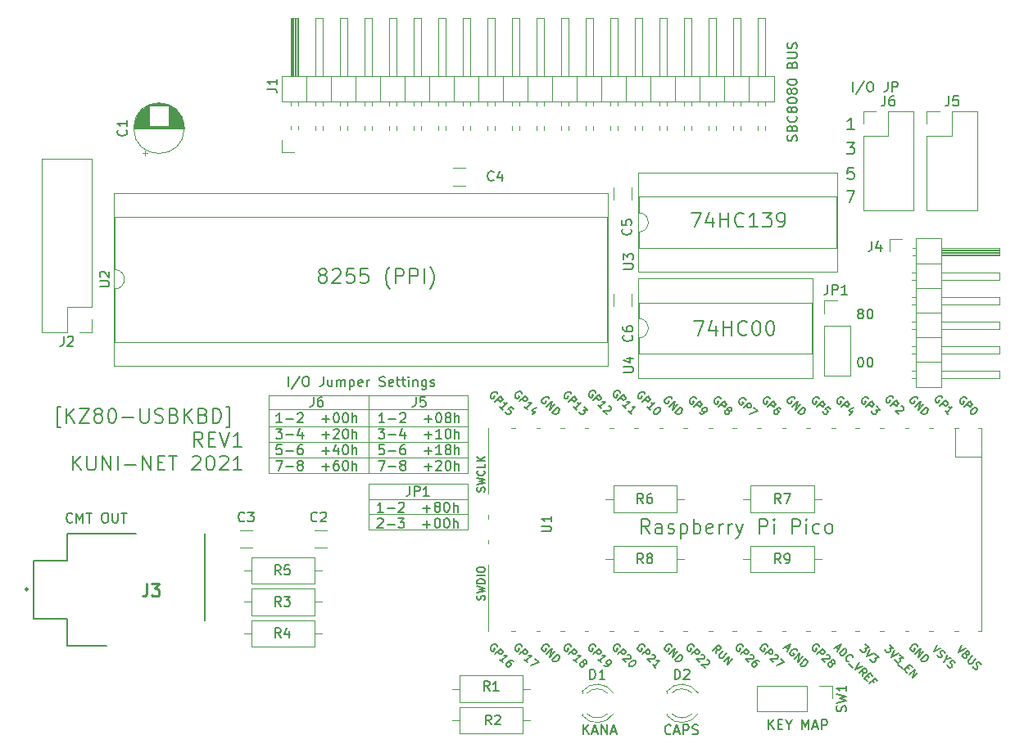
<source format=gto>
G04 #@! TF.GenerationSoftware,KiCad,Pcbnew,(5.1.4)-1*
G04 #@! TF.CreationDate,2021-08-08T15:03:38+09:00*
G04 #@! TF.ProjectId,KZ80-USBKBD,4b5a3830-2d55-4534-924b-42442e6b6963,rev?*
G04 #@! TF.SameCoordinates,Original*
G04 #@! TF.FileFunction,Legend,Top*
G04 #@! TF.FilePolarity,Positive*
%FSLAX46Y46*%
G04 Gerber Fmt 4.6, Leading zero omitted, Abs format (unit mm)*
G04 Created by KiCad (PCBNEW (5.1.4)-1) date 2021-08-08 15:03:38*
%MOMM*%
%LPD*%
G04 APERTURE LIST*
%ADD10C,0.150000*%
%ADD11C,0.200000*%
%ADD12C,0.120000*%
%ADD13C,0.254000*%
%ADD14O,1.702000X1.702000*%
%ADD15C,1.702000*%
%ADD16R,1.702000X1.702000*%
%ADD17O,1.802000X1.802000*%
%ADD18R,3.602000X1.802000*%
%ADD19R,1.802000X1.802000*%
%ADD20O,1.602000X1.602000*%
%ADD21O,1.902000X1.902000*%
%ADD22R,1.802000X3.602000*%
%ADD23C,3.302000*%
%ADD24O,3.102000X2.102000*%
%ADD25O,2.102000X3.102000*%
%ADD26C,1.902000*%
%ADD27R,1.902000X1.902000*%
G04 APERTURE END LIST*
D10*
X168476190Y-127452380D02*
X168476190Y-126452380D01*
X169047619Y-127452380D02*
X168619047Y-126880952D01*
X169047619Y-126452380D02*
X168476190Y-127023809D01*
X169476190Y-126928571D02*
X169809523Y-126928571D01*
X169952380Y-127452380D02*
X169476190Y-127452380D01*
X169476190Y-126452380D01*
X169952380Y-126452380D01*
X170571428Y-126976190D02*
X170571428Y-127452380D01*
X170238095Y-126452380D02*
X170571428Y-126976190D01*
X170904761Y-126452380D01*
X172000000Y-127452380D02*
X172000000Y-126452380D01*
X172333333Y-127166666D01*
X172666666Y-126452380D01*
X172666666Y-127452380D01*
X173095238Y-127166666D02*
X173571428Y-127166666D01*
X173000000Y-127452380D02*
X173333333Y-126452380D01*
X173666666Y-127452380D01*
X174000000Y-127452380D02*
X174000000Y-126452380D01*
X174380952Y-126452380D01*
X174476190Y-126500000D01*
X174523809Y-126547619D01*
X174571428Y-126642857D01*
X174571428Y-126785714D01*
X174523809Y-126880952D01*
X174476190Y-126928571D01*
X174380952Y-126976190D01*
X174000000Y-126976190D01*
X158404761Y-127857142D02*
X158357142Y-127904761D01*
X158214285Y-127952380D01*
X158119047Y-127952380D01*
X157976190Y-127904761D01*
X157880952Y-127809523D01*
X157833333Y-127714285D01*
X157785714Y-127523809D01*
X157785714Y-127380952D01*
X157833333Y-127190476D01*
X157880952Y-127095238D01*
X157976190Y-127000000D01*
X158119047Y-126952380D01*
X158214285Y-126952380D01*
X158357142Y-127000000D01*
X158404761Y-127047619D01*
X158785714Y-127666666D02*
X159261904Y-127666666D01*
X158690476Y-127952380D02*
X159023809Y-126952380D01*
X159357142Y-127952380D01*
X159690476Y-127952380D02*
X159690476Y-126952380D01*
X160071428Y-126952380D01*
X160166666Y-127000000D01*
X160214285Y-127047619D01*
X160261904Y-127142857D01*
X160261904Y-127285714D01*
X160214285Y-127380952D01*
X160166666Y-127428571D01*
X160071428Y-127476190D01*
X159690476Y-127476190D01*
X160642857Y-127904761D02*
X160785714Y-127952380D01*
X161023809Y-127952380D01*
X161119047Y-127904761D01*
X161166666Y-127857142D01*
X161214285Y-127761904D01*
X161214285Y-127666666D01*
X161166666Y-127571428D01*
X161119047Y-127523809D01*
X161023809Y-127476190D01*
X160833333Y-127428571D01*
X160738095Y-127380952D01*
X160690476Y-127333333D01*
X160642857Y-127238095D01*
X160642857Y-127142857D01*
X160690476Y-127047619D01*
X160738095Y-127000000D01*
X160833333Y-126952380D01*
X161071428Y-126952380D01*
X161214285Y-127000000D01*
X149357142Y-127952380D02*
X149357142Y-126952380D01*
X149928571Y-127952380D02*
X149500000Y-127380952D01*
X149928571Y-126952380D02*
X149357142Y-127523809D01*
X150309523Y-127666666D02*
X150785714Y-127666666D01*
X150214285Y-127952380D02*
X150547619Y-126952380D01*
X150880952Y-127952380D01*
X151214285Y-127952380D02*
X151214285Y-126952380D01*
X151785714Y-127952380D01*
X151785714Y-126952380D01*
X152214285Y-127666666D02*
X152690476Y-127666666D01*
X152119047Y-127952380D02*
X152452380Y-126952380D01*
X152785714Y-127952380D01*
X171404761Y-66571428D02*
X171452380Y-66428571D01*
X171452380Y-66190476D01*
X171404761Y-66095238D01*
X171357142Y-66047619D01*
X171261904Y-66000000D01*
X171166666Y-66000000D01*
X171071428Y-66047619D01*
X171023809Y-66095238D01*
X170976190Y-66190476D01*
X170928571Y-66380952D01*
X170880952Y-66476190D01*
X170833333Y-66523809D01*
X170738095Y-66571428D01*
X170642857Y-66571428D01*
X170547619Y-66523809D01*
X170500000Y-66476190D01*
X170452380Y-66380952D01*
X170452380Y-66142857D01*
X170500000Y-66000000D01*
X170928571Y-65238095D02*
X170976190Y-65095238D01*
X171023809Y-65047619D01*
X171119047Y-65000000D01*
X171261904Y-65000000D01*
X171357142Y-65047619D01*
X171404761Y-65095238D01*
X171452380Y-65190476D01*
X171452380Y-65571428D01*
X170452380Y-65571428D01*
X170452380Y-65238095D01*
X170500000Y-65142857D01*
X170547619Y-65095238D01*
X170642857Y-65047619D01*
X170738095Y-65047619D01*
X170833333Y-65095238D01*
X170880952Y-65142857D01*
X170928571Y-65238095D01*
X170928571Y-65571428D01*
X171357142Y-64000000D02*
X171404761Y-64047619D01*
X171452380Y-64190476D01*
X171452380Y-64285714D01*
X171404761Y-64428571D01*
X171309523Y-64523809D01*
X171214285Y-64571428D01*
X171023809Y-64619047D01*
X170880952Y-64619047D01*
X170690476Y-64571428D01*
X170595238Y-64523809D01*
X170500000Y-64428571D01*
X170452380Y-64285714D01*
X170452380Y-64190476D01*
X170500000Y-64047619D01*
X170547619Y-64000000D01*
X170880952Y-63428571D02*
X170833333Y-63523809D01*
X170785714Y-63571428D01*
X170690476Y-63619047D01*
X170642857Y-63619047D01*
X170547619Y-63571428D01*
X170500000Y-63523809D01*
X170452380Y-63428571D01*
X170452380Y-63238095D01*
X170500000Y-63142857D01*
X170547619Y-63095238D01*
X170642857Y-63047619D01*
X170690476Y-63047619D01*
X170785714Y-63095238D01*
X170833333Y-63142857D01*
X170880952Y-63238095D01*
X170880952Y-63428571D01*
X170928571Y-63523809D01*
X170976190Y-63571428D01*
X171071428Y-63619047D01*
X171261904Y-63619047D01*
X171357142Y-63571428D01*
X171404761Y-63523809D01*
X171452380Y-63428571D01*
X171452380Y-63238095D01*
X171404761Y-63142857D01*
X171357142Y-63095238D01*
X171261904Y-63047619D01*
X171071428Y-63047619D01*
X170976190Y-63095238D01*
X170928571Y-63142857D01*
X170880952Y-63238095D01*
X170452380Y-62428571D02*
X170452380Y-62333333D01*
X170500000Y-62238095D01*
X170547619Y-62190476D01*
X170642857Y-62142857D01*
X170833333Y-62095238D01*
X171071428Y-62095238D01*
X171261904Y-62142857D01*
X171357142Y-62190476D01*
X171404761Y-62238095D01*
X171452380Y-62333333D01*
X171452380Y-62428571D01*
X171404761Y-62523809D01*
X171357142Y-62571428D01*
X171261904Y-62619047D01*
X171071428Y-62666666D01*
X170833333Y-62666666D01*
X170642857Y-62619047D01*
X170547619Y-62571428D01*
X170500000Y-62523809D01*
X170452380Y-62428571D01*
X170880952Y-61523809D02*
X170833333Y-61619047D01*
X170785714Y-61666666D01*
X170690476Y-61714285D01*
X170642857Y-61714285D01*
X170547619Y-61666666D01*
X170500000Y-61619047D01*
X170452380Y-61523809D01*
X170452380Y-61333333D01*
X170500000Y-61238095D01*
X170547619Y-61190476D01*
X170642857Y-61142857D01*
X170690476Y-61142857D01*
X170785714Y-61190476D01*
X170833333Y-61238095D01*
X170880952Y-61333333D01*
X170880952Y-61523809D01*
X170928571Y-61619047D01*
X170976190Y-61666666D01*
X171071428Y-61714285D01*
X171261904Y-61714285D01*
X171357142Y-61666666D01*
X171404761Y-61619047D01*
X171452380Y-61523809D01*
X171452380Y-61333333D01*
X171404761Y-61238095D01*
X171357142Y-61190476D01*
X171261904Y-61142857D01*
X171071428Y-61142857D01*
X170976190Y-61190476D01*
X170928571Y-61238095D01*
X170880952Y-61333333D01*
X170452380Y-60523809D02*
X170452380Y-60428571D01*
X170500000Y-60333333D01*
X170547619Y-60285714D01*
X170642857Y-60238095D01*
X170833333Y-60190476D01*
X171071428Y-60190476D01*
X171261904Y-60238095D01*
X171357142Y-60285714D01*
X171404761Y-60333333D01*
X171452380Y-60428571D01*
X171452380Y-60523809D01*
X171404761Y-60619047D01*
X171357142Y-60666666D01*
X171261904Y-60714285D01*
X171071428Y-60761904D01*
X170833333Y-60761904D01*
X170642857Y-60714285D01*
X170547619Y-60666666D01*
X170500000Y-60619047D01*
X170452380Y-60523809D01*
X170928571Y-58666666D02*
X170976190Y-58523809D01*
X171023809Y-58476190D01*
X171119047Y-58428571D01*
X171261904Y-58428571D01*
X171357142Y-58476190D01*
X171404761Y-58523809D01*
X171452380Y-58619047D01*
X171452380Y-59000000D01*
X170452380Y-59000000D01*
X170452380Y-58666666D01*
X170500000Y-58571428D01*
X170547619Y-58523809D01*
X170642857Y-58476190D01*
X170738095Y-58476190D01*
X170833333Y-58523809D01*
X170880952Y-58571428D01*
X170928571Y-58666666D01*
X170928571Y-59000000D01*
X170452380Y-58000000D02*
X171261904Y-58000000D01*
X171357142Y-57952380D01*
X171404761Y-57904761D01*
X171452380Y-57809523D01*
X171452380Y-57619047D01*
X171404761Y-57523809D01*
X171357142Y-57476190D01*
X171261904Y-57428571D01*
X170452380Y-57428571D01*
X171404761Y-57000000D02*
X171452380Y-56857142D01*
X171452380Y-56619047D01*
X171404761Y-56523809D01*
X171357142Y-56476190D01*
X171261904Y-56428571D01*
X171166666Y-56428571D01*
X171071428Y-56476190D01*
X171023809Y-56523809D01*
X170976190Y-56619047D01*
X170928571Y-56809523D01*
X170880952Y-56904761D01*
X170833333Y-56952380D01*
X170738095Y-57000000D01*
X170642857Y-57000000D01*
X170547619Y-56952380D01*
X170500000Y-56904761D01*
X170452380Y-56809523D01*
X170452380Y-56571428D01*
X170500000Y-56428571D01*
X96547619Y-105957142D02*
X96500000Y-106004761D01*
X96357142Y-106052380D01*
X96261904Y-106052380D01*
X96119047Y-106004761D01*
X96023809Y-105909523D01*
X95976190Y-105814285D01*
X95928571Y-105623809D01*
X95928571Y-105480952D01*
X95976190Y-105290476D01*
X96023809Y-105195238D01*
X96119047Y-105100000D01*
X96261904Y-105052380D01*
X96357142Y-105052380D01*
X96500000Y-105100000D01*
X96547619Y-105147619D01*
X96976190Y-106052380D02*
X96976190Y-105052380D01*
X97309523Y-105766666D01*
X97642857Y-105052380D01*
X97642857Y-106052380D01*
X97976190Y-105052380D02*
X98547619Y-105052380D01*
X98261904Y-106052380D02*
X98261904Y-105052380D01*
X99833333Y-105052380D02*
X100023809Y-105052380D01*
X100119047Y-105100000D01*
X100214285Y-105195238D01*
X100261904Y-105385714D01*
X100261904Y-105719047D01*
X100214285Y-105909523D01*
X100119047Y-106004761D01*
X100023809Y-106052380D01*
X99833333Y-106052380D01*
X99738095Y-106004761D01*
X99642857Y-105909523D01*
X99595238Y-105719047D01*
X99595238Y-105385714D01*
X99642857Y-105195238D01*
X99738095Y-105100000D01*
X99833333Y-105052380D01*
X100690476Y-105052380D02*
X100690476Y-105861904D01*
X100738095Y-105957142D01*
X100785714Y-106004761D01*
X100880952Y-106052380D01*
X101071428Y-106052380D01*
X101166666Y-106004761D01*
X101214285Y-105957142D01*
X101261904Y-105861904D01*
X101261904Y-105052380D01*
X101595238Y-105052380D02*
X102166666Y-105052380D01*
X101880952Y-106052380D02*
X101880952Y-105052380D01*
D11*
X122285714Y-80421428D02*
X122142857Y-80350000D01*
X122071428Y-80278571D01*
X122000000Y-80135714D01*
X122000000Y-80064285D01*
X122071428Y-79921428D01*
X122142857Y-79850000D01*
X122285714Y-79778571D01*
X122571428Y-79778571D01*
X122714285Y-79850000D01*
X122785714Y-79921428D01*
X122857142Y-80064285D01*
X122857142Y-80135714D01*
X122785714Y-80278571D01*
X122714285Y-80350000D01*
X122571428Y-80421428D01*
X122285714Y-80421428D01*
X122142857Y-80492857D01*
X122071428Y-80564285D01*
X122000000Y-80707142D01*
X122000000Y-80992857D01*
X122071428Y-81135714D01*
X122142857Y-81207142D01*
X122285714Y-81278571D01*
X122571428Y-81278571D01*
X122714285Y-81207142D01*
X122785714Y-81135714D01*
X122857142Y-80992857D01*
X122857142Y-80707142D01*
X122785714Y-80564285D01*
X122714285Y-80492857D01*
X122571428Y-80421428D01*
X123428571Y-79921428D02*
X123500000Y-79850000D01*
X123642857Y-79778571D01*
X124000000Y-79778571D01*
X124142857Y-79850000D01*
X124214285Y-79921428D01*
X124285714Y-80064285D01*
X124285714Y-80207142D01*
X124214285Y-80421428D01*
X123357142Y-81278571D01*
X124285714Y-81278571D01*
X125642857Y-79778571D02*
X124928571Y-79778571D01*
X124857142Y-80492857D01*
X124928571Y-80421428D01*
X125071428Y-80350000D01*
X125428571Y-80350000D01*
X125571428Y-80421428D01*
X125642857Y-80492857D01*
X125714285Y-80635714D01*
X125714285Y-80992857D01*
X125642857Y-81135714D01*
X125571428Y-81207142D01*
X125428571Y-81278571D01*
X125071428Y-81278571D01*
X124928571Y-81207142D01*
X124857142Y-81135714D01*
X127071428Y-79778571D02*
X126357142Y-79778571D01*
X126285714Y-80492857D01*
X126357142Y-80421428D01*
X126500000Y-80350000D01*
X126857142Y-80350000D01*
X127000000Y-80421428D01*
X127071428Y-80492857D01*
X127142857Y-80635714D01*
X127142857Y-80992857D01*
X127071428Y-81135714D01*
X127000000Y-81207142D01*
X126857142Y-81278571D01*
X126500000Y-81278571D01*
X126357142Y-81207142D01*
X126285714Y-81135714D01*
X129357142Y-81850000D02*
X129285714Y-81778571D01*
X129142857Y-81564285D01*
X129071428Y-81421428D01*
X129000000Y-81207142D01*
X128928571Y-80850000D01*
X128928571Y-80564285D01*
X129000000Y-80207142D01*
X129071428Y-79992857D01*
X129142857Y-79850000D01*
X129285714Y-79635714D01*
X129357142Y-79564285D01*
X129928571Y-81278571D02*
X129928571Y-79778571D01*
X130500000Y-79778571D01*
X130642857Y-79850000D01*
X130714285Y-79921428D01*
X130785714Y-80064285D01*
X130785714Y-80278571D01*
X130714285Y-80421428D01*
X130642857Y-80492857D01*
X130500000Y-80564285D01*
X129928571Y-80564285D01*
X131428571Y-81278571D02*
X131428571Y-79778571D01*
X132000000Y-79778571D01*
X132142857Y-79850000D01*
X132214285Y-79921428D01*
X132285714Y-80064285D01*
X132285714Y-80278571D01*
X132214285Y-80421428D01*
X132142857Y-80492857D01*
X132000000Y-80564285D01*
X131428571Y-80564285D01*
X132928571Y-81278571D02*
X132928571Y-79778571D01*
X133500000Y-81850000D02*
X133571428Y-81778571D01*
X133714285Y-81564285D01*
X133785714Y-81421428D01*
X133857142Y-81207142D01*
X133928571Y-80850000D01*
X133928571Y-80564285D01*
X133857142Y-80207142D01*
X133785714Y-79992857D01*
X133714285Y-79850000D01*
X133571428Y-79635714D01*
X133500000Y-79564285D01*
X160507142Y-73978571D02*
X161507142Y-73978571D01*
X160864285Y-75478571D01*
X162721428Y-74478571D02*
X162721428Y-75478571D01*
X162364285Y-73907142D02*
X162007142Y-74978571D01*
X162935714Y-74978571D01*
X163507142Y-75478571D02*
X163507142Y-73978571D01*
X163507142Y-74692857D02*
X164364285Y-74692857D01*
X164364285Y-75478571D02*
X164364285Y-73978571D01*
X165935714Y-75335714D02*
X165864285Y-75407142D01*
X165650000Y-75478571D01*
X165507142Y-75478571D01*
X165292857Y-75407142D01*
X165150000Y-75264285D01*
X165078571Y-75121428D01*
X165007142Y-74835714D01*
X165007142Y-74621428D01*
X165078571Y-74335714D01*
X165150000Y-74192857D01*
X165292857Y-74050000D01*
X165507142Y-73978571D01*
X165650000Y-73978571D01*
X165864285Y-74050000D01*
X165935714Y-74121428D01*
X167364285Y-75478571D02*
X166507142Y-75478571D01*
X166935714Y-75478571D02*
X166935714Y-73978571D01*
X166792857Y-74192857D01*
X166650000Y-74335714D01*
X166507142Y-74407142D01*
X167864285Y-73978571D02*
X168792857Y-73978571D01*
X168292857Y-74550000D01*
X168507142Y-74550000D01*
X168650000Y-74621428D01*
X168721428Y-74692857D01*
X168792857Y-74835714D01*
X168792857Y-75192857D01*
X168721428Y-75335714D01*
X168650000Y-75407142D01*
X168507142Y-75478571D01*
X168078571Y-75478571D01*
X167935714Y-75407142D01*
X167864285Y-75335714D01*
X169507142Y-75478571D02*
X169792857Y-75478571D01*
X169935714Y-75407142D01*
X170007142Y-75335714D01*
X170150000Y-75121428D01*
X170221428Y-74835714D01*
X170221428Y-74264285D01*
X170150000Y-74121428D01*
X170078571Y-74050000D01*
X169935714Y-73978571D01*
X169650000Y-73978571D01*
X169507142Y-74050000D01*
X169435714Y-74121428D01*
X169364285Y-74264285D01*
X169364285Y-74621428D01*
X169435714Y-74764285D01*
X169507142Y-74835714D01*
X169650000Y-74907142D01*
X169935714Y-74907142D01*
X170078571Y-74835714D01*
X170150000Y-74764285D01*
X170221428Y-74621428D01*
X160821428Y-85178571D02*
X161821428Y-85178571D01*
X161178571Y-86678571D01*
X163035714Y-85678571D02*
X163035714Y-86678571D01*
X162678571Y-85107142D02*
X162321428Y-86178571D01*
X163250000Y-86178571D01*
X163821428Y-86678571D02*
X163821428Y-85178571D01*
X163821428Y-85892857D02*
X164678571Y-85892857D01*
X164678571Y-86678571D02*
X164678571Y-85178571D01*
X166250000Y-86535714D02*
X166178571Y-86607142D01*
X165964285Y-86678571D01*
X165821428Y-86678571D01*
X165607142Y-86607142D01*
X165464285Y-86464285D01*
X165392857Y-86321428D01*
X165321428Y-86035714D01*
X165321428Y-85821428D01*
X165392857Y-85535714D01*
X165464285Y-85392857D01*
X165607142Y-85250000D01*
X165821428Y-85178571D01*
X165964285Y-85178571D01*
X166178571Y-85250000D01*
X166250000Y-85321428D01*
X167178571Y-85178571D02*
X167321428Y-85178571D01*
X167464285Y-85250000D01*
X167535714Y-85321428D01*
X167607142Y-85464285D01*
X167678571Y-85750000D01*
X167678571Y-86107142D01*
X167607142Y-86392857D01*
X167535714Y-86535714D01*
X167464285Y-86607142D01*
X167321428Y-86678571D01*
X167178571Y-86678571D01*
X167035714Y-86607142D01*
X166964285Y-86535714D01*
X166892857Y-86392857D01*
X166821428Y-86107142D01*
X166821428Y-85750000D01*
X166892857Y-85464285D01*
X166964285Y-85321428D01*
X167035714Y-85250000D01*
X167178571Y-85178571D01*
X168607142Y-85178571D02*
X168750000Y-85178571D01*
X168892857Y-85250000D01*
X168964285Y-85321428D01*
X169035714Y-85464285D01*
X169107142Y-85750000D01*
X169107142Y-86107142D01*
X169035714Y-86392857D01*
X168964285Y-86535714D01*
X168892857Y-86607142D01*
X168750000Y-86678571D01*
X168607142Y-86678571D01*
X168464285Y-86607142D01*
X168392857Y-86535714D01*
X168321428Y-86392857D01*
X168250000Y-86107142D01*
X168250000Y-85750000D01*
X168321428Y-85464285D01*
X168392857Y-85321428D01*
X168464285Y-85250000D01*
X168607142Y-85178571D01*
X156200000Y-107178571D02*
X155700000Y-106464285D01*
X155342857Y-107178571D02*
X155342857Y-105678571D01*
X155914285Y-105678571D01*
X156057142Y-105750000D01*
X156128571Y-105821428D01*
X156200000Y-105964285D01*
X156200000Y-106178571D01*
X156128571Y-106321428D01*
X156057142Y-106392857D01*
X155914285Y-106464285D01*
X155342857Y-106464285D01*
X157485714Y-107178571D02*
X157485714Y-106392857D01*
X157414285Y-106250000D01*
X157271428Y-106178571D01*
X156985714Y-106178571D01*
X156842857Y-106250000D01*
X157485714Y-107107142D02*
X157342857Y-107178571D01*
X156985714Y-107178571D01*
X156842857Y-107107142D01*
X156771428Y-106964285D01*
X156771428Y-106821428D01*
X156842857Y-106678571D01*
X156985714Y-106607142D01*
X157342857Y-106607142D01*
X157485714Y-106535714D01*
X158128571Y-107107142D02*
X158271428Y-107178571D01*
X158557142Y-107178571D01*
X158700000Y-107107142D01*
X158771428Y-106964285D01*
X158771428Y-106892857D01*
X158700000Y-106750000D01*
X158557142Y-106678571D01*
X158342857Y-106678571D01*
X158200000Y-106607142D01*
X158128571Y-106464285D01*
X158128571Y-106392857D01*
X158200000Y-106250000D01*
X158342857Y-106178571D01*
X158557142Y-106178571D01*
X158700000Y-106250000D01*
X159414285Y-106178571D02*
X159414285Y-107678571D01*
X159414285Y-106250000D02*
X159557142Y-106178571D01*
X159842857Y-106178571D01*
X159985714Y-106250000D01*
X160057142Y-106321428D01*
X160128571Y-106464285D01*
X160128571Y-106892857D01*
X160057142Y-107035714D01*
X159985714Y-107107142D01*
X159842857Y-107178571D01*
X159557142Y-107178571D01*
X159414285Y-107107142D01*
X160771428Y-107178571D02*
X160771428Y-105678571D01*
X160771428Y-106250000D02*
X160914285Y-106178571D01*
X161200000Y-106178571D01*
X161342857Y-106250000D01*
X161414285Y-106321428D01*
X161485714Y-106464285D01*
X161485714Y-106892857D01*
X161414285Y-107035714D01*
X161342857Y-107107142D01*
X161200000Y-107178571D01*
X160914285Y-107178571D01*
X160771428Y-107107142D01*
X162700000Y-107107142D02*
X162557142Y-107178571D01*
X162271428Y-107178571D01*
X162128571Y-107107142D01*
X162057142Y-106964285D01*
X162057142Y-106392857D01*
X162128571Y-106250000D01*
X162271428Y-106178571D01*
X162557142Y-106178571D01*
X162700000Y-106250000D01*
X162771428Y-106392857D01*
X162771428Y-106535714D01*
X162057142Y-106678571D01*
X163414285Y-107178571D02*
X163414285Y-106178571D01*
X163414285Y-106464285D02*
X163485714Y-106321428D01*
X163557142Y-106250000D01*
X163700000Y-106178571D01*
X163842857Y-106178571D01*
X164342857Y-107178571D02*
X164342857Y-106178571D01*
X164342857Y-106464285D02*
X164414285Y-106321428D01*
X164485714Y-106250000D01*
X164628571Y-106178571D01*
X164771428Y-106178571D01*
X165128571Y-106178571D02*
X165485714Y-107178571D01*
X165842857Y-106178571D02*
X165485714Y-107178571D01*
X165342857Y-107535714D01*
X165271428Y-107607142D01*
X165128571Y-107678571D01*
X167557142Y-107178571D02*
X167557142Y-105678571D01*
X168128571Y-105678571D01*
X168271428Y-105750000D01*
X168342857Y-105821428D01*
X168414285Y-105964285D01*
X168414285Y-106178571D01*
X168342857Y-106321428D01*
X168271428Y-106392857D01*
X168128571Y-106464285D01*
X167557142Y-106464285D01*
X169057142Y-107178571D02*
X169057142Y-106178571D01*
X169057142Y-105678571D02*
X168985714Y-105750000D01*
X169057142Y-105821428D01*
X169128571Y-105750000D01*
X169057142Y-105678571D01*
X169057142Y-105821428D01*
X170914285Y-107178571D02*
X170914285Y-105678571D01*
X171485714Y-105678571D01*
X171628571Y-105750000D01*
X171700000Y-105821428D01*
X171771428Y-105964285D01*
X171771428Y-106178571D01*
X171700000Y-106321428D01*
X171628571Y-106392857D01*
X171485714Y-106464285D01*
X170914285Y-106464285D01*
X172414285Y-107178571D02*
X172414285Y-106178571D01*
X172414285Y-105678571D02*
X172342857Y-105750000D01*
X172414285Y-105821428D01*
X172485714Y-105750000D01*
X172414285Y-105678571D01*
X172414285Y-105821428D01*
X173771428Y-107107142D02*
X173628571Y-107178571D01*
X173342857Y-107178571D01*
X173200000Y-107107142D01*
X173128571Y-107035714D01*
X173057142Y-106892857D01*
X173057142Y-106464285D01*
X173128571Y-106321428D01*
X173200000Y-106250000D01*
X173342857Y-106178571D01*
X173628571Y-106178571D01*
X173771428Y-106250000D01*
X174628571Y-107178571D02*
X174485714Y-107107142D01*
X174414285Y-107035714D01*
X174342857Y-106892857D01*
X174342857Y-106464285D01*
X174414285Y-106321428D01*
X174485714Y-106250000D01*
X174628571Y-106178571D01*
X174842857Y-106178571D01*
X174985714Y-106250000D01*
X175057142Y-106321428D01*
X175128571Y-106464285D01*
X175128571Y-106892857D01*
X175057142Y-107035714D01*
X174985714Y-107107142D01*
X174842857Y-107178571D01*
X174628571Y-107178571D01*
D12*
X137400000Y-105200000D02*
X127200000Y-105200000D01*
X137400000Y-106800000D02*
X137400000Y-103600000D01*
X127200000Y-106800000D02*
X137400000Y-106800000D01*
X127200000Y-103600000D02*
X127200000Y-106800000D01*
X127200000Y-103600000D02*
X127200000Y-102000000D01*
X137400000Y-103600000D02*
X127200000Y-103600000D01*
X137400000Y-102000000D02*
X137400000Y-103600000D01*
X127200000Y-102000000D02*
X137400000Y-102000000D01*
D10*
X131416666Y-102302380D02*
X131416666Y-103016666D01*
X131369047Y-103159523D01*
X131273809Y-103254761D01*
X131130952Y-103302380D01*
X131035714Y-103302380D01*
X131892857Y-103302380D02*
X131892857Y-102302380D01*
X132273809Y-102302380D01*
X132369047Y-102350000D01*
X132416666Y-102397619D01*
X132464285Y-102492857D01*
X132464285Y-102635714D01*
X132416666Y-102730952D01*
X132369047Y-102778571D01*
X132273809Y-102826190D01*
X131892857Y-102826190D01*
X133416666Y-103302380D02*
X132845238Y-103302380D01*
X133130952Y-103302380D02*
X133130952Y-102302380D01*
X133035714Y-102445238D01*
X132940476Y-102540476D01*
X132845238Y-102588095D01*
X128654761Y-104952380D02*
X128083333Y-104952380D01*
X128369047Y-104952380D02*
X128369047Y-103952380D01*
X128273809Y-104095238D01*
X128178571Y-104190476D01*
X128083333Y-104238095D01*
X129083333Y-104571428D02*
X129845238Y-104571428D01*
X130273809Y-104047619D02*
X130321428Y-104000000D01*
X130416666Y-103952380D01*
X130654761Y-103952380D01*
X130750000Y-104000000D01*
X130797619Y-104047619D01*
X130845238Y-104142857D01*
X130845238Y-104238095D01*
X130797619Y-104380952D01*
X130226190Y-104952380D01*
X130845238Y-104952380D01*
X132797619Y-104571428D02*
X133559523Y-104571428D01*
X133178571Y-104952380D02*
X133178571Y-104190476D01*
X134178571Y-104380952D02*
X134083333Y-104333333D01*
X134035714Y-104285714D01*
X133988095Y-104190476D01*
X133988095Y-104142857D01*
X134035714Y-104047619D01*
X134083333Y-104000000D01*
X134178571Y-103952380D01*
X134369047Y-103952380D01*
X134464285Y-104000000D01*
X134511904Y-104047619D01*
X134559523Y-104142857D01*
X134559523Y-104190476D01*
X134511904Y-104285714D01*
X134464285Y-104333333D01*
X134369047Y-104380952D01*
X134178571Y-104380952D01*
X134083333Y-104428571D01*
X134035714Y-104476190D01*
X133988095Y-104571428D01*
X133988095Y-104761904D01*
X134035714Y-104857142D01*
X134083333Y-104904761D01*
X134178571Y-104952380D01*
X134369047Y-104952380D01*
X134464285Y-104904761D01*
X134511904Y-104857142D01*
X134559523Y-104761904D01*
X134559523Y-104571428D01*
X134511904Y-104476190D01*
X134464285Y-104428571D01*
X134369047Y-104380952D01*
X135178571Y-103952380D02*
X135273809Y-103952380D01*
X135369047Y-104000000D01*
X135416666Y-104047619D01*
X135464285Y-104142857D01*
X135511904Y-104333333D01*
X135511904Y-104571428D01*
X135464285Y-104761904D01*
X135416666Y-104857142D01*
X135369047Y-104904761D01*
X135273809Y-104952380D01*
X135178571Y-104952380D01*
X135083333Y-104904761D01*
X135035714Y-104857142D01*
X134988095Y-104761904D01*
X134940476Y-104571428D01*
X134940476Y-104333333D01*
X134988095Y-104142857D01*
X135035714Y-104047619D01*
X135083333Y-104000000D01*
X135178571Y-103952380D01*
X135940476Y-104952380D02*
X135940476Y-103952380D01*
X136369047Y-104952380D02*
X136369047Y-104428571D01*
X136321428Y-104333333D01*
X136226190Y-104285714D01*
X136083333Y-104285714D01*
X135988095Y-104333333D01*
X135940476Y-104380952D01*
X128083333Y-105697619D02*
X128130952Y-105650000D01*
X128226190Y-105602380D01*
X128464285Y-105602380D01*
X128559523Y-105650000D01*
X128607142Y-105697619D01*
X128654761Y-105792857D01*
X128654761Y-105888095D01*
X128607142Y-106030952D01*
X128035714Y-106602380D01*
X128654761Y-106602380D01*
X129083333Y-106221428D02*
X129845238Y-106221428D01*
X130226190Y-105602380D02*
X130845238Y-105602380D01*
X130511904Y-105983333D01*
X130654761Y-105983333D01*
X130750000Y-106030952D01*
X130797619Y-106078571D01*
X130845238Y-106173809D01*
X130845238Y-106411904D01*
X130797619Y-106507142D01*
X130750000Y-106554761D01*
X130654761Y-106602380D01*
X130369047Y-106602380D01*
X130273809Y-106554761D01*
X130226190Y-106507142D01*
X132797619Y-106221428D02*
X133559523Y-106221428D01*
X133178571Y-106602380D02*
X133178571Y-105840476D01*
X134226190Y-105602380D02*
X134321428Y-105602380D01*
X134416666Y-105650000D01*
X134464285Y-105697619D01*
X134511904Y-105792857D01*
X134559523Y-105983333D01*
X134559523Y-106221428D01*
X134511904Y-106411904D01*
X134464285Y-106507142D01*
X134416666Y-106554761D01*
X134321428Y-106602380D01*
X134226190Y-106602380D01*
X134130952Y-106554761D01*
X134083333Y-106507142D01*
X134035714Y-106411904D01*
X133988095Y-106221428D01*
X133988095Y-105983333D01*
X134035714Y-105792857D01*
X134083333Y-105697619D01*
X134130952Y-105650000D01*
X134226190Y-105602380D01*
X135178571Y-105602380D02*
X135273809Y-105602380D01*
X135369047Y-105650000D01*
X135416666Y-105697619D01*
X135464285Y-105792857D01*
X135511904Y-105983333D01*
X135511904Y-106221428D01*
X135464285Y-106411904D01*
X135416666Y-106507142D01*
X135369047Y-106554761D01*
X135273809Y-106602380D01*
X135178571Y-106602380D01*
X135083333Y-106554761D01*
X135035714Y-106507142D01*
X134988095Y-106411904D01*
X134940476Y-106221428D01*
X134940476Y-105983333D01*
X134988095Y-105792857D01*
X135035714Y-105697619D01*
X135083333Y-105650000D01*
X135178571Y-105602380D01*
X135940476Y-106602380D02*
X135940476Y-105602380D01*
X136369047Y-106602380D02*
X136369047Y-106078571D01*
X136321428Y-105983333D01*
X136226190Y-105935714D01*
X136083333Y-105935714D01*
X135988095Y-105983333D01*
X135940476Y-106030952D01*
X177976190Y-88952380D02*
X178071428Y-88952380D01*
X178166666Y-89000000D01*
X178214285Y-89047619D01*
X178261904Y-89142857D01*
X178309523Y-89333333D01*
X178309523Y-89571428D01*
X178261904Y-89761904D01*
X178214285Y-89857142D01*
X178166666Y-89904761D01*
X178071428Y-89952380D01*
X177976190Y-89952380D01*
X177880952Y-89904761D01*
X177833333Y-89857142D01*
X177785714Y-89761904D01*
X177738095Y-89571428D01*
X177738095Y-89333333D01*
X177785714Y-89142857D01*
X177833333Y-89047619D01*
X177880952Y-89000000D01*
X177976190Y-88952380D01*
X178928571Y-88952380D02*
X179023809Y-88952380D01*
X179119047Y-89000000D01*
X179166666Y-89047619D01*
X179214285Y-89142857D01*
X179261904Y-89333333D01*
X179261904Y-89571428D01*
X179214285Y-89761904D01*
X179166666Y-89857142D01*
X179119047Y-89904761D01*
X179023809Y-89952380D01*
X178928571Y-89952380D01*
X178833333Y-89904761D01*
X178785714Y-89857142D01*
X178738095Y-89761904D01*
X178690476Y-89571428D01*
X178690476Y-89333333D01*
X178738095Y-89142857D01*
X178785714Y-89047619D01*
X178833333Y-89000000D01*
X178928571Y-88952380D01*
X177928571Y-84380952D02*
X177833333Y-84333333D01*
X177785714Y-84285714D01*
X177738095Y-84190476D01*
X177738095Y-84142857D01*
X177785714Y-84047619D01*
X177833333Y-84000000D01*
X177928571Y-83952380D01*
X178119047Y-83952380D01*
X178214285Y-84000000D01*
X178261904Y-84047619D01*
X178309523Y-84142857D01*
X178309523Y-84190476D01*
X178261904Y-84285714D01*
X178214285Y-84333333D01*
X178119047Y-84380952D01*
X177928571Y-84380952D01*
X177833333Y-84428571D01*
X177785714Y-84476190D01*
X177738095Y-84571428D01*
X177738095Y-84761904D01*
X177785714Y-84857142D01*
X177833333Y-84904761D01*
X177928571Y-84952380D01*
X178119047Y-84952380D01*
X178214285Y-84904761D01*
X178261904Y-84857142D01*
X178309523Y-84761904D01*
X178309523Y-84571428D01*
X178261904Y-84476190D01*
X178214285Y-84428571D01*
X178119047Y-84380952D01*
X178928571Y-83952380D02*
X179023809Y-83952380D01*
X179119047Y-84000000D01*
X179166666Y-84047619D01*
X179214285Y-84142857D01*
X179261904Y-84333333D01*
X179261904Y-84571428D01*
X179214285Y-84761904D01*
X179166666Y-84857142D01*
X179119047Y-84904761D01*
X179023809Y-84952380D01*
X178928571Y-84952380D01*
X178833333Y-84904761D01*
X178785714Y-84857142D01*
X178738095Y-84761904D01*
X178690476Y-84571428D01*
X178690476Y-84333333D01*
X178738095Y-84142857D01*
X178785714Y-84047619D01*
X178833333Y-84000000D01*
X178928571Y-83952380D01*
D11*
X95370000Y-96228571D02*
X95012857Y-96228571D01*
X95012857Y-94085714D01*
X95370000Y-94085714D01*
X95941428Y-95728571D02*
X95941428Y-94228571D01*
X96798571Y-95728571D02*
X96155714Y-94871428D01*
X96798571Y-94228571D02*
X95941428Y-95085714D01*
X97298571Y-94228571D02*
X98298571Y-94228571D01*
X97298571Y-95728571D01*
X98298571Y-95728571D01*
X99084285Y-94871428D02*
X98941428Y-94800000D01*
X98870000Y-94728571D01*
X98798571Y-94585714D01*
X98798571Y-94514285D01*
X98870000Y-94371428D01*
X98941428Y-94300000D01*
X99084285Y-94228571D01*
X99370000Y-94228571D01*
X99512857Y-94300000D01*
X99584285Y-94371428D01*
X99655714Y-94514285D01*
X99655714Y-94585714D01*
X99584285Y-94728571D01*
X99512857Y-94800000D01*
X99370000Y-94871428D01*
X99084285Y-94871428D01*
X98941428Y-94942857D01*
X98870000Y-95014285D01*
X98798571Y-95157142D01*
X98798571Y-95442857D01*
X98870000Y-95585714D01*
X98941428Y-95657142D01*
X99084285Y-95728571D01*
X99370000Y-95728571D01*
X99512857Y-95657142D01*
X99584285Y-95585714D01*
X99655714Y-95442857D01*
X99655714Y-95157142D01*
X99584285Y-95014285D01*
X99512857Y-94942857D01*
X99370000Y-94871428D01*
X100584285Y-94228571D02*
X100727142Y-94228571D01*
X100870000Y-94300000D01*
X100941428Y-94371428D01*
X101012857Y-94514285D01*
X101084285Y-94800000D01*
X101084285Y-95157142D01*
X101012857Y-95442857D01*
X100941428Y-95585714D01*
X100870000Y-95657142D01*
X100727142Y-95728571D01*
X100584285Y-95728571D01*
X100441428Y-95657142D01*
X100370000Y-95585714D01*
X100298571Y-95442857D01*
X100227142Y-95157142D01*
X100227142Y-94800000D01*
X100298571Y-94514285D01*
X100370000Y-94371428D01*
X100441428Y-94300000D01*
X100584285Y-94228571D01*
X101727142Y-95157142D02*
X102870000Y-95157142D01*
X103584285Y-94228571D02*
X103584285Y-95442857D01*
X103655714Y-95585714D01*
X103727142Y-95657142D01*
X103870000Y-95728571D01*
X104155714Y-95728571D01*
X104298571Y-95657142D01*
X104370000Y-95585714D01*
X104441428Y-95442857D01*
X104441428Y-94228571D01*
X105084285Y-95657142D02*
X105298571Y-95728571D01*
X105655714Y-95728571D01*
X105798571Y-95657142D01*
X105870000Y-95585714D01*
X105941428Y-95442857D01*
X105941428Y-95300000D01*
X105870000Y-95157142D01*
X105798571Y-95085714D01*
X105655714Y-95014285D01*
X105370000Y-94942857D01*
X105227142Y-94871428D01*
X105155714Y-94800000D01*
X105084285Y-94657142D01*
X105084285Y-94514285D01*
X105155714Y-94371428D01*
X105227142Y-94300000D01*
X105370000Y-94228571D01*
X105727142Y-94228571D01*
X105941428Y-94300000D01*
X107084285Y-94942857D02*
X107298571Y-95014285D01*
X107370000Y-95085714D01*
X107441428Y-95228571D01*
X107441428Y-95442857D01*
X107370000Y-95585714D01*
X107298571Y-95657142D01*
X107155714Y-95728571D01*
X106584285Y-95728571D01*
X106584285Y-94228571D01*
X107084285Y-94228571D01*
X107227142Y-94300000D01*
X107298571Y-94371428D01*
X107370000Y-94514285D01*
X107370000Y-94657142D01*
X107298571Y-94800000D01*
X107227142Y-94871428D01*
X107084285Y-94942857D01*
X106584285Y-94942857D01*
X108084285Y-95728571D02*
X108084285Y-94228571D01*
X108941428Y-95728571D02*
X108298571Y-94871428D01*
X108941428Y-94228571D02*
X108084285Y-95085714D01*
X110084285Y-94942857D02*
X110298571Y-95014285D01*
X110370000Y-95085714D01*
X110441428Y-95228571D01*
X110441428Y-95442857D01*
X110370000Y-95585714D01*
X110298571Y-95657142D01*
X110155714Y-95728571D01*
X109584285Y-95728571D01*
X109584285Y-94228571D01*
X110084285Y-94228571D01*
X110227142Y-94300000D01*
X110298571Y-94371428D01*
X110370000Y-94514285D01*
X110370000Y-94657142D01*
X110298571Y-94800000D01*
X110227142Y-94871428D01*
X110084285Y-94942857D01*
X109584285Y-94942857D01*
X111084285Y-95728571D02*
X111084285Y-94228571D01*
X111441428Y-94228571D01*
X111655714Y-94300000D01*
X111798571Y-94442857D01*
X111870000Y-94585714D01*
X111941428Y-94871428D01*
X111941428Y-95085714D01*
X111870000Y-95371428D01*
X111798571Y-95514285D01*
X111655714Y-95657142D01*
X111441428Y-95728571D01*
X111084285Y-95728571D01*
X112441428Y-96228571D02*
X112798571Y-96228571D01*
X112798571Y-94085714D01*
X112441428Y-94085714D01*
X110012857Y-98178571D02*
X109512857Y-97464285D01*
X109155714Y-98178571D02*
X109155714Y-96678571D01*
X109727142Y-96678571D01*
X109870000Y-96750000D01*
X109941428Y-96821428D01*
X110012857Y-96964285D01*
X110012857Y-97178571D01*
X109941428Y-97321428D01*
X109870000Y-97392857D01*
X109727142Y-97464285D01*
X109155714Y-97464285D01*
X110655714Y-97392857D02*
X111155714Y-97392857D01*
X111370000Y-98178571D02*
X110655714Y-98178571D01*
X110655714Y-96678571D01*
X111370000Y-96678571D01*
X111798571Y-96678571D02*
X112298571Y-98178571D01*
X112798571Y-96678571D01*
X114084285Y-98178571D02*
X113227142Y-98178571D01*
X113655714Y-98178571D02*
X113655714Y-96678571D01*
X113512857Y-96892857D01*
X113370000Y-97035714D01*
X113227142Y-97107142D01*
X96584285Y-100628571D02*
X96584285Y-99128571D01*
X97441428Y-100628571D02*
X96798571Y-99771428D01*
X97441428Y-99128571D02*
X96584285Y-99985714D01*
X98084285Y-99128571D02*
X98084285Y-100342857D01*
X98155714Y-100485714D01*
X98227142Y-100557142D01*
X98370000Y-100628571D01*
X98655714Y-100628571D01*
X98798571Y-100557142D01*
X98870000Y-100485714D01*
X98941428Y-100342857D01*
X98941428Y-99128571D01*
X99655714Y-100628571D02*
X99655714Y-99128571D01*
X100512857Y-100628571D01*
X100512857Y-99128571D01*
X101227142Y-100628571D02*
X101227142Y-99128571D01*
X101941428Y-100057142D02*
X103084285Y-100057142D01*
X103798571Y-100628571D02*
X103798571Y-99128571D01*
X104655714Y-100628571D01*
X104655714Y-99128571D01*
X105370000Y-99842857D02*
X105870000Y-99842857D01*
X106084285Y-100628571D02*
X105370000Y-100628571D01*
X105370000Y-99128571D01*
X106084285Y-99128571D01*
X106512857Y-99128571D02*
X107370000Y-99128571D01*
X106941428Y-100628571D02*
X106941428Y-99128571D01*
X108941428Y-99271428D02*
X109012857Y-99200000D01*
X109155714Y-99128571D01*
X109512857Y-99128571D01*
X109655714Y-99200000D01*
X109727142Y-99271428D01*
X109798571Y-99414285D01*
X109798571Y-99557142D01*
X109727142Y-99771428D01*
X108870000Y-100628571D01*
X109798571Y-100628571D01*
X110727142Y-99128571D02*
X110870000Y-99128571D01*
X111012857Y-99200000D01*
X111084285Y-99271428D01*
X111155714Y-99414285D01*
X111227142Y-99700000D01*
X111227142Y-100057142D01*
X111155714Y-100342857D01*
X111084285Y-100485714D01*
X111012857Y-100557142D01*
X110870000Y-100628571D01*
X110727142Y-100628571D01*
X110584285Y-100557142D01*
X110512857Y-100485714D01*
X110441428Y-100342857D01*
X110370000Y-100057142D01*
X110370000Y-99700000D01*
X110441428Y-99414285D01*
X110512857Y-99271428D01*
X110584285Y-99200000D01*
X110727142Y-99128571D01*
X111798571Y-99271428D02*
X111870000Y-99200000D01*
X112012857Y-99128571D01*
X112370000Y-99128571D01*
X112512857Y-99200000D01*
X112584285Y-99271428D01*
X112655714Y-99414285D01*
X112655714Y-99557142D01*
X112584285Y-99771428D01*
X111727142Y-100628571D01*
X112655714Y-100628571D01*
X114084285Y-100628571D02*
X113227142Y-100628571D01*
X113655714Y-100628571D02*
X113655714Y-99128571D01*
X113512857Y-99342857D01*
X113370000Y-99485714D01*
X113227142Y-99557142D01*
D10*
X177190476Y-61452380D02*
X177190476Y-60452380D01*
X178380952Y-60404761D02*
X177523809Y-61690476D01*
X178904761Y-60452380D02*
X179095238Y-60452380D01*
X179190476Y-60500000D01*
X179285714Y-60595238D01*
X179333333Y-60785714D01*
X179333333Y-61119047D01*
X179285714Y-61309523D01*
X179190476Y-61404761D01*
X179095238Y-61452380D01*
X178904761Y-61452380D01*
X178809523Y-61404761D01*
X178714285Y-61309523D01*
X178666666Y-61119047D01*
X178666666Y-60785714D01*
X178714285Y-60595238D01*
X178809523Y-60500000D01*
X178904761Y-60452380D01*
X180809523Y-60452380D02*
X180809523Y-61166666D01*
X180761904Y-61309523D01*
X180666666Y-61404761D01*
X180523809Y-61452380D01*
X180428571Y-61452380D01*
X181285714Y-61452380D02*
X181285714Y-60452380D01*
X181666666Y-60452380D01*
X181761904Y-60500000D01*
X181809523Y-60547619D01*
X181857142Y-60642857D01*
X181857142Y-60785714D01*
X181809523Y-60880952D01*
X181761904Y-60928571D01*
X181666666Y-60976190D01*
X181285714Y-60976190D01*
D12*
X116800000Y-96100000D02*
X137400000Y-96100000D01*
X137400000Y-97700000D02*
X116800000Y-97700000D01*
X116800000Y-99300000D02*
X137400000Y-99300000D01*
X116800000Y-100900000D02*
X127200000Y-100900000D01*
X116800000Y-94300000D02*
X116800000Y-100900000D01*
X137400000Y-94300000D02*
X137400000Y-100900000D01*
X127200000Y-100900000D02*
X137400000Y-100900000D01*
X127200000Y-92900000D02*
X127200000Y-100900000D01*
X116800000Y-92900000D02*
X117000000Y-92900000D01*
X116800000Y-94300000D02*
X116800000Y-92900000D01*
X137400000Y-94300000D02*
X116800000Y-94300000D01*
X137400000Y-92900000D02*
X137400000Y-94300000D01*
X117000000Y-92900000D02*
X137400000Y-92900000D01*
D10*
X118876190Y-91952380D02*
X118876190Y-90952380D01*
X120066666Y-90904761D02*
X119209523Y-92190476D01*
X120590476Y-90952380D02*
X120780952Y-90952380D01*
X120876190Y-91000000D01*
X120971428Y-91095238D01*
X121019047Y-91285714D01*
X121019047Y-91619047D01*
X120971428Y-91809523D01*
X120876190Y-91904761D01*
X120780952Y-91952380D01*
X120590476Y-91952380D01*
X120495238Y-91904761D01*
X120400000Y-91809523D01*
X120352380Y-91619047D01*
X120352380Y-91285714D01*
X120400000Y-91095238D01*
X120495238Y-91000000D01*
X120590476Y-90952380D01*
X122495238Y-90952380D02*
X122495238Y-91666666D01*
X122447619Y-91809523D01*
X122352380Y-91904761D01*
X122209523Y-91952380D01*
X122114285Y-91952380D01*
X123400000Y-91285714D02*
X123400000Y-91952380D01*
X122971428Y-91285714D02*
X122971428Y-91809523D01*
X123019047Y-91904761D01*
X123114285Y-91952380D01*
X123257142Y-91952380D01*
X123352380Y-91904761D01*
X123400000Y-91857142D01*
X123876190Y-91952380D02*
X123876190Y-91285714D01*
X123876190Y-91380952D02*
X123923809Y-91333333D01*
X124019047Y-91285714D01*
X124161904Y-91285714D01*
X124257142Y-91333333D01*
X124304761Y-91428571D01*
X124304761Y-91952380D01*
X124304761Y-91428571D02*
X124352380Y-91333333D01*
X124447619Y-91285714D01*
X124590476Y-91285714D01*
X124685714Y-91333333D01*
X124733333Y-91428571D01*
X124733333Y-91952380D01*
X125209523Y-91285714D02*
X125209523Y-92285714D01*
X125209523Y-91333333D02*
X125304761Y-91285714D01*
X125495238Y-91285714D01*
X125590476Y-91333333D01*
X125638095Y-91380952D01*
X125685714Y-91476190D01*
X125685714Y-91761904D01*
X125638095Y-91857142D01*
X125590476Y-91904761D01*
X125495238Y-91952380D01*
X125304761Y-91952380D01*
X125209523Y-91904761D01*
X126495238Y-91904761D02*
X126400000Y-91952380D01*
X126209523Y-91952380D01*
X126114285Y-91904761D01*
X126066666Y-91809523D01*
X126066666Y-91428571D01*
X126114285Y-91333333D01*
X126209523Y-91285714D01*
X126400000Y-91285714D01*
X126495238Y-91333333D01*
X126542857Y-91428571D01*
X126542857Y-91523809D01*
X126066666Y-91619047D01*
X126971428Y-91952380D02*
X126971428Y-91285714D01*
X126971428Y-91476190D02*
X127019047Y-91380952D01*
X127066666Y-91333333D01*
X127161904Y-91285714D01*
X127257142Y-91285714D01*
X128304761Y-91904761D02*
X128447619Y-91952380D01*
X128685714Y-91952380D01*
X128780952Y-91904761D01*
X128828571Y-91857142D01*
X128876190Y-91761904D01*
X128876190Y-91666666D01*
X128828571Y-91571428D01*
X128780952Y-91523809D01*
X128685714Y-91476190D01*
X128495238Y-91428571D01*
X128400000Y-91380952D01*
X128352380Y-91333333D01*
X128304761Y-91238095D01*
X128304761Y-91142857D01*
X128352380Y-91047619D01*
X128400000Y-91000000D01*
X128495238Y-90952380D01*
X128733333Y-90952380D01*
X128876190Y-91000000D01*
X129685714Y-91904761D02*
X129590476Y-91952380D01*
X129400000Y-91952380D01*
X129304761Y-91904761D01*
X129257142Y-91809523D01*
X129257142Y-91428571D01*
X129304761Y-91333333D01*
X129400000Y-91285714D01*
X129590476Y-91285714D01*
X129685714Y-91333333D01*
X129733333Y-91428571D01*
X129733333Y-91523809D01*
X129257142Y-91619047D01*
X130019047Y-91285714D02*
X130400000Y-91285714D01*
X130161904Y-90952380D02*
X130161904Y-91809523D01*
X130209523Y-91904761D01*
X130304761Y-91952380D01*
X130400000Y-91952380D01*
X130590476Y-91285714D02*
X130971428Y-91285714D01*
X130733333Y-90952380D02*
X130733333Y-91809523D01*
X130780952Y-91904761D01*
X130876190Y-91952380D01*
X130971428Y-91952380D01*
X131304761Y-91952380D02*
X131304761Y-91285714D01*
X131304761Y-90952380D02*
X131257142Y-91000000D01*
X131304761Y-91047619D01*
X131352380Y-91000000D01*
X131304761Y-90952380D01*
X131304761Y-91047619D01*
X131780952Y-91285714D02*
X131780952Y-91952380D01*
X131780952Y-91380952D02*
X131828571Y-91333333D01*
X131923809Y-91285714D01*
X132066666Y-91285714D01*
X132161904Y-91333333D01*
X132209523Y-91428571D01*
X132209523Y-91952380D01*
X133114285Y-91285714D02*
X133114285Y-92095238D01*
X133066666Y-92190476D01*
X133019047Y-92238095D01*
X132923809Y-92285714D01*
X132780952Y-92285714D01*
X132685714Y-92238095D01*
X133114285Y-91904761D02*
X133019047Y-91952380D01*
X132828571Y-91952380D01*
X132733333Y-91904761D01*
X132685714Y-91857142D01*
X132638095Y-91761904D01*
X132638095Y-91476190D01*
X132685714Y-91380952D01*
X132733333Y-91333333D01*
X132828571Y-91285714D01*
X133019047Y-91285714D01*
X133114285Y-91333333D01*
X133542857Y-91904761D02*
X133638095Y-91952380D01*
X133828571Y-91952380D01*
X133923809Y-91904761D01*
X133971428Y-91809523D01*
X133971428Y-91761904D01*
X133923809Y-91666666D01*
X133828571Y-91619047D01*
X133685714Y-91619047D01*
X133590476Y-91571428D01*
X133542857Y-91476190D01*
X133542857Y-91428571D01*
X133590476Y-91333333D01*
X133685714Y-91285714D01*
X133828571Y-91285714D01*
X133923809Y-91333333D01*
X132066666Y-93052380D02*
X132066666Y-93766666D01*
X132019047Y-93909523D01*
X131923809Y-94004761D01*
X131780952Y-94052380D01*
X131685714Y-94052380D01*
X133019047Y-93052380D02*
X132542857Y-93052380D01*
X132495238Y-93528571D01*
X132542857Y-93480952D01*
X132638095Y-93433333D01*
X132876190Y-93433333D01*
X132971428Y-93480952D01*
X133019047Y-93528571D01*
X133066666Y-93623809D01*
X133066666Y-93861904D01*
X133019047Y-93957142D01*
X132971428Y-94004761D01*
X132876190Y-94052380D01*
X132638095Y-94052380D01*
X132542857Y-94004761D01*
X132495238Y-93957142D01*
X128804761Y-95702380D02*
X128233333Y-95702380D01*
X128519047Y-95702380D02*
X128519047Y-94702380D01*
X128423809Y-94845238D01*
X128328571Y-94940476D01*
X128233333Y-94988095D01*
X129233333Y-95321428D02*
X129995238Y-95321428D01*
X130423809Y-94797619D02*
X130471428Y-94750000D01*
X130566666Y-94702380D01*
X130804761Y-94702380D01*
X130900000Y-94750000D01*
X130947619Y-94797619D01*
X130995238Y-94892857D01*
X130995238Y-94988095D01*
X130947619Y-95130952D01*
X130376190Y-95702380D01*
X130995238Y-95702380D01*
X132947619Y-95321428D02*
X133709523Y-95321428D01*
X133328571Y-95702380D02*
X133328571Y-94940476D01*
X134376190Y-94702380D02*
X134471428Y-94702380D01*
X134566666Y-94750000D01*
X134614285Y-94797619D01*
X134661904Y-94892857D01*
X134709523Y-95083333D01*
X134709523Y-95321428D01*
X134661904Y-95511904D01*
X134614285Y-95607142D01*
X134566666Y-95654761D01*
X134471428Y-95702380D01*
X134376190Y-95702380D01*
X134280952Y-95654761D01*
X134233333Y-95607142D01*
X134185714Y-95511904D01*
X134138095Y-95321428D01*
X134138095Y-95083333D01*
X134185714Y-94892857D01*
X134233333Y-94797619D01*
X134280952Y-94750000D01*
X134376190Y-94702380D01*
X135280952Y-95130952D02*
X135185714Y-95083333D01*
X135138095Y-95035714D01*
X135090476Y-94940476D01*
X135090476Y-94892857D01*
X135138095Y-94797619D01*
X135185714Y-94750000D01*
X135280952Y-94702380D01*
X135471428Y-94702380D01*
X135566666Y-94750000D01*
X135614285Y-94797619D01*
X135661904Y-94892857D01*
X135661904Y-94940476D01*
X135614285Y-95035714D01*
X135566666Y-95083333D01*
X135471428Y-95130952D01*
X135280952Y-95130952D01*
X135185714Y-95178571D01*
X135138095Y-95226190D01*
X135090476Y-95321428D01*
X135090476Y-95511904D01*
X135138095Y-95607142D01*
X135185714Y-95654761D01*
X135280952Y-95702380D01*
X135471428Y-95702380D01*
X135566666Y-95654761D01*
X135614285Y-95607142D01*
X135661904Y-95511904D01*
X135661904Y-95321428D01*
X135614285Y-95226190D01*
X135566666Y-95178571D01*
X135471428Y-95130952D01*
X136090476Y-95702380D02*
X136090476Y-94702380D01*
X136519047Y-95702380D02*
X136519047Y-95178571D01*
X136471428Y-95083333D01*
X136376190Y-95035714D01*
X136233333Y-95035714D01*
X136138095Y-95083333D01*
X136090476Y-95130952D01*
X128185714Y-96352380D02*
X128804761Y-96352380D01*
X128471428Y-96733333D01*
X128614285Y-96733333D01*
X128709523Y-96780952D01*
X128757142Y-96828571D01*
X128804761Y-96923809D01*
X128804761Y-97161904D01*
X128757142Y-97257142D01*
X128709523Y-97304761D01*
X128614285Y-97352380D01*
X128328571Y-97352380D01*
X128233333Y-97304761D01*
X128185714Y-97257142D01*
X129233333Y-96971428D02*
X129995238Y-96971428D01*
X130900000Y-96685714D02*
X130900000Y-97352380D01*
X130661904Y-96304761D02*
X130423809Y-97019047D01*
X131042857Y-97019047D01*
X132947619Y-96971428D02*
X133709523Y-96971428D01*
X133328571Y-97352380D02*
X133328571Y-96590476D01*
X134709523Y-97352380D02*
X134138095Y-97352380D01*
X134423809Y-97352380D02*
X134423809Y-96352380D01*
X134328571Y-96495238D01*
X134233333Y-96590476D01*
X134138095Y-96638095D01*
X135328571Y-96352380D02*
X135423809Y-96352380D01*
X135519047Y-96400000D01*
X135566666Y-96447619D01*
X135614285Y-96542857D01*
X135661904Y-96733333D01*
X135661904Y-96971428D01*
X135614285Y-97161904D01*
X135566666Y-97257142D01*
X135519047Y-97304761D01*
X135423809Y-97352380D01*
X135328571Y-97352380D01*
X135233333Y-97304761D01*
X135185714Y-97257142D01*
X135138095Y-97161904D01*
X135090476Y-96971428D01*
X135090476Y-96733333D01*
X135138095Y-96542857D01*
X135185714Y-96447619D01*
X135233333Y-96400000D01*
X135328571Y-96352380D01*
X136090476Y-97352380D02*
X136090476Y-96352380D01*
X136519047Y-97352380D02*
X136519047Y-96828571D01*
X136471428Y-96733333D01*
X136376190Y-96685714D01*
X136233333Y-96685714D01*
X136138095Y-96733333D01*
X136090476Y-96780952D01*
X128757142Y-98002380D02*
X128280952Y-98002380D01*
X128233333Y-98478571D01*
X128280952Y-98430952D01*
X128376190Y-98383333D01*
X128614285Y-98383333D01*
X128709523Y-98430952D01*
X128757142Y-98478571D01*
X128804761Y-98573809D01*
X128804761Y-98811904D01*
X128757142Y-98907142D01*
X128709523Y-98954761D01*
X128614285Y-99002380D01*
X128376190Y-99002380D01*
X128280952Y-98954761D01*
X128233333Y-98907142D01*
X129233333Y-98621428D02*
X129995238Y-98621428D01*
X130900000Y-98002380D02*
X130709523Y-98002380D01*
X130614285Y-98050000D01*
X130566666Y-98097619D01*
X130471428Y-98240476D01*
X130423809Y-98430952D01*
X130423809Y-98811904D01*
X130471428Y-98907142D01*
X130519047Y-98954761D01*
X130614285Y-99002380D01*
X130804761Y-99002380D01*
X130900000Y-98954761D01*
X130947619Y-98907142D01*
X130995238Y-98811904D01*
X130995238Y-98573809D01*
X130947619Y-98478571D01*
X130900000Y-98430952D01*
X130804761Y-98383333D01*
X130614285Y-98383333D01*
X130519047Y-98430952D01*
X130471428Y-98478571D01*
X130423809Y-98573809D01*
X132947619Y-98621428D02*
X133709523Y-98621428D01*
X133328571Y-99002380D02*
X133328571Y-98240476D01*
X134709523Y-99002380D02*
X134138095Y-99002380D01*
X134423809Y-99002380D02*
X134423809Y-98002380D01*
X134328571Y-98145238D01*
X134233333Y-98240476D01*
X134138095Y-98288095D01*
X135280952Y-98430952D02*
X135185714Y-98383333D01*
X135138095Y-98335714D01*
X135090476Y-98240476D01*
X135090476Y-98192857D01*
X135138095Y-98097619D01*
X135185714Y-98050000D01*
X135280952Y-98002380D01*
X135471428Y-98002380D01*
X135566666Y-98050000D01*
X135614285Y-98097619D01*
X135661904Y-98192857D01*
X135661904Y-98240476D01*
X135614285Y-98335714D01*
X135566666Y-98383333D01*
X135471428Y-98430952D01*
X135280952Y-98430952D01*
X135185714Y-98478571D01*
X135138095Y-98526190D01*
X135090476Y-98621428D01*
X135090476Y-98811904D01*
X135138095Y-98907142D01*
X135185714Y-98954761D01*
X135280952Y-99002380D01*
X135471428Y-99002380D01*
X135566666Y-98954761D01*
X135614285Y-98907142D01*
X135661904Y-98811904D01*
X135661904Y-98621428D01*
X135614285Y-98526190D01*
X135566666Y-98478571D01*
X135471428Y-98430952D01*
X136090476Y-99002380D02*
X136090476Y-98002380D01*
X136519047Y-99002380D02*
X136519047Y-98478571D01*
X136471428Y-98383333D01*
X136376190Y-98335714D01*
X136233333Y-98335714D01*
X136138095Y-98383333D01*
X136090476Y-98430952D01*
X128185714Y-99652380D02*
X128852380Y-99652380D01*
X128423809Y-100652380D01*
X129233333Y-100271428D02*
X129995238Y-100271428D01*
X130614285Y-100080952D02*
X130519047Y-100033333D01*
X130471428Y-99985714D01*
X130423809Y-99890476D01*
X130423809Y-99842857D01*
X130471428Y-99747619D01*
X130519047Y-99700000D01*
X130614285Y-99652380D01*
X130804761Y-99652380D01*
X130900000Y-99700000D01*
X130947619Y-99747619D01*
X130995238Y-99842857D01*
X130995238Y-99890476D01*
X130947619Y-99985714D01*
X130900000Y-100033333D01*
X130804761Y-100080952D01*
X130614285Y-100080952D01*
X130519047Y-100128571D01*
X130471428Y-100176190D01*
X130423809Y-100271428D01*
X130423809Y-100461904D01*
X130471428Y-100557142D01*
X130519047Y-100604761D01*
X130614285Y-100652380D01*
X130804761Y-100652380D01*
X130900000Y-100604761D01*
X130947619Y-100557142D01*
X130995238Y-100461904D01*
X130995238Y-100271428D01*
X130947619Y-100176190D01*
X130900000Y-100128571D01*
X130804761Y-100080952D01*
X132947619Y-100271428D02*
X133709523Y-100271428D01*
X133328571Y-100652380D02*
X133328571Y-99890476D01*
X134138095Y-99747619D02*
X134185714Y-99700000D01*
X134280952Y-99652380D01*
X134519047Y-99652380D01*
X134614285Y-99700000D01*
X134661904Y-99747619D01*
X134709523Y-99842857D01*
X134709523Y-99938095D01*
X134661904Y-100080952D01*
X134090476Y-100652380D01*
X134709523Y-100652380D01*
X135328571Y-99652380D02*
X135423809Y-99652380D01*
X135519047Y-99700000D01*
X135566666Y-99747619D01*
X135614285Y-99842857D01*
X135661904Y-100033333D01*
X135661904Y-100271428D01*
X135614285Y-100461904D01*
X135566666Y-100557142D01*
X135519047Y-100604761D01*
X135423809Y-100652380D01*
X135328571Y-100652380D01*
X135233333Y-100604761D01*
X135185714Y-100557142D01*
X135138095Y-100461904D01*
X135090476Y-100271428D01*
X135090476Y-100033333D01*
X135138095Y-99842857D01*
X135185714Y-99747619D01*
X135233333Y-99700000D01*
X135328571Y-99652380D01*
X136090476Y-100652380D02*
X136090476Y-99652380D01*
X136519047Y-100652380D02*
X136519047Y-100128571D01*
X136471428Y-100033333D01*
X136376190Y-99985714D01*
X136233333Y-99985714D01*
X136138095Y-100033333D01*
X136090476Y-100080952D01*
X121466666Y-93052380D02*
X121466666Y-93766666D01*
X121419047Y-93909523D01*
X121323809Y-94004761D01*
X121180952Y-94052380D01*
X121085714Y-94052380D01*
X122371428Y-93052380D02*
X122180952Y-93052380D01*
X122085714Y-93100000D01*
X122038095Y-93147619D01*
X121942857Y-93290476D01*
X121895238Y-93480952D01*
X121895238Y-93861904D01*
X121942857Y-93957142D01*
X121990476Y-94004761D01*
X122085714Y-94052380D01*
X122276190Y-94052380D01*
X122371428Y-94004761D01*
X122419047Y-93957142D01*
X122466666Y-93861904D01*
X122466666Y-93623809D01*
X122419047Y-93528571D01*
X122371428Y-93480952D01*
X122276190Y-93433333D01*
X122085714Y-93433333D01*
X121990476Y-93480952D01*
X121942857Y-93528571D01*
X121895238Y-93623809D01*
X118204761Y-95702380D02*
X117633333Y-95702380D01*
X117919047Y-95702380D02*
X117919047Y-94702380D01*
X117823809Y-94845238D01*
X117728571Y-94940476D01*
X117633333Y-94988095D01*
X118633333Y-95321428D02*
X119395238Y-95321428D01*
X119823809Y-94797619D02*
X119871428Y-94750000D01*
X119966666Y-94702380D01*
X120204761Y-94702380D01*
X120300000Y-94750000D01*
X120347619Y-94797619D01*
X120395238Y-94892857D01*
X120395238Y-94988095D01*
X120347619Y-95130952D01*
X119776190Y-95702380D01*
X120395238Y-95702380D01*
X122347619Y-95321428D02*
X123109523Y-95321428D01*
X122728571Y-95702380D02*
X122728571Y-94940476D01*
X123776190Y-94702380D02*
X123871428Y-94702380D01*
X123966666Y-94750000D01*
X124014285Y-94797619D01*
X124061904Y-94892857D01*
X124109523Y-95083333D01*
X124109523Y-95321428D01*
X124061904Y-95511904D01*
X124014285Y-95607142D01*
X123966666Y-95654761D01*
X123871428Y-95702380D01*
X123776190Y-95702380D01*
X123680952Y-95654761D01*
X123633333Y-95607142D01*
X123585714Y-95511904D01*
X123538095Y-95321428D01*
X123538095Y-95083333D01*
X123585714Y-94892857D01*
X123633333Y-94797619D01*
X123680952Y-94750000D01*
X123776190Y-94702380D01*
X124728571Y-94702380D02*
X124823809Y-94702380D01*
X124919047Y-94750000D01*
X124966666Y-94797619D01*
X125014285Y-94892857D01*
X125061904Y-95083333D01*
X125061904Y-95321428D01*
X125014285Y-95511904D01*
X124966666Y-95607142D01*
X124919047Y-95654761D01*
X124823809Y-95702380D01*
X124728571Y-95702380D01*
X124633333Y-95654761D01*
X124585714Y-95607142D01*
X124538095Y-95511904D01*
X124490476Y-95321428D01*
X124490476Y-95083333D01*
X124538095Y-94892857D01*
X124585714Y-94797619D01*
X124633333Y-94750000D01*
X124728571Y-94702380D01*
X125490476Y-95702380D02*
X125490476Y-94702380D01*
X125919047Y-95702380D02*
X125919047Y-95178571D01*
X125871428Y-95083333D01*
X125776190Y-95035714D01*
X125633333Y-95035714D01*
X125538095Y-95083333D01*
X125490476Y-95130952D01*
X117585714Y-96352380D02*
X118204761Y-96352380D01*
X117871428Y-96733333D01*
X118014285Y-96733333D01*
X118109523Y-96780952D01*
X118157142Y-96828571D01*
X118204761Y-96923809D01*
X118204761Y-97161904D01*
X118157142Y-97257142D01*
X118109523Y-97304761D01*
X118014285Y-97352380D01*
X117728571Y-97352380D01*
X117633333Y-97304761D01*
X117585714Y-97257142D01*
X118633333Y-96971428D02*
X119395238Y-96971428D01*
X120300000Y-96685714D02*
X120300000Y-97352380D01*
X120061904Y-96304761D02*
X119823809Y-97019047D01*
X120442857Y-97019047D01*
X122347619Y-96971428D02*
X123109523Y-96971428D01*
X122728571Y-97352380D02*
X122728571Y-96590476D01*
X123538095Y-96447619D02*
X123585714Y-96400000D01*
X123680952Y-96352380D01*
X123919047Y-96352380D01*
X124014285Y-96400000D01*
X124061904Y-96447619D01*
X124109523Y-96542857D01*
X124109523Y-96638095D01*
X124061904Y-96780952D01*
X123490476Y-97352380D01*
X124109523Y-97352380D01*
X124728571Y-96352380D02*
X124823809Y-96352380D01*
X124919047Y-96400000D01*
X124966666Y-96447619D01*
X125014285Y-96542857D01*
X125061904Y-96733333D01*
X125061904Y-96971428D01*
X125014285Y-97161904D01*
X124966666Y-97257142D01*
X124919047Y-97304761D01*
X124823809Y-97352380D01*
X124728571Y-97352380D01*
X124633333Y-97304761D01*
X124585714Y-97257142D01*
X124538095Y-97161904D01*
X124490476Y-96971428D01*
X124490476Y-96733333D01*
X124538095Y-96542857D01*
X124585714Y-96447619D01*
X124633333Y-96400000D01*
X124728571Y-96352380D01*
X125490476Y-97352380D02*
X125490476Y-96352380D01*
X125919047Y-97352380D02*
X125919047Y-96828571D01*
X125871428Y-96733333D01*
X125776190Y-96685714D01*
X125633333Y-96685714D01*
X125538095Y-96733333D01*
X125490476Y-96780952D01*
X118157142Y-98002380D02*
X117680952Y-98002380D01*
X117633333Y-98478571D01*
X117680952Y-98430952D01*
X117776190Y-98383333D01*
X118014285Y-98383333D01*
X118109523Y-98430952D01*
X118157142Y-98478571D01*
X118204761Y-98573809D01*
X118204761Y-98811904D01*
X118157142Y-98907142D01*
X118109523Y-98954761D01*
X118014285Y-99002380D01*
X117776190Y-99002380D01*
X117680952Y-98954761D01*
X117633333Y-98907142D01*
X118633333Y-98621428D02*
X119395238Y-98621428D01*
X120300000Y-98002380D02*
X120109523Y-98002380D01*
X120014285Y-98050000D01*
X119966666Y-98097619D01*
X119871428Y-98240476D01*
X119823809Y-98430952D01*
X119823809Y-98811904D01*
X119871428Y-98907142D01*
X119919047Y-98954761D01*
X120014285Y-99002380D01*
X120204761Y-99002380D01*
X120300000Y-98954761D01*
X120347619Y-98907142D01*
X120395238Y-98811904D01*
X120395238Y-98573809D01*
X120347619Y-98478571D01*
X120300000Y-98430952D01*
X120204761Y-98383333D01*
X120014285Y-98383333D01*
X119919047Y-98430952D01*
X119871428Y-98478571D01*
X119823809Y-98573809D01*
X122347619Y-98621428D02*
X123109523Y-98621428D01*
X122728571Y-99002380D02*
X122728571Y-98240476D01*
X124014285Y-98335714D02*
X124014285Y-99002380D01*
X123776190Y-97954761D02*
X123538095Y-98669047D01*
X124157142Y-98669047D01*
X124728571Y-98002380D02*
X124823809Y-98002380D01*
X124919047Y-98050000D01*
X124966666Y-98097619D01*
X125014285Y-98192857D01*
X125061904Y-98383333D01*
X125061904Y-98621428D01*
X125014285Y-98811904D01*
X124966666Y-98907142D01*
X124919047Y-98954761D01*
X124823809Y-99002380D01*
X124728571Y-99002380D01*
X124633333Y-98954761D01*
X124585714Y-98907142D01*
X124538095Y-98811904D01*
X124490476Y-98621428D01*
X124490476Y-98383333D01*
X124538095Y-98192857D01*
X124585714Y-98097619D01*
X124633333Y-98050000D01*
X124728571Y-98002380D01*
X125490476Y-99002380D02*
X125490476Y-98002380D01*
X125919047Y-99002380D02*
X125919047Y-98478571D01*
X125871428Y-98383333D01*
X125776190Y-98335714D01*
X125633333Y-98335714D01*
X125538095Y-98383333D01*
X125490476Y-98430952D01*
X117585714Y-99652380D02*
X118252380Y-99652380D01*
X117823809Y-100652380D01*
X118633333Y-100271428D02*
X119395238Y-100271428D01*
X120014285Y-100080952D02*
X119919047Y-100033333D01*
X119871428Y-99985714D01*
X119823809Y-99890476D01*
X119823809Y-99842857D01*
X119871428Y-99747619D01*
X119919047Y-99700000D01*
X120014285Y-99652380D01*
X120204761Y-99652380D01*
X120300000Y-99700000D01*
X120347619Y-99747619D01*
X120395238Y-99842857D01*
X120395238Y-99890476D01*
X120347619Y-99985714D01*
X120300000Y-100033333D01*
X120204761Y-100080952D01*
X120014285Y-100080952D01*
X119919047Y-100128571D01*
X119871428Y-100176190D01*
X119823809Y-100271428D01*
X119823809Y-100461904D01*
X119871428Y-100557142D01*
X119919047Y-100604761D01*
X120014285Y-100652380D01*
X120204761Y-100652380D01*
X120300000Y-100604761D01*
X120347619Y-100557142D01*
X120395238Y-100461904D01*
X120395238Y-100271428D01*
X120347619Y-100176190D01*
X120300000Y-100128571D01*
X120204761Y-100080952D01*
X122347619Y-100271428D02*
X123109523Y-100271428D01*
X122728571Y-100652380D02*
X122728571Y-99890476D01*
X124014285Y-99652380D02*
X123823809Y-99652380D01*
X123728571Y-99700000D01*
X123680952Y-99747619D01*
X123585714Y-99890476D01*
X123538095Y-100080952D01*
X123538095Y-100461904D01*
X123585714Y-100557142D01*
X123633333Y-100604761D01*
X123728571Y-100652380D01*
X123919047Y-100652380D01*
X124014285Y-100604761D01*
X124061904Y-100557142D01*
X124109523Y-100461904D01*
X124109523Y-100223809D01*
X124061904Y-100128571D01*
X124014285Y-100080952D01*
X123919047Y-100033333D01*
X123728571Y-100033333D01*
X123633333Y-100080952D01*
X123585714Y-100128571D01*
X123538095Y-100223809D01*
X124728571Y-99652380D02*
X124823809Y-99652380D01*
X124919047Y-99700000D01*
X124966666Y-99747619D01*
X125014285Y-99842857D01*
X125061904Y-100033333D01*
X125061904Y-100271428D01*
X125014285Y-100461904D01*
X124966666Y-100557142D01*
X124919047Y-100604761D01*
X124823809Y-100652380D01*
X124728571Y-100652380D01*
X124633333Y-100604761D01*
X124585714Y-100557142D01*
X124538095Y-100461904D01*
X124490476Y-100271428D01*
X124490476Y-100033333D01*
X124538095Y-99842857D01*
X124585714Y-99747619D01*
X124633333Y-99700000D01*
X124728571Y-99652380D01*
X125490476Y-100652380D02*
X125490476Y-99652380D01*
X125919047Y-100652380D02*
X125919047Y-100128571D01*
X125871428Y-100033333D01*
X125776190Y-99985714D01*
X125633333Y-99985714D01*
X125538095Y-100033333D01*
X125490476Y-100080952D01*
D11*
X176600000Y-71742857D02*
X177400000Y-71742857D01*
X176885714Y-72942857D01*
X177285714Y-69342857D02*
X176714285Y-69342857D01*
X176657142Y-69914285D01*
X176714285Y-69857142D01*
X176828571Y-69800000D01*
X177114285Y-69800000D01*
X177228571Y-69857142D01*
X177285714Y-69914285D01*
X177342857Y-70028571D01*
X177342857Y-70314285D01*
X177285714Y-70428571D01*
X177228571Y-70485714D01*
X177114285Y-70542857D01*
X176828571Y-70542857D01*
X176714285Y-70485714D01*
X176657142Y-70428571D01*
X176600000Y-66742857D02*
X177342857Y-66742857D01*
X176942857Y-67200000D01*
X177114285Y-67200000D01*
X177228571Y-67257142D01*
X177285714Y-67314285D01*
X177342857Y-67428571D01*
X177342857Y-67714285D01*
X177285714Y-67828571D01*
X177228571Y-67885714D01*
X177114285Y-67942857D01*
X176771428Y-67942857D01*
X176657142Y-67885714D01*
X176600000Y-67828571D01*
X177342857Y-65342857D02*
X176657142Y-65342857D01*
X177000000Y-65342857D02*
X177000000Y-64142857D01*
X176885714Y-64314285D01*
X176771428Y-64428571D01*
X176657142Y-64485714D01*
D12*
X165880000Y-109800000D02*
X166650000Y-109800000D01*
X173960000Y-109800000D02*
X173190000Y-109800000D01*
X166650000Y-111170000D02*
X173190000Y-111170000D01*
X166650000Y-108430000D02*
X166650000Y-111170000D01*
X173190000Y-108430000D02*
X166650000Y-108430000D01*
X173190000Y-111170000D02*
X173190000Y-108430000D01*
X151680000Y-109800000D02*
X152450000Y-109800000D01*
X159760000Y-109800000D02*
X158990000Y-109800000D01*
X152450000Y-111170000D02*
X158990000Y-111170000D01*
X152450000Y-108430000D02*
X152450000Y-111170000D01*
X158990000Y-108430000D02*
X152450000Y-108430000D01*
X158990000Y-111170000D02*
X158990000Y-108430000D01*
X165880000Y-103600000D02*
X166650000Y-103600000D01*
X173960000Y-103600000D02*
X173190000Y-103600000D01*
X166650000Y-104970000D02*
X173190000Y-104970000D01*
X166650000Y-102230000D02*
X166650000Y-104970000D01*
X173190000Y-102230000D02*
X166650000Y-102230000D01*
X173190000Y-104970000D02*
X173190000Y-102230000D01*
X151680000Y-103600000D02*
X152450000Y-103600000D01*
X159760000Y-103600000D02*
X158990000Y-103600000D01*
X152450000Y-104970000D02*
X158990000Y-104970000D01*
X152450000Y-102230000D02*
X152450000Y-104970000D01*
X158990000Y-102230000D02*
X152450000Y-102230000D01*
X158990000Y-104970000D02*
X158990000Y-102230000D01*
X155010000Y-80800000D02*
X155010000Y-91080000D01*
X173030000Y-80800000D02*
X155010000Y-80800000D01*
X173030000Y-91080000D02*
X173030000Y-80800000D01*
X155010000Y-91080000D02*
X173030000Y-91080000D01*
X155070000Y-83290000D02*
X155070000Y-84940000D01*
X172970000Y-83290000D02*
X155070000Y-83290000D01*
X172970000Y-88590000D02*
X172970000Y-83290000D01*
X155070000Y-88590000D02*
X172970000Y-88590000D01*
X155070000Y-86940000D02*
X155070000Y-88590000D01*
X155070000Y-84940000D02*
G75*
G02X155070000Y-86940000I0J-1000000D01*
G01*
X155010000Y-69850000D02*
X155010000Y-80130000D01*
X175570000Y-69850000D02*
X155010000Y-69850000D01*
X175570000Y-80130000D02*
X175570000Y-69850000D01*
X155010000Y-80130000D02*
X175570000Y-80130000D01*
X155070000Y-72340000D02*
X155070000Y-73990000D01*
X175510000Y-72340000D02*
X155070000Y-72340000D01*
X175510000Y-77640000D02*
X175510000Y-72340000D01*
X155070000Y-77640000D02*
X175510000Y-77640000D01*
X155070000Y-75990000D02*
X155070000Y-77640000D01*
X155070000Y-73990000D02*
G75*
G02X155070000Y-75990000I0J-1000000D01*
G01*
X100860000Y-71930000D02*
X100860000Y-89830000D01*
X151900000Y-71930000D02*
X100860000Y-71930000D01*
X151900000Y-89830000D02*
X151900000Y-71930000D01*
X100860000Y-89830000D02*
X151900000Y-89830000D01*
X100920000Y-74420000D02*
X100920000Y-79880000D01*
X151840000Y-74420000D02*
X100920000Y-74420000D01*
X151840000Y-87340000D02*
X151840000Y-74420000D01*
X100920000Y-87340000D02*
X151840000Y-87340000D01*
X100920000Y-81880000D02*
X100920000Y-87340000D01*
X100920000Y-79880000D02*
G75*
G02X100920000Y-81880000I0J-1000000D01*
G01*
X190500000Y-96250000D02*
X190500000Y-117250000D01*
X139500000Y-103050000D02*
X139500000Y-96250000D01*
X187833000Y-96250000D02*
X187833000Y-99257000D01*
X187833000Y-99257000D02*
X190500000Y-99257000D01*
X190500000Y-96250000D02*
X190200000Y-96250000D01*
X188100000Y-96250000D02*
X187700000Y-96250000D01*
X185500000Y-96250000D02*
X185100000Y-96250000D01*
X183000000Y-96250000D02*
X182600000Y-96250000D01*
X180400000Y-96250000D02*
X180000000Y-96250000D01*
X177900000Y-96250000D02*
X177500000Y-96250000D01*
X175400000Y-96250000D02*
X175000000Y-96250000D01*
X172800000Y-96250000D02*
X172400000Y-96250000D01*
X170300000Y-96250000D02*
X169900000Y-96250000D01*
X167700000Y-96250000D02*
X167300000Y-96250000D01*
X165200000Y-96250000D02*
X164800000Y-96250000D01*
X162700000Y-96250000D02*
X162300000Y-96250000D01*
X160100000Y-96250000D02*
X159700000Y-96250000D01*
X157600000Y-96250000D02*
X157200000Y-96250000D01*
X155000000Y-96250000D02*
X154600000Y-96250000D01*
X152500000Y-96250000D02*
X152100000Y-96250000D01*
X149900000Y-96250000D02*
X149500000Y-96250000D01*
X147400000Y-96250000D02*
X147000000Y-96250000D01*
X144900000Y-96250000D02*
X144500000Y-96250000D01*
X142300000Y-96250000D02*
X141900000Y-96250000D01*
X175400000Y-117250000D02*
X175000000Y-117250000D01*
X170300000Y-117250000D02*
X169900000Y-117250000D01*
X162700000Y-117250000D02*
X162300000Y-117250000D01*
X155000000Y-117250000D02*
X154600000Y-117250000D01*
X185500000Y-117250000D02*
X185100000Y-117250000D01*
X188100000Y-117250000D02*
X187700000Y-117250000D01*
X180400000Y-117250000D02*
X180000000Y-117250000D01*
X147400000Y-117250000D02*
X147000000Y-117250000D01*
X142300000Y-117250000D02*
X141900000Y-117250000D01*
X144900000Y-117250000D02*
X144500000Y-117250000D01*
X160100000Y-117250000D02*
X159700000Y-117250000D01*
X165200000Y-117250000D02*
X164800000Y-117250000D01*
X177900000Y-117250000D02*
X177500000Y-117250000D01*
X172800000Y-117250000D02*
X172400000Y-117250000D01*
X152500000Y-117250000D02*
X152100000Y-117250000D01*
X167700000Y-117250000D02*
X167300000Y-117250000D01*
X190500000Y-117250000D02*
X190200000Y-117250000D01*
X183000000Y-117250000D02*
X182600000Y-117250000D01*
X157600000Y-117250000D02*
X157200000Y-117250000D01*
X149900000Y-117250000D02*
X149500000Y-117250000D01*
X139500000Y-117250000D02*
X139500000Y-110450000D01*
X139500000Y-105250000D02*
X139500000Y-105650000D01*
X139500000Y-107850000D02*
X139500000Y-108250000D01*
X175080000Y-122920000D02*
X175080000Y-124250000D01*
X173750000Y-122920000D02*
X175080000Y-122920000D01*
X172480000Y-122920000D02*
X172480000Y-125580000D01*
X172480000Y-125580000D02*
X167340000Y-125580000D01*
X172480000Y-122920000D02*
X167340000Y-122920000D01*
X167340000Y-122920000D02*
X167340000Y-125580000D01*
X122370000Y-111000000D02*
X121600000Y-111000000D01*
X114290000Y-111000000D02*
X115060000Y-111000000D01*
X121600000Y-109630000D02*
X115060000Y-109630000D01*
X121600000Y-112370000D02*
X121600000Y-109630000D01*
X115060000Y-112370000D02*
X121600000Y-112370000D01*
X115060000Y-109630000D02*
X115060000Y-112370000D01*
X122370000Y-117500000D02*
X121600000Y-117500000D01*
X114290000Y-117500000D02*
X115060000Y-117500000D01*
X121600000Y-116130000D02*
X115060000Y-116130000D01*
X121600000Y-118870000D02*
X121600000Y-116130000D01*
X115060000Y-118870000D02*
X121600000Y-118870000D01*
X115060000Y-116130000D02*
X115060000Y-118870000D01*
X122370000Y-114250000D02*
X121600000Y-114250000D01*
X114290000Y-114250000D02*
X115060000Y-114250000D01*
X121600000Y-112880000D02*
X115060000Y-112880000D01*
X121600000Y-115620000D02*
X121600000Y-112880000D01*
X115060000Y-115620000D02*
X121600000Y-115620000D01*
X115060000Y-112880000D02*
X115060000Y-115620000D01*
X143870000Y-126500000D02*
X143100000Y-126500000D01*
X135790000Y-126500000D02*
X136560000Y-126500000D01*
X143100000Y-125130000D02*
X136560000Y-125130000D01*
X143100000Y-127870000D02*
X143100000Y-125130000D01*
X136560000Y-127870000D02*
X143100000Y-127870000D01*
X136560000Y-125130000D02*
X136560000Y-127870000D01*
X143870000Y-123250000D02*
X143100000Y-123250000D01*
X135790000Y-123250000D02*
X136560000Y-123250000D01*
X143100000Y-121880000D02*
X136560000Y-121880000D01*
X143100000Y-124620000D02*
X143100000Y-121880000D01*
X136560000Y-124620000D02*
X143100000Y-124620000D01*
X136560000Y-121880000D02*
X136560000Y-124620000D01*
X174270000Y-83090000D02*
X175600000Y-83090000D01*
X174270000Y-84420000D02*
X174270000Y-83090000D01*
X174270000Y-85690000D02*
X176930000Y-85690000D01*
X176930000Y-85690000D02*
X176930000Y-90830000D01*
X174270000Y-85690000D02*
X174270000Y-90830000D01*
X174270000Y-90830000D02*
X176930000Y-90830000D01*
X178270000Y-63470000D02*
X179600000Y-63470000D01*
X178270000Y-64800000D02*
X178270000Y-63470000D01*
X180870000Y-63470000D02*
X183470000Y-63470000D01*
X180870000Y-66070000D02*
X180870000Y-63470000D01*
X178270000Y-66070000D02*
X180870000Y-66070000D01*
X183470000Y-63470000D02*
X183470000Y-73750000D01*
X178270000Y-66070000D02*
X178270000Y-73750000D01*
X178270000Y-73750000D02*
X183470000Y-73750000D01*
X184870000Y-63470000D02*
X186200000Y-63470000D01*
X184870000Y-64800000D02*
X184870000Y-63470000D01*
X187470000Y-63470000D02*
X190070000Y-63470000D01*
X187470000Y-66070000D02*
X187470000Y-63470000D01*
X184870000Y-66070000D02*
X187470000Y-66070000D01*
X190070000Y-63470000D02*
X190070000Y-73750000D01*
X184870000Y-66070000D02*
X184870000Y-73750000D01*
X184870000Y-73750000D02*
X190070000Y-73750000D01*
X180980000Y-76730000D02*
X182250000Y-76730000D01*
X180980000Y-78000000D02*
X180980000Y-76730000D01*
X183292929Y-91080000D02*
X183690000Y-91080000D01*
X183292929Y-90320000D02*
X183690000Y-90320000D01*
X192350000Y-91080000D02*
X186350000Y-91080000D01*
X192350000Y-90320000D02*
X192350000Y-91080000D01*
X186350000Y-90320000D02*
X192350000Y-90320000D01*
X183690000Y-89430000D02*
X186350000Y-89430000D01*
X183292929Y-88540000D02*
X183690000Y-88540000D01*
X183292929Y-87780000D02*
X183690000Y-87780000D01*
X192350000Y-88540000D02*
X186350000Y-88540000D01*
X192350000Y-87780000D02*
X192350000Y-88540000D01*
X186350000Y-87780000D02*
X192350000Y-87780000D01*
X183690000Y-86890000D02*
X186350000Y-86890000D01*
X183292929Y-86000000D02*
X183690000Y-86000000D01*
X183292929Y-85240000D02*
X183690000Y-85240000D01*
X192350000Y-86000000D02*
X186350000Y-86000000D01*
X192350000Y-85240000D02*
X192350000Y-86000000D01*
X186350000Y-85240000D02*
X192350000Y-85240000D01*
X183690000Y-84350000D02*
X186350000Y-84350000D01*
X183292929Y-83460000D02*
X183690000Y-83460000D01*
X183292929Y-82700000D02*
X183690000Y-82700000D01*
X192350000Y-83460000D02*
X186350000Y-83460000D01*
X192350000Y-82700000D02*
X192350000Y-83460000D01*
X186350000Y-82700000D02*
X192350000Y-82700000D01*
X183690000Y-81810000D02*
X186350000Y-81810000D01*
X183292929Y-80920000D02*
X183690000Y-80920000D01*
X183292929Y-80160000D02*
X183690000Y-80160000D01*
X192350000Y-80920000D02*
X186350000Y-80920000D01*
X192350000Y-80160000D02*
X192350000Y-80920000D01*
X186350000Y-80160000D02*
X192350000Y-80160000D01*
X183690000Y-79270000D02*
X186350000Y-79270000D01*
X183360000Y-78380000D02*
X183690000Y-78380000D01*
X183360000Y-77620000D02*
X183690000Y-77620000D01*
X186350000Y-78280000D02*
X192350000Y-78280000D01*
X186350000Y-78160000D02*
X192350000Y-78160000D01*
X186350000Y-78040000D02*
X192350000Y-78040000D01*
X186350000Y-77920000D02*
X192350000Y-77920000D01*
X186350000Y-77800000D02*
X192350000Y-77800000D01*
X186350000Y-77680000D02*
X192350000Y-77680000D01*
X192350000Y-78380000D02*
X186350000Y-78380000D01*
X192350000Y-77620000D02*
X192350000Y-78380000D01*
X186350000Y-77620000D02*
X192350000Y-77620000D01*
X186350000Y-76670000D02*
X183690000Y-76670000D01*
X186350000Y-92030000D02*
X186350000Y-76670000D01*
X183690000Y-92030000D02*
X186350000Y-92030000D01*
X183690000Y-76670000D02*
X183690000Y-92030000D01*
D13*
X91924000Y-112949000D02*
G75*
G03X91924000Y-112949000I-103000J0D01*
G01*
D11*
X110200000Y-107200000D02*
X110200000Y-116128000D01*
X96000000Y-118800000D02*
X100105000Y-118800000D01*
X96000000Y-116000000D02*
X96000000Y-118800000D01*
X92500000Y-116000000D02*
X96000000Y-116000000D01*
X92500000Y-110000000D02*
X92500000Y-116000000D01*
X96000000Y-110000000D02*
X92500000Y-110000000D01*
X96000000Y-107200000D02*
X96000000Y-110000000D01*
X103100000Y-107200000D02*
X96000000Y-107200000D01*
D12*
X98580000Y-86330000D02*
X97250000Y-86330000D01*
X98580000Y-85000000D02*
X98580000Y-86330000D01*
X95980000Y-86330000D02*
X93380000Y-86330000D01*
X95980000Y-83730000D02*
X95980000Y-86330000D01*
X98580000Y-83730000D02*
X95980000Y-83730000D01*
X93380000Y-86330000D02*
X93380000Y-68430000D01*
X98580000Y-83730000D02*
X98580000Y-68430000D01*
X98580000Y-68430000D02*
X93380000Y-68430000D01*
X118230000Y-67770000D02*
X118230000Y-66500000D01*
X119500000Y-67770000D02*
X118230000Y-67770000D01*
X168140000Y-65457071D02*
X168140000Y-65002929D01*
X167380000Y-65457071D02*
X167380000Y-65002929D01*
X168140000Y-62917071D02*
X168140000Y-62520000D01*
X167380000Y-62917071D02*
X167380000Y-62520000D01*
X168140000Y-53860000D02*
X168140000Y-59860000D01*
X167380000Y-53860000D02*
X168140000Y-53860000D01*
X167380000Y-59860000D02*
X167380000Y-53860000D01*
X166490000Y-62520000D02*
X166490000Y-59860000D01*
X165600000Y-65457071D02*
X165600000Y-65002929D01*
X164840000Y-65457071D02*
X164840000Y-65002929D01*
X165600000Y-62917071D02*
X165600000Y-62520000D01*
X164840000Y-62917071D02*
X164840000Y-62520000D01*
X165600000Y-53860000D02*
X165600000Y-59860000D01*
X164840000Y-53860000D02*
X165600000Y-53860000D01*
X164840000Y-59860000D02*
X164840000Y-53860000D01*
X163950000Y-62520000D02*
X163950000Y-59860000D01*
X163060000Y-65457071D02*
X163060000Y-65002929D01*
X162300000Y-65457071D02*
X162300000Y-65002929D01*
X163060000Y-62917071D02*
X163060000Y-62520000D01*
X162300000Y-62917071D02*
X162300000Y-62520000D01*
X163060000Y-53860000D02*
X163060000Y-59860000D01*
X162300000Y-53860000D02*
X163060000Y-53860000D01*
X162300000Y-59860000D02*
X162300000Y-53860000D01*
X161410000Y-62520000D02*
X161410000Y-59860000D01*
X160520000Y-65457071D02*
X160520000Y-65002929D01*
X159760000Y-65457071D02*
X159760000Y-65002929D01*
X160520000Y-62917071D02*
X160520000Y-62520000D01*
X159760000Y-62917071D02*
X159760000Y-62520000D01*
X160520000Y-53860000D02*
X160520000Y-59860000D01*
X159760000Y-53860000D02*
X160520000Y-53860000D01*
X159760000Y-59860000D02*
X159760000Y-53860000D01*
X158870000Y-62520000D02*
X158870000Y-59860000D01*
X157980000Y-65457071D02*
X157980000Y-65002929D01*
X157220000Y-65457071D02*
X157220000Y-65002929D01*
X157980000Y-62917071D02*
X157980000Y-62520000D01*
X157220000Y-62917071D02*
X157220000Y-62520000D01*
X157980000Y-53860000D02*
X157980000Y-59860000D01*
X157220000Y-53860000D02*
X157980000Y-53860000D01*
X157220000Y-59860000D02*
X157220000Y-53860000D01*
X156330000Y-62520000D02*
X156330000Y-59860000D01*
X155440000Y-65457071D02*
X155440000Y-65002929D01*
X154680000Y-65457071D02*
X154680000Y-65002929D01*
X155440000Y-62917071D02*
X155440000Y-62520000D01*
X154680000Y-62917071D02*
X154680000Y-62520000D01*
X155440000Y-53860000D02*
X155440000Y-59860000D01*
X154680000Y-53860000D02*
X155440000Y-53860000D01*
X154680000Y-59860000D02*
X154680000Y-53860000D01*
X153790000Y-62520000D02*
X153790000Y-59860000D01*
X152900000Y-65457071D02*
X152900000Y-65002929D01*
X152140000Y-65457071D02*
X152140000Y-65002929D01*
X152900000Y-62917071D02*
X152900000Y-62520000D01*
X152140000Y-62917071D02*
X152140000Y-62520000D01*
X152900000Y-53860000D02*
X152900000Y-59860000D01*
X152140000Y-53860000D02*
X152900000Y-53860000D01*
X152140000Y-59860000D02*
X152140000Y-53860000D01*
X151250000Y-62520000D02*
X151250000Y-59860000D01*
X150360000Y-65457071D02*
X150360000Y-65002929D01*
X149600000Y-65457071D02*
X149600000Y-65002929D01*
X150360000Y-62917071D02*
X150360000Y-62520000D01*
X149600000Y-62917071D02*
X149600000Y-62520000D01*
X150360000Y-53860000D02*
X150360000Y-59860000D01*
X149600000Y-53860000D02*
X150360000Y-53860000D01*
X149600000Y-59860000D02*
X149600000Y-53860000D01*
X148710000Y-62520000D02*
X148710000Y-59860000D01*
X147820000Y-65457071D02*
X147820000Y-65002929D01*
X147060000Y-65457071D02*
X147060000Y-65002929D01*
X147820000Y-62917071D02*
X147820000Y-62520000D01*
X147060000Y-62917071D02*
X147060000Y-62520000D01*
X147820000Y-53860000D02*
X147820000Y-59860000D01*
X147060000Y-53860000D02*
X147820000Y-53860000D01*
X147060000Y-59860000D02*
X147060000Y-53860000D01*
X146170000Y-62520000D02*
X146170000Y-59860000D01*
X145280000Y-65457071D02*
X145280000Y-65002929D01*
X144520000Y-65457071D02*
X144520000Y-65002929D01*
X145280000Y-62917071D02*
X145280000Y-62520000D01*
X144520000Y-62917071D02*
X144520000Y-62520000D01*
X145280000Y-53860000D02*
X145280000Y-59860000D01*
X144520000Y-53860000D02*
X145280000Y-53860000D01*
X144520000Y-59860000D02*
X144520000Y-53860000D01*
X143630000Y-62520000D02*
X143630000Y-59860000D01*
X142740000Y-65457071D02*
X142740000Y-65002929D01*
X141980000Y-65457071D02*
X141980000Y-65002929D01*
X142740000Y-62917071D02*
X142740000Y-62520000D01*
X141980000Y-62917071D02*
X141980000Y-62520000D01*
X142740000Y-53860000D02*
X142740000Y-59860000D01*
X141980000Y-53860000D02*
X142740000Y-53860000D01*
X141980000Y-59860000D02*
X141980000Y-53860000D01*
X141090000Y-62520000D02*
X141090000Y-59860000D01*
X140200000Y-65457071D02*
X140200000Y-65002929D01*
X139440000Y-65457071D02*
X139440000Y-65002929D01*
X140200000Y-62917071D02*
X140200000Y-62520000D01*
X139440000Y-62917071D02*
X139440000Y-62520000D01*
X140200000Y-53860000D02*
X140200000Y-59860000D01*
X139440000Y-53860000D02*
X140200000Y-53860000D01*
X139440000Y-59860000D02*
X139440000Y-53860000D01*
X138550000Y-62520000D02*
X138550000Y-59860000D01*
X137660000Y-65457071D02*
X137660000Y-65002929D01*
X136900000Y-65457071D02*
X136900000Y-65002929D01*
X137660000Y-62917071D02*
X137660000Y-62520000D01*
X136900000Y-62917071D02*
X136900000Y-62520000D01*
X137660000Y-53860000D02*
X137660000Y-59860000D01*
X136900000Y-53860000D02*
X137660000Y-53860000D01*
X136900000Y-59860000D02*
X136900000Y-53860000D01*
X136010000Y-62520000D02*
X136010000Y-59860000D01*
X135120000Y-65457071D02*
X135120000Y-65002929D01*
X134360000Y-65457071D02*
X134360000Y-65002929D01*
X135120000Y-62917071D02*
X135120000Y-62520000D01*
X134360000Y-62917071D02*
X134360000Y-62520000D01*
X135120000Y-53860000D02*
X135120000Y-59860000D01*
X134360000Y-53860000D02*
X135120000Y-53860000D01*
X134360000Y-59860000D02*
X134360000Y-53860000D01*
X133470000Y-62520000D02*
X133470000Y-59860000D01*
X132580000Y-65457071D02*
X132580000Y-65002929D01*
X131820000Y-65457071D02*
X131820000Y-65002929D01*
X132580000Y-62917071D02*
X132580000Y-62520000D01*
X131820000Y-62917071D02*
X131820000Y-62520000D01*
X132580000Y-53860000D02*
X132580000Y-59860000D01*
X131820000Y-53860000D02*
X132580000Y-53860000D01*
X131820000Y-59860000D02*
X131820000Y-53860000D01*
X130930000Y-62520000D02*
X130930000Y-59860000D01*
X130040000Y-65457071D02*
X130040000Y-65002929D01*
X129280000Y-65457071D02*
X129280000Y-65002929D01*
X130040000Y-62917071D02*
X130040000Y-62520000D01*
X129280000Y-62917071D02*
X129280000Y-62520000D01*
X130040000Y-53860000D02*
X130040000Y-59860000D01*
X129280000Y-53860000D02*
X130040000Y-53860000D01*
X129280000Y-59860000D02*
X129280000Y-53860000D01*
X128390000Y-62520000D02*
X128390000Y-59860000D01*
X127500000Y-65457071D02*
X127500000Y-65002929D01*
X126740000Y-65457071D02*
X126740000Y-65002929D01*
X127500000Y-62917071D02*
X127500000Y-62520000D01*
X126740000Y-62917071D02*
X126740000Y-62520000D01*
X127500000Y-53860000D02*
X127500000Y-59860000D01*
X126740000Y-53860000D02*
X127500000Y-53860000D01*
X126740000Y-59860000D02*
X126740000Y-53860000D01*
X125850000Y-62520000D02*
X125850000Y-59860000D01*
X124960000Y-65457071D02*
X124960000Y-65002929D01*
X124200000Y-65457071D02*
X124200000Y-65002929D01*
X124960000Y-62917071D02*
X124960000Y-62520000D01*
X124200000Y-62917071D02*
X124200000Y-62520000D01*
X124960000Y-53860000D02*
X124960000Y-59860000D01*
X124200000Y-53860000D02*
X124960000Y-53860000D01*
X124200000Y-59860000D02*
X124200000Y-53860000D01*
X123310000Y-62520000D02*
X123310000Y-59860000D01*
X122420000Y-65457071D02*
X122420000Y-65002929D01*
X121660000Y-65457071D02*
X121660000Y-65002929D01*
X122420000Y-62917071D02*
X122420000Y-62520000D01*
X121660000Y-62917071D02*
X121660000Y-62520000D01*
X122420000Y-53860000D02*
X122420000Y-59860000D01*
X121660000Y-53860000D02*
X122420000Y-53860000D01*
X121660000Y-59860000D02*
X121660000Y-53860000D01*
X120770000Y-62520000D02*
X120770000Y-59860000D01*
X119880000Y-65390000D02*
X119880000Y-65002929D01*
X119120000Y-65390000D02*
X119120000Y-65002929D01*
X119880000Y-62917071D02*
X119880000Y-62520000D01*
X119120000Y-62917071D02*
X119120000Y-62520000D01*
X119780000Y-59860000D02*
X119780000Y-53860000D01*
X119660000Y-59860000D02*
X119660000Y-53860000D01*
X119540000Y-59860000D02*
X119540000Y-53860000D01*
X119420000Y-59860000D02*
X119420000Y-53860000D01*
X119300000Y-59860000D02*
X119300000Y-53860000D01*
X119180000Y-59860000D02*
X119180000Y-53860000D01*
X119880000Y-53860000D02*
X119880000Y-59860000D01*
X119120000Y-53860000D02*
X119880000Y-53860000D01*
X119120000Y-59860000D02*
X119120000Y-53860000D01*
X118170000Y-59860000D02*
X118170000Y-62520000D01*
X169090000Y-59860000D02*
X118170000Y-59860000D01*
X169090000Y-62520000D02*
X169090000Y-59860000D01*
X118170000Y-62520000D02*
X169090000Y-62520000D01*
X157980000Y-125830000D02*
X157980000Y-125986000D01*
X157980000Y-123514000D02*
X157980000Y-123670000D01*
X160581130Y-125829837D02*
G75*
G02X158499039Y-125830000I-1041130J1079837D01*
G01*
X160581130Y-123670163D02*
G75*
G03X158499039Y-123670000I-1041130J-1079837D01*
G01*
X161212335Y-125828608D02*
G75*
G02X157980000Y-125985516I-1672335J1078608D01*
G01*
X161212335Y-123671392D02*
G75*
G03X157980000Y-123514484I-1672335J-1078608D01*
G01*
X149230000Y-125830000D02*
X149230000Y-125986000D01*
X149230000Y-123514000D02*
X149230000Y-123670000D01*
X151831130Y-125829837D02*
G75*
G02X149749039Y-125830000I-1041130J1079837D01*
G01*
X151831130Y-123670163D02*
G75*
G03X149749039Y-123670000I-1041130J-1079837D01*
G01*
X152462335Y-125828608D02*
G75*
G02X149230000Y-125985516I-1672335J1078608D01*
G01*
X152462335Y-123671392D02*
G75*
G03X149230000Y-123514484I-1672335J-1078608D01*
G01*
X152480000Y-82371000D02*
X152480000Y-83629000D01*
X154320000Y-82371000D02*
X154320000Y-83629000D01*
X152480000Y-71371000D02*
X152480000Y-72629000D01*
X154320000Y-71371000D02*
X154320000Y-72629000D01*
X135871000Y-71170000D02*
X137129000Y-71170000D01*
X135871000Y-69330000D02*
X137129000Y-69330000D01*
X113871000Y-108670000D02*
X115129000Y-108670000D01*
X113871000Y-106830000D02*
X115129000Y-106830000D01*
X121621000Y-108670000D02*
X122879000Y-108670000D01*
X121621000Y-106830000D02*
X122879000Y-106830000D01*
X103775000Y-67804775D02*
X104275000Y-67804775D01*
X104025000Y-68054775D02*
X104025000Y-67554775D01*
X105216000Y-62649000D02*
X105784000Y-62649000D01*
X104982000Y-62689000D02*
X106018000Y-62689000D01*
X104823000Y-62729000D02*
X106177000Y-62729000D01*
X104695000Y-62769000D02*
X106305000Y-62769000D01*
X104585000Y-62809000D02*
X106415000Y-62809000D01*
X104489000Y-62849000D02*
X106511000Y-62849000D01*
X104402000Y-62889000D02*
X106598000Y-62889000D01*
X104322000Y-62929000D02*
X106678000Y-62929000D01*
X106540000Y-62969000D02*
X106751000Y-62969000D01*
X104249000Y-62969000D02*
X104460000Y-62969000D01*
X106540000Y-63009000D02*
X106819000Y-63009000D01*
X104181000Y-63009000D02*
X104460000Y-63009000D01*
X106540000Y-63049000D02*
X106883000Y-63049000D01*
X104117000Y-63049000D02*
X104460000Y-63049000D01*
X106540000Y-63089000D02*
X106943000Y-63089000D01*
X104057000Y-63089000D02*
X104460000Y-63089000D01*
X106540000Y-63129000D02*
X107000000Y-63129000D01*
X104000000Y-63129000D02*
X104460000Y-63129000D01*
X106540000Y-63169000D02*
X107054000Y-63169000D01*
X103946000Y-63169000D02*
X104460000Y-63169000D01*
X106540000Y-63209000D02*
X107105000Y-63209000D01*
X103895000Y-63209000D02*
X104460000Y-63209000D01*
X106540000Y-63249000D02*
X107153000Y-63249000D01*
X103847000Y-63249000D02*
X104460000Y-63249000D01*
X106540000Y-63289000D02*
X107199000Y-63289000D01*
X103801000Y-63289000D02*
X104460000Y-63289000D01*
X106540000Y-63329000D02*
X107243000Y-63329000D01*
X103757000Y-63329000D02*
X104460000Y-63329000D01*
X106540000Y-63369000D02*
X107285000Y-63369000D01*
X103715000Y-63369000D02*
X104460000Y-63369000D01*
X106540000Y-63409000D02*
X107326000Y-63409000D01*
X103674000Y-63409000D02*
X104460000Y-63409000D01*
X106540000Y-63449000D02*
X107364000Y-63449000D01*
X103636000Y-63449000D02*
X104460000Y-63449000D01*
X106540000Y-63489000D02*
X107401000Y-63489000D01*
X103599000Y-63489000D02*
X104460000Y-63489000D01*
X106540000Y-63529000D02*
X107437000Y-63529000D01*
X103563000Y-63529000D02*
X104460000Y-63529000D01*
X106540000Y-63569000D02*
X107471000Y-63569000D01*
X103529000Y-63569000D02*
X104460000Y-63569000D01*
X106540000Y-63609000D02*
X107504000Y-63609000D01*
X103496000Y-63609000D02*
X104460000Y-63609000D01*
X106540000Y-63649000D02*
X107535000Y-63649000D01*
X103465000Y-63649000D02*
X104460000Y-63649000D01*
X106540000Y-63689000D02*
X107565000Y-63689000D01*
X103435000Y-63689000D02*
X104460000Y-63689000D01*
X106540000Y-63729000D02*
X107595000Y-63729000D01*
X103405000Y-63729000D02*
X104460000Y-63729000D01*
X106540000Y-63769000D02*
X107622000Y-63769000D01*
X103378000Y-63769000D02*
X104460000Y-63769000D01*
X106540000Y-63809000D02*
X107649000Y-63809000D01*
X103351000Y-63809000D02*
X104460000Y-63809000D01*
X106540000Y-63849000D02*
X107675000Y-63849000D01*
X103325000Y-63849000D02*
X104460000Y-63849000D01*
X106540000Y-63889000D02*
X107700000Y-63889000D01*
X103300000Y-63889000D02*
X104460000Y-63889000D01*
X106540000Y-63929000D02*
X107724000Y-63929000D01*
X103276000Y-63929000D02*
X104460000Y-63929000D01*
X106540000Y-63969000D02*
X107747000Y-63969000D01*
X103253000Y-63969000D02*
X104460000Y-63969000D01*
X106540000Y-64009000D02*
X107768000Y-64009000D01*
X103232000Y-64009000D02*
X104460000Y-64009000D01*
X106540000Y-64049000D02*
X107790000Y-64049000D01*
X103210000Y-64049000D02*
X104460000Y-64049000D01*
X106540000Y-64089000D02*
X107810000Y-64089000D01*
X103190000Y-64089000D02*
X104460000Y-64089000D01*
X106540000Y-64129000D02*
X107829000Y-64129000D01*
X103171000Y-64129000D02*
X104460000Y-64129000D01*
X106540000Y-64169000D02*
X107848000Y-64169000D01*
X103152000Y-64169000D02*
X104460000Y-64169000D01*
X106540000Y-64209000D02*
X107865000Y-64209000D01*
X103135000Y-64209000D02*
X104460000Y-64209000D01*
X106540000Y-64249000D02*
X107882000Y-64249000D01*
X103118000Y-64249000D02*
X104460000Y-64249000D01*
X106540000Y-64289000D02*
X107898000Y-64289000D01*
X103102000Y-64289000D02*
X104460000Y-64289000D01*
X106540000Y-64329000D02*
X107914000Y-64329000D01*
X103086000Y-64329000D02*
X104460000Y-64329000D01*
X106540000Y-64369000D02*
X107928000Y-64369000D01*
X103072000Y-64369000D02*
X104460000Y-64369000D01*
X106540000Y-64409000D02*
X107942000Y-64409000D01*
X103058000Y-64409000D02*
X104460000Y-64409000D01*
X106540000Y-64449000D02*
X107955000Y-64449000D01*
X103045000Y-64449000D02*
X104460000Y-64449000D01*
X106540000Y-64489000D02*
X107968000Y-64489000D01*
X103032000Y-64489000D02*
X104460000Y-64489000D01*
X106540000Y-64529000D02*
X107980000Y-64529000D01*
X103020000Y-64529000D02*
X104460000Y-64529000D01*
X106540000Y-64570000D02*
X107991000Y-64570000D01*
X103009000Y-64570000D02*
X104460000Y-64570000D01*
X106540000Y-64610000D02*
X108001000Y-64610000D01*
X102999000Y-64610000D02*
X104460000Y-64610000D01*
X106540000Y-64650000D02*
X108011000Y-64650000D01*
X102989000Y-64650000D02*
X104460000Y-64650000D01*
X106540000Y-64690000D02*
X108020000Y-64690000D01*
X102980000Y-64690000D02*
X104460000Y-64690000D01*
X106540000Y-64730000D02*
X108028000Y-64730000D01*
X102972000Y-64730000D02*
X104460000Y-64730000D01*
X106540000Y-64770000D02*
X108036000Y-64770000D01*
X102964000Y-64770000D02*
X104460000Y-64770000D01*
X106540000Y-64810000D02*
X108043000Y-64810000D01*
X102957000Y-64810000D02*
X104460000Y-64810000D01*
X106540000Y-64850000D02*
X108050000Y-64850000D01*
X102950000Y-64850000D02*
X104460000Y-64850000D01*
X106540000Y-64890000D02*
X108056000Y-64890000D01*
X102944000Y-64890000D02*
X104460000Y-64890000D01*
X106540000Y-64930000D02*
X108061000Y-64930000D01*
X102939000Y-64930000D02*
X104460000Y-64930000D01*
X106540000Y-64970000D02*
X108065000Y-64970000D01*
X102935000Y-64970000D02*
X104460000Y-64970000D01*
X106540000Y-65010000D02*
X108069000Y-65010000D01*
X102931000Y-65010000D02*
X104460000Y-65010000D01*
X102927000Y-65050000D02*
X108073000Y-65050000D01*
X102924000Y-65090000D02*
X108076000Y-65090000D01*
X102922000Y-65130000D02*
X108078000Y-65130000D01*
X102921000Y-65170000D02*
X108079000Y-65170000D01*
X102920000Y-65210000D02*
X108080000Y-65210000D01*
X102920000Y-65250000D02*
X108080000Y-65250000D01*
X108120000Y-65250000D02*
G75*
G03X108120000Y-65250000I-2620000J0D01*
G01*
D10*
X169753333Y-110252380D02*
X169420000Y-109776190D01*
X169181904Y-110252380D02*
X169181904Y-109252380D01*
X169562857Y-109252380D01*
X169658095Y-109300000D01*
X169705714Y-109347619D01*
X169753333Y-109442857D01*
X169753333Y-109585714D01*
X169705714Y-109680952D01*
X169658095Y-109728571D01*
X169562857Y-109776190D01*
X169181904Y-109776190D01*
X170229523Y-110252380D02*
X170420000Y-110252380D01*
X170515238Y-110204761D01*
X170562857Y-110157142D01*
X170658095Y-110014285D01*
X170705714Y-109823809D01*
X170705714Y-109442857D01*
X170658095Y-109347619D01*
X170610476Y-109300000D01*
X170515238Y-109252380D01*
X170324761Y-109252380D01*
X170229523Y-109300000D01*
X170181904Y-109347619D01*
X170134285Y-109442857D01*
X170134285Y-109680952D01*
X170181904Y-109776190D01*
X170229523Y-109823809D01*
X170324761Y-109871428D01*
X170515238Y-109871428D01*
X170610476Y-109823809D01*
X170658095Y-109776190D01*
X170705714Y-109680952D01*
X155553333Y-110252380D02*
X155220000Y-109776190D01*
X154981904Y-110252380D02*
X154981904Y-109252380D01*
X155362857Y-109252380D01*
X155458095Y-109300000D01*
X155505714Y-109347619D01*
X155553333Y-109442857D01*
X155553333Y-109585714D01*
X155505714Y-109680952D01*
X155458095Y-109728571D01*
X155362857Y-109776190D01*
X154981904Y-109776190D01*
X156124761Y-109680952D02*
X156029523Y-109633333D01*
X155981904Y-109585714D01*
X155934285Y-109490476D01*
X155934285Y-109442857D01*
X155981904Y-109347619D01*
X156029523Y-109300000D01*
X156124761Y-109252380D01*
X156315238Y-109252380D01*
X156410476Y-109300000D01*
X156458095Y-109347619D01*
X156505714Y-109442857D01*
X156505714Y-109490476D01*
X156458095Y-109585714D01*
X156410476Y-109633333D01*
X156315238Y-109680952D01*
X156124761Y-109680952D01*
X156029523Y-109728571D01*
X155981904Y-109776190D01*
X155934285Y-109871428D01*
X155934285Y-110061904D01*
X155981904Y-110157142D01*
X156029523Y-110204761D01*
X156124761Y-110252380D01*
X156315238Y-110252380D01*
X156410476Y-110204761D01*
X156458095Y-110157142D01*
X156505714Y-110061904D01*
X156505714Y-109871428D01*
X156458095Y-109776190D01*
X156410476Y-109728571D01*
X156315238Y-109680952D01*
X169753333Y-104052380D02*
X169420000Y-103576190D01*
X169181904Y-104052380D02*
X169181904Y-103052380D01*
X169562857Y-103052380D01*
X169658095Y-103100000D01*
X169705714Y-103147619D01*
X169753333Y-103242857D01*
X169753333Y-103385714D01*
X169705714Y-103480952D01*
X169658095Y-103528571D01*
X169562857Y-103576190D01*
X169181904Y-103576190D01*
X170086666Y-103052380D02*
X170753333Y-103052380D01*
X170324761Y-104052380D01*
X155553333Y-104052380D02*
X155220000Y-103576190D01*
X154981904Y-104052380D02*
X154981904Y-103052380D01*
X155362857Y-103052380D01*
X155458095Y-103100000D01*
X155505714Y-103147619D01*
X155553333Y-103242857D01*
X155553333Y-103385714D01*
X155505714Y-103480952D01*
X155458095Y-103528571D01*
X155362857Y-103576190D01*
X154981904Y-103576190D01*
X156410476Y-103052380D02*
X156220000Y-103052380D01*
X156124761Y-103100000D01*
X156077142Y-103147619D01*
X155981904Y-103290476D01*
X155934285Y-103480952D01*
X155934285Y-103861904D01*
X155981904Y-103957142D01*
X156029523Y-104004761D01*
X156124761Y-104052380D01*
X156315238Y-104052380D01*
X156410476Y-104004761D01*
X156458095Y-103957142D01*
X156505714Y-103861904D01*
X156505714Y-103623809D01*
X156458095Y-103528571D01*
X156410476Y-103480952D01*
X156315238Y-103433333D01*
X156124761Y-103433333D01*
X156029523Y-103480952D01*
X155981904Y-103528571D01*
X155934285Y-103623809D01*
X153522380Y-90511904D02*
X154331904Y-90511904D01*
X154427142Y-90464285D01*
X154474761Y-90416666D01*
X154522380Y-90321428D01*
X154522380Y-90130952D01*
X154474761Y-90035714D01*
X154427142Y-89988095D01*
X154331904Y-89940476D01*
X153522380Y-89940476D01*
X153855714Y-89035714D02*
X154522380Y-89035714D01*
X153474761Y-89273809D02*
X154189047Y-89511904D01*
X154189047Y-88892857D01*
X153522380Y-79811904D02*
X154331904Y-79811904D01*
X154427142Y-79764285D01*
X154474761Y-79716666D01*
X154522380Y-79621428D01*
X154522380Y-79430952D01*
X154474761Y-79335714D01*
X154427142Y-79288095D01*
X154331904Y-79240476D01*
X153522380Y-79240476D01*
X153522380Y-78859523D02*
X153522380Y-78240476D01*
X153903333Y-78573809D01*
X153903333Y-78430952D01*
X153950952Y-78335714D01*
X153998571Y-78288095D01*
X154093809Y-78240476D01*
X154331904Y-78240476D01*
X154427142Y-78288095D01*
X154474761Y-78335714D01*
X154522380Y-78430952D01*
X154522380Y-78716666D01*
X154474761Y-78811904D01*
X154427142Y-78859523D01*
X99372380Y-81641904D02*
X100181904Y-81641904D01*
X100277142Y-81594285D01*
X100324761Y-81546666D01*
X100372380Y-81451428D01*
X100372380Y-81260952D01*
X100324761Y-81165714D01*
X100277142Y-81118095D01*
X100181904Y-81070476D01*
X99372380Y-81070476D01*
X99467619Y-80641904D02*
X99420000Y-80594285D01*
X99372380Y-80499047D01*
X99372380Y-80260952D01*
X99420000Y-80165714D01*
X99467619Y-80118095D01*
X99562857Y-80070476D01*
X99658095Y-80070476D01*
X99800952Y-80118095D01*
X100372380Y-80689523D01*
X100372380Y-80070476D01*
X145052380Y-106961904D02*
X145861904Y-106961904D01*
X145957142Y-106914285D01*
X146004761Y-106866666D01*
X146052380Y-106771428D01*
X146052380Y-106580952D01*
X146004761Y-106485714D01*
X145957142Y-106438095D01*
X145861904Y-106390476D01*
X145052380Y-106390476D01*
X146052380Y-105390476D02*
X146052380Y-105961904D01*
X146052380Y-105676190D02*
X145052380Y-105676190D01*
X145195238Y-105771428D01*
X145290476Y-105866666D01*
X145338095Y-105961904D01*
X139123809Y-114045238D02*
X139161904Y-113930952D01*
X139161904Y-113740476D01*
X139123809Y-113664285D01*
X139085714Y-113626190D01*
X139009523Y-113588095D01*
X138933333Y-113588095D01*
X138857142Y-113626190D01*
X138819047Y-113664285D01*
X138780952Y-113740476D01*
X138742857Y-113892857D01*
X138704761Y-113969047D01*
X138666666Y-114007142D01*
X138590476Y-114045238D01*
X138514285Y-114045238D01*
X138438095Y-114007142D01*
X138400000Y-113969047D01*
X138361904Y-113892857D01*
X138361904Y-113702380D01*
X138400000Y-113588095D01*
X138361904Y-113321428D02*
X139161904Y-113130952D01*
X138590476Y-112978571D01*
X139161904Y-112826190D01*
X138361904Y-112635714D01*
X139161904Y-112330952D02*
X138361904Y-112330952D01*
X138361904Y-112140476D01*
X138400000Y-112026190D01*
X138476190Y-111950000D01*
X138552380Y-111911904D01*
X138704761Y-111873809D01*
X138819047Y-111873809D01*
X138971428Y-111911904D01*
X139047619Y-111950000D01*
X139123809Y-112026190D01*
X139161904Y-112140476D01*
X139161904Y-112330952D01*
X139161904Y-111530952D02*
X138361904Y-111530952D01*
X138361904Y-110997619D02*
X138361904Y-110845238D01*
X138400000Y-110769047D01*
X138476190Y-110692857D01*
X138628571Y-110654761D01*
X138895238Y-110654761D01*
X139047619Y-110692857D01*
X139123809Y-110769047D01*
X139161904Y-110845238D01*
X139161904Y-110997619D01*
X139123809Y-111073809D01*
X139047619Y-111150000D01*
X138895238Y-111188095D01*
X138628571Y-111188095D01*
X138476190Y-111150000D01*
X138400000Y-111073809D01*
X138361904Y-110997619D01*
X139123809Y-102859523D02*
X139161904Y-102745238D01*
X139161904Y-102554761D01*
X139123809Y-102478571D01*
X139085714Y-102440476D01*
X139009523Y-102402380D01*
X138933333Y-102402380D01*
X138857142Y-102440476D01*
X138819047Y-102478571D01*
X138780952Y-102554761D01*
X138742857Y-102707142D01*
X138704761Y-102783333D01*
X138666666Y-102821428D01*
X138590476Y-102859523D01*
X138514285Y-102859523D01*
X138438095Y-102821428D01*
X138400000Y-102783333D01*
X138361904Y-102707142D01*
X138361904Y-102516666D01*
X138400000Y-102402380D01*
X138361904Y-102135714D02*
X139161904Y-101945238D01*
X138590476Y-101792857D01*
X139161904Y-101640476D01*
X138361904Y-101450000D01*
X139085714Y-100688095D02*
X139123809Y-100726190D01*
X139161904Y-100840476D01*
X139161904Y-100916666D01*
X139123809Y-101030952D01*
X139047619Y-101107142D01*
X138971428Y-101145238D01*
X138819047Y-101183333D01*
X138704761Y-101183333D01*
X138552380Y-101145238D01*
X138476190Y-101107142D01*
X138400000Y-101030952D01*
X138361904Y-100916666D01*
X138361904Y-100840476D01*
X138400000Y-100726190D01*
X138438095Y-100688095D01*
X139161904Y-99964285D02*
X139161904Y-100345238D01*
X138361904Y-100345238D01*
X139161904Y-99697619D02*
X138361904Y-99697619D01*
X139161904Y-99240476D02*
X138704761Y-99583333D01*
X138361904Y-99240476D02*
X138819047Y-99697619D01*
X170259035Y-118901597D02*
X170528409Y-119170971D01*
X170043536Y-119009346D02*
X170797783Y-118632223D01*
X170420659Y-119386470D01*
X171444280Y-119332595D02*
X171417343Y-119251783D01*
X171336531Y-119170971D01*
X171228781Y-119117096D01*
X171121032Y-119117096D01*
X171040219Y-119144033D01*
X170905532Y-119224845D01*
X170824720Y-119305658D01*
X170743908Y-119440345D01*
X170716971Y-119521157D01*
X170716971Y-119628906D01*
X170770845Y-119736656D01*
X170824720Y-119790531D01*
X170932470Y-119844406D01*
X170986345Y-119844406D01*
X171174906Y-119655844D01*
X171067157Y-119548094D01*
X171174906Y-120140717D02*
X171740592Y-119575032D01*
X171498155Y-120463966D01*
X172063841Y-119898280D01*
X171767529Y-120733340D02*
X172333215Y-120167654D01*
X172467902Y-120302341D01*
X172521776Y-120410091D01*
X172521776Y-120517841D01*
X172494839Y-120598653D01*
X172414027Y-120733340D01*
X172333215Y-120814152D01*
X172198528Y-120894964D01*
X172117715Y-120921902D01*
X172009966Y-120921902D01*
X171902216Y-120868027D01*
X171767529Y-120733340D01*
X183901844Y-118836158D02*
X183874906Y-118755346D01*
X183794094Y-118674534D01*
X183686345Y-118620659D01*
X183578595Y-118620659D01*
X183497783Y-118647597D01*
X183363096Y-118728409D01*
X183282284Y-118809221D01*
X183201471Y-118943908D01*
X183174534Y-119024720D01*
X183174534Y-119132470D01*
X183228409Y-119240219D01*
X183282284Y-119294094D01*
X183390033Y-119347969D01*
X183443908Y-119347969D01*
X183632470Y-119159407D01*
X183524720Y-119051658D01*
X183632470Y-119644280D02*
X184198155Y-119078595D01*
X183955719Y-119967529D01*
X184521404Y-119401844D01*
X184225093Y-120236903D02*
X184790778Y-119671218D01*
X184925465Y-119805905D01*
X184979340Y-119913654D01*
X184979340Y-120021404D01*
X184952402Y-120102216D01*
X184871590Y-120236903D01*
X184790778Y-120317715D01*
X184656091Y-120398528D01*
X184575279Y-120425465D01*
X184467529Y-120425465D01*
X184359780Y-120371590D01*
X184225093Y-120236903D01*
X158501844Y-118836158D02*
X158474906Y-118755346D01*
X158394094Y-118674534D01*
X158286345Y-118620659D01*
X158178595Y-118620659D01*
X158097783Y-118647597D01*
X157963096Y-118728409D01*
X157882284Y-118809221D01*
X157801471Y-118943908D01*
X157774534Y-119024720D01*
X157774534Y-119132470D01*
X157828409Y-119240219D01*
X157882284Y-119294094D01*
X157990033Y-119347969D01*
X158043908Y-119347969D01*
X158232470Y-119159407D01*
X158124720Y-119051658D01*
X158232470Y-119644280D02*
X158798155Y-119078595D01*
X158555719Y-119967529D01*
X159121404Y-119401844D01*
X158825093Y-120236903D02*
X159390778Y-119671218D01*
X159525465Y-119805905D01*
X159579340Y-119913654D01*
X159579340Y-120021404D01*
X159552402Y-120102216D01*
X159471590Y-120236903D01*
X159390778Y-120317715D01*
X159256091Y-120398528D01*
X159175279Y-120425465D01*
X159067529Y-120425465D01*
X158959780Y-120371590D01*
X158825093Y-120236903D01*
X145801844Y-118836158D02*
X145774906Y-118755346D01*
X145694094Y-118674534D01*
X145586345Y-118620659D01*
X145478595Y-118620659D01*
X145397783Y-118647597D01*
X145263096Y-118728409D01*
X145182284Y-118809221D01*
X145101471Y-118943908D01*
X145074534Y-119024720D01*
X145074534Y-119132470D01*
X145128409Y-119240219D01*
X145182284Y-119294094D01*
X145290033Y-119347969D01*
X145343908Y-119347969D01*
X145532470Y-119159407D01*
X145424720Y-119051658D01*
X145532470Y-119644280D02*
X146098155Y-119078595D01*
X145855719Y-119967529D01*
X146421404Y-119401844D01*
X146125093Y-120236903D02*
X146690778Y-119671218D01*
X146825465Y-119805905D01*
X146879340Y-119913654D01*
X146879340Y-120021404D01*
X146852402Y-120102216D01*
X146771590Y-120236903D01*
X146690778Y-120317715D01*
X146556091Y-120398528D01*
X146475279Y-120425465D01*
X146367529Y-120425465D01*
X146259780Y-120371590D01*
X146125093Y-120236903D01*
X145801844Y-93236158D02*
X145774906Y-93155346D01*
X145694094Y-93074534D01*
X145586345Y-93020659D01*
X145478595Y-93020659D01*
X145397783Y-93047597D01*
X145263096Y-93128409D01*
X145182284Y-93209221D01*
X145101471Y-93343908D01*
X145074534Y-93424720D01*
X145074534Y-93532470D01*
X145128409Y-93640219D01*
X145182284Y-93694094D01*
X145290033Y-93747969D01*
X145343908Y-93747969D01*
X145532470Y-93559407D01*
X145424720Y-93451658D01*
X145532470Y-94044280D02*
X146098155Y-93478595D01*
X145855719Y-94367529D01*
X146421404Y-93801844D01*
X146125093Y-94636903D02*
X146690778Y-94071218D01*
X146825465Y-94205905D01*
X146879340Y-94313654D01*
X146879340Y-94421404D01*
X146852402Y-94502216D01*
X146771590Y-94636903D01*
X146690778Y-94717715D01*
X146556091Y-94798528D01*
X146475279Y-94825465D01*
X146367529Y-94825465D01*
X146259780Y-94771590D01*
X146125093Y-94636903D01*
X158501844Y-93236158D02*
X158474906Y-93155346D01*
X158394094Y-93074534D01*
X158286345Y-93020659D01*
X158178595Y-93020659D01*
X158097783Y-93047597D01*
X157963096Y-93128409D01*
X157882284Y-93209221D01*
X157801471Y-93343908D01*
X157774534Y-93424720D01*
X157774534Y-93532470D01*
X157828409Y-93640219D01*
X157882284Y-93694094D01*
X157990033Y-93747969D01*
X158043908Y-93747969D01*
X158232470Y-93559407D01*
X158124720Y-93451658D01*
X158232470Y-94044280D02*
X158798155Y-93478595D01*
X158555719Y-94367529D01*
X159121404Y-93801844D01*
X158825093Y-94636903D02*
X159390778Y-94071218D01*
X159525465Y-94205905D01*
X159579340Y-94313654D01*
X159579340Y-94421404D01*
X159552402Y-94502216D01*
X159471590Y-94636903D01*
X159390778Y-94717715D01*
X159256091Y-94798528D01*
X159175279Y-94825465D01*
X159067529Y-94825465D01*
X158959780Y-94771590D01*
X158825093Y-94636903D01*
X171201844Y-93236158D02*
X171174906Y-93155346D01*
X171094094Y-93074534D01*
X170986345Y-93020659D01*
X170878595Y-93020659D01*
X170797783Y-93047597D01*
X170663096Y-93128409D01*
X170582284Y-93209221D01*
X170501471Y-93343908D01*
X170474534Y-93424720D01*
X170474534Y-93532470D01*
X170528409Y-93640219D01*
X170582284Y-93694094D01*
X170690033Y-93747969D01*
X170743908Y-93747969D01*
X170932470Y-93559407D01*
X170824720Y-93451658D01*
X170932470Y-94044280D02*
X171498155Y-93478595D01*
X171255719Y-94367529D01*
X171821404Y-93801844D01*
X171525093Y-94636903D02*
X172090778Y-94071218D01*
X172225465Y-94205905D01*
X172279340Y-94313654D01*
X172279340Y-94421404D01*
X172252402Y-94502216D01*
X172171590Y-94636903D01*
X172090778Y-94717715D01*
X171956091Y-94798528D01*
X171875279Y-94825465D01*
X171767529Y-94825465D01*
X171659780Y-94771590D01*
X171525093Y-94636903D01*
X183901844Y-93236158D02*
X183874906Y-93155346D01*
X183794094Y-93074534D01*
X183686345Y-93020659D01*
X183578595Y-93020659D01*
X183497783Y-93047597D01*
X183363096Y-93128409D01*
X183282284Y-93209221D01*
X183201471Y-93343908D01*
X183174534Y-93424720D01*
X183174534Y-93532470D01*
X183228409Y-93640219D01*
X183282284Y-93694094D01*
X183390033Y-93747969D01*
X183443908Y-93747969D01*
X183632470Y-93559407D01*
X183524720Y-93451658D01*
X183632470Y-94044280D02*
X184198155Y-93478595D01*
X183955719Y-94367529D01*
X184521404Y-93801844D01*
X184225093Y-94636903D02*
X184790778Y-94071218D01*
X184925465Y-94205905D01*
X184979340Y-94313654D01*
X184979340Y-94421404D01*
X184952402Y-94502216D01*
X184871590Y-94636903D01*
X184790778Y-94717715D01*
X184656091Y-94798528D01*
X184575279Y-94825465D01*
X184467529Y-94825465D01*
X184359780Y-94771590D01*
X184225093Y-94636903D01*
X188472690Y-118703129D02*
X188095566Y-119457377D01*
X188849813Y-119080253D01*
X188957563Y-119726751D02*
X189011438Y-119834500D01*
X189011438Y-119888375D01*
X188984500Y-119969187D01*
X188903688Y-120050000D01*
X188822876Y-120076937D01*
X188769001Y-120076937D01*
X188688189Y-120050000D01*
X188472690Y-119834500D01*
X189038375Y-119268815D01*
X189226937Y-119457377D01*
X189253874Y-119538189D01*
X189253874Y-119592064D01*
X189226937Y-119672876D01*
X189173062Y-119726751D01*
X189092250Y-119753688D01*
X189038375Y-119753688D01*
X188957563Y-119726751D01*
X188769001Y-119538189D01*
X189604061Y-119834500D02*
X189146125Y-120292436D01*
X189119187Y-120373248D01*
X189119187Y-120427123D01*
X189146125Y-120507935D01*
X189253874Y-120615685D01*
X189334687Y-120642622D01*
X189388561Y-120642622D01*
X189469374Y-120615685D01*
X189927309Y-120157749D01*
X189630998Y-120938934D02*
X189684873Y-121046683D01*
X189819560Y-121181370D01*
X189900372Y-121208308D01*
X189954247Y-121208308D01*
X190035059Y-121181370D01*
X190088934Y-121127496D01*
X190115871Y-121046683D01*
X190115871Y-120992809D01*
X190088934Y-120911996D01*
X190008122Y-120777309D01*
X189981184Y-120696497D01*
X189981184Y-120642622D01*
X190008122Y-120561810D01*
X190061996Y-120507935D01*
X190142809Y-120480998D01*
X190196683Y-120480998D01*
X190277496Y-120507935D01*
X190412183Y-120642622D01*
X190466057Y-120750372D01*
X185930033Y-118670473D02*
X185552910Y-119424720D01*
X186307157Y-119047597D01*
X185930033Y-119747969D02*
X185983908Y-119855719D01*
X186118595Y-119990406D01*
X186199407Y-120017343D01*
X186253282Y-120017343D01*
X186334094Y-119990406D01*
X186387969Y-119936531D01*
X186414906Y-119855719D01*
X186414906Y-119801844D01*
X186387969Y-119721032D01*
X186307157Y-119586345D01*
X186280219Y-119505532D01*
X186280219Y-119451658D01*
X186307157Y-119370845D01*
X186361032Y-119316971D01*
X186441844Y-119290033D01*
X186495719Y-119290033D01*
X186576531Y-119316971D01*
X186711218Y-119451658D01*
X186765093Y-119559407D01*
X186845905Y-120178967D02*
X186576531Y-120448341D01*
X186953654Y-119694094D02*
X186845905Y-120178967D01*
X187330778Y-120071218D01*
X186953654Y-120771590D02*
X187007529Y-120879340D01*
X187142216Y-121014027D01*
X187223028Y-121040964D01*
X187276903Y-121040964D01*
X187357715Y-121014027D01*
X187411590Y-120960152D01*
X187438528Y-120879340D01*
X187438528Y-120825465D01*
X187411590Y-120744653D01*
X187330778Y-120609966D01*
X187303841Y-120529154D01*
X187303841Y-120475279D01*
X187330778Y-120394467D01*
X187384653Y-120340592D01*
X187465465Y-120313654D01*
X187519340Y-120313654D01*
X187600152Y-120340592D01*
X187734839Y-120475279D01*
X187788714Y-120583028D01*
X181041691Y-118672131D02*
X181391877Y-119022317D01*
X180987816Y-119049255D01*
X181068629Y-119130067D01*
X181095566Y-119210879D01*
X181095566Y-119264754D01*
X181068629Y-119345566D01*
X180933942Y-119480253D01*
X180853129Y-119507190D01*
X180799255Y-119507190D01*
X180718442Y-119480253D01*
X180556818Y-119318629D01*
X180529881Y-119237816D01*
X180529881Y-119183942D01*
X181553502Y-119183942D02*
X181176378Y-119938189D01*
X181930625Y-119561065D01*
X182065312Y-119695752D02*
X182415499Y-120045938D01*
X182011438Y-120072876D01*
X182092250Y-120153688D01*
X182119187Y-120234500D01*
X182119187Y-120288375D01*
X182092250Y-120369187D01*
X181957563Y-120503874D01*
X181876751Y-120530812D01*
X181822876Y-120530812D01*
X181742064Y-120503874D01*
X181580439Y-120342250D01*
X181553502Y-120261438D01*
X181553502Y-120207563D01*
X181903688Y-120773248D02*
X182334687Y-121204247D01*
X182819560Y-120988748D02*
X183008122Y-121177309D01*
X182792622Y-121554433D02*
X182523248Y-121285059D01*
X183088934Y-120719374D01*
X183358308Y-120988748D01*
X183035059Y-121796870D02*
X183600744Y-121231184D01*
X183358308Y-122120118D01*
X183923993Y-121554433D01*
X178509407Y-118639847D02*
X178859593Y-118990033D01*
X178455532Y-119016971D01*
X178536345Y-119097783D01*
X178563282Y-119178595D01*
X178563282Y-119232470D01*
X178536345Y-119313282D01*
X178401658Y-119447969D01*
X178320845Y-119474906D01*
X178266971Y-119474906D01*
X178186158Y-119447969D01*
X178024534Y-119286345D01*
X177997597Y-119205532D01*
X177997597Y-119151658D01*
X179021218Y-119151658D02*
X178644094Y-119905905D01*
X179398341Y-119528781D01*
X179533028Y-119663468D02*
X179883215Y-120013654D01*
X179479154Y-120040592D01*
X179559966Y-120121404D01*
X179586903Y-120202216D01*
X179586903Y-120256091D01*
X179559966Y-120336903D01*
X179425279Y-120471590D01*
X179344467Y-120498528D01*
X179290592Y-120498528D01*
X179209780Y-120471590D01*
X179048155Y-120309966D01*
X179021218Y-120229154D01*
X179021218Y-120175279D01*
X175466226Y-118904788D02*
X175735600Y-119174162D01*
X175250727Y-119012537D02*
X176004974Y-118635414D01*
X175627850Y-119389661D01*
X175816412Y-119578223D02*
X176382097Y-119012537D01*
X176516784Y-119147224D01*
X176570659Y-119254974D01*
X176570659Y-119362723D01*
X176543722Y-119443536D01*
X176462910Y-119578223D01*
X176382097Y-119659035D01*
X176247410Y-119739847D01*
X176166598Y-119766784D01*
X176058849Y-119766784D01*
X175951099Y-119712910D01*
X175816412Y-119578223D01*
X176759221Y-120413282D02*
X176705346Y-120413282D01*
X176597597Y-120359407D01*
X176543722Y-120305532D01*
X176489847Y-120197783D01*
X176489847Y-120090033D01*
X176516784Y-120009221D01*
X176597597Y-119874534D01*
X176678409Y-119793722D01*
X176813096Y-119712910D01*
X176893908Y-119685972D01*
X177001658Y-119685972D01*
X177109407Y-119739847D01*
X177163282Y-119793722D01*
X177217157Y-119901471D01*
X177217157Y-119955346D01*
X176759221Y-120628781D02*
X177190219Y-121059780D01*
X177863654Y-120494094D02*
X177486531Y-121248341D01*
X178240778Y-120871218D01*
X178186903Y-121948714D02*
X178267715Y-121490778D01*
X177863654Y-121625465D02*
X178429340Y-121059780D01*
X178644839Y-121275279D01*
X178671776Y-121356091D01*
X178671776Y-121409966D01*
X178644839Y-121490778D01*
X178564027Y-121571590D01*
X178483215Y-121598528D01*
X178429340Y-121598528D01*
X178348528Y-121571590D01*
X178133028Y-121356091D01*
X178725651Y-121894839D02*
X178914213Y-122083401D01*
X178698714Y-122460524D02*
X178429340Y-122191150D01*
X178995025Y-121625465D01*
X179264399Y-121894839D01*
X179426024Y-122595211D02*
X179237462Y-122406650D01*
X178941150Y-122702961D02*
X179506836Y-122137276D01*
X179776210Y-122406650D01*
X173753407Y-118847722D02*
X173726470Y-118766910D01*
X173645658Y-118686097D01*
X173537908Y-118632223D01*
X173430158Y-118632223D01*
X173349346Y-118659160D01*
X173214659Y-118739972D01*
X173133847Y-118820784D01*
X173053035Y-118955471D01*
X173026097Y-119036284D01*
X173026097Y-119144033D01*
X173079972Y-119251783D01*
X173133847Y-119305658D01*
X173241597Y-119359532D01*
X173295471Y-119359532D01*
X173484033Y-119170971D01*
X173376284Y-119063221D01*
X173484033Y-119655844D02*
X174049719Y-119090158D01*
X174265218Y-119305658D01*
X174292155Y-119386470D01*
X174292155Y-119440345D01*
X174265218Y-119521157D01*
X174184406Y-119601969D01*
X174103593Y-119628906D01*
X174049719Y-119628906D01*
X173968906Y-119601969D01*
X173753407Y-119386470D01*
X174534592Y-119682781D02*
X174588467Y-119682781D01*
X174669279Y-119709719D01*
X174803966Y-119844406D01*
X174830903Y-119925218D01*
X174830903Y-119979093D01*
X174803966Y-120059905D01*
X174750091Y-120113780D01*
X174642341Y-120167654D01*
X173995844Y-120167654D01*
X174346030Y-120517841D01*
X174992528Y-120517841D02*
X174965590Y-120437028D01*
X174965590Y-120383154D01*
X174992528Y-120302341D01*
X175019465Y-120275404D01*
X175100277Y-120248467D01*
X175154152Y-120248467D01*
X175234964Y-120275404D01*
X175342714Y-120383154D01*
X175369651Y-120463966D01*
X175369651Y-120517841D01*
X175342714Y-120598653D01*
X175315776Y-120625590D01*
X175234964Y-120652528D01*
X175181089Y-120652528D01*
X175100277Y-120625590D01*
X174992528Y-120517841D01*
X174911715Y-120490903D01*
X174857841Y-120490903D01*
X174777028Y-120517841D01*
X174669279Y-120625590D01*
X174642341Y-120706402D01*
X174642341Y-120760277D01*
X174669279Y-120841089D01*
X174777028Y-120948839D01*
X174857841Y-120975776D01*
X174911715Y-120975776D01*
X174992528Y-120948839D01*
X175100277Y-120841089D01*
X175127215Y-120760277D01*
X175127215Y-120706402D01*
X175100277Y-120625590D01*
X168409407Y-118847722D02*
X168382470Y-118766910D01*
X168301658Y-118686097D01*
X168193908Y-118632223D01*
X168086158Y-118632223D01*
X168005346Y-118659160D01*
X167870659Y-118739972D01*
X167789847Y-118820784D01*
X167709035Y-118955471D01*
X167682097Y-119036284D01*
X167682097Y-119144033D01*
X167735972Y-119251783D01*
X167789847Y-119305658D01*
X167897597Y-119359532D01*
X167951471Y-119359532D01*
X168140033Y-119170971D01*
X168032284Y-119063221D01*
X168140033Y-119655844D02*
X168705719Y-119090158D01*
X168921218Y-119305658D01*
X168948155Y-119386470D01*
X168948155Y-119440345D01*
X168921218Y-119521157D01*
X168840406Y-119601969D01*
X168759593Y-119628906D01*
X168705719Y-119628906D01*
X168624906Y-119601969D01*
X168409407Y-119386470D01*
X169190592Y-119682781D02*
X169244467Y-119682781D01*
X169325279Y-119709719D01*
X169459966Y-119844406D01*
X169486903Y-119925218D01*
X169486903Y-119979093D01*
X169459966Y-120059905D01*
X169406091Y-120113780D01*
X169298341Y-120167654D01*
X168651844Y-120167654D01*
X169002030Y-120517841D01*
X169756277Y-120140717D02*
X170133401Y-120517841D01*
X169325279Y-120841089D01*
X165879407Y-118847722D02*
X165852470Y-118766910D01*
X165771658Y-118686097D01*
X165663908Y-118632223D01*
X165556158Y-118632223D01*
X165475346Y-118659160D01*
X165340659Y-118739972D01*
X165259847Y-118820784D01*
X165179035Y-118955471D01*
X165152097Y-119036284D01*
X165152097Y-119144033D01*
X165205972Y-119251783D01*
X165259847Y-119305658D01*
X165367597Y-119359532D01*
X165421471Y-119359532D01*
X165610033Y-119170971D01*
X165502284Y-119063221D01*
X165610033Y-119655844D02*
X166175719Y-119090158D01*
X166391218Y-119305658D01*
X166418155Y-119386470D01*
X166418155Y-119440345D01*
X166391218Y-119521157D01*
X166310406Y-119601969D01*
X166229593Y-119628906D01*
X166175719Y-119628906D01*
X166094906Y-119601969D01*
X165879407Y-119386470D01*
X166660592Y-119682781D02*
X166714467Y-119682781D01*
X166795279Y-119709719D01*
X166929966Y-119844406D01*
X166956903Y-119925218D01*
X166956903Y-119979093D01*
X166929966Y-120059905D01*
X166876091Y-120113780D01*
X166768341Y-120167654D01*
X166121844Y-120167654D01*
X166472030Y-120517841D01*
X167522589Y-120437028D02*
X167414839Y-120329279D01*
X167334027Y-120302341D01*
X167280152Y-120302341D01*
X167145465Y-120329279D01*
X167010778Y-120410091D01*
X166795279Y-120625590D01*
X166768341Y-120706402D01*
X166768341Y-120760277D01*
X166795279Y-120841089D01*
X166903028Y-120948839D01*
X166983841Y-120975776D01*
X167037715Y-120975776D01*
X167118528Y-120948839D01*
X167253215Y-120814152D01*
X167280152Y-120733340D01*
X167280152Y-120679465D01*
X167253215Y-120598653D01*
X167145465Y-120490903D01*
X167064653Y-120463966D01*
X167010778Y-120463966D01*
X166929966Y-120490903D01*
X163056564Y-119588375D02*
X163137377Y-119130439D01*
X162733316Y-119265126D02*
X163299001Y-118699441D01*
X163514500Y-118914940D01*
X163541438Y-118995752D01*
X163541438Y-119049627D01*
X163514500Y-119130439D01*
X163433688Y-119211251D01*
X163352876Y-119238189D01*
X163299001Y-119238189D01*
X163218189Y-119211251D01*
X163002690Y-118995752D01*
X163864687Y-119265126D02*
X163406751Y-119723062D01*
X163379813Y-119803874D01*
X163379813Y-119857749D01*
X163406751Y-119938561D01*
X163514500Y-120046311D01*
X163595312Y-120073248D01*
X163649187Y-120073248D01*
X163730000Y-120046311D01*
X164187935Y-119588375D01*
X163891624Y-120423435D02*
X164457309Y-119857749D01*
X164214873Y-120746683D01*
X164780558Y-120180998D01*
X160799407Y-118847722D02*
X160772470Y-118766910D01*
X160691658Y-118686097D01*
X160583908Y-118632223D01*
X160476158Y-118632223D01*
X160395346Y-118659160D01*
X160260659Y-118739972D01*
X160179847Y-118820784D01*
X160099035Y-118955471D01*
X160072097Y-119036284D01*
X160072097Y-119144033D01*
X160125972Y-119251783D01*
X160179847Y-119305658D01*
X160287597Y-119359532D01*
X160341471Y-119359532D01*
X160530033Y-119170971D01*
X160422284Y-119063221D01*
X160530033Y-119655844D02*
X161095719Y-119090158D01*
X161311218Y-119305658D01*
X161338155Y-119386470D01*
X161338155Y-119440345D01*
X161311218Y-119521157D01*
X161230406Y-119601969D01*
X161149593Y-119628906D01*
X161095719Y-119628906D01*
X161014906Y-119601969D01*
X160799407Y-119386470D01*
X161580592Y-119682781D02*
X161634467Y-119682781D01*
X161715279Y-119709719D01*
X161849966Y-119844406D01*
X161876903Y-119925218D01*
X161876903Y-119979093D01*
X161849966Y-120059905D01*
X161796091Y-120113780D01*
X161688341Y-120167654D01*
X161041844Y-120167654D01*
X161392030Y-120517841D01*
X162119340Y-120221529D02*
X162173215Y-120221529D01*
X162254027Y-120248467D01*
X162388714Y-120383154D01*
X162415651Y-120463966D01*
X162415651Y-120517841D01*
X162388714Y-120598653D01*
X162334839Y-120652528D01*
X162227089Y-120706402D01*
X161580592Y-120706402D01*
X161930778Y-121056589D01*
X155709407Y-118847722D02*
X155682470Y-118766910D01*
X155601658Y-118686097D01*
X155493908Y-118632223D01*
X155386158Y-118632223D01*
X155305346Y-118659160D01*
X155170659Y-118739972D01*
X155089847Y-118820784D01*
X155009035Y-118955471D01*
X154982097Y-119036284D01*
X154982097Y-119144033D01*
X155035972Y-119251783D01*
X155089847Y-119305658D01*
X155197597Y-119359532D01*
X155251471Y-119359532D01*
X155440033Y-119170971D01*
X155332284Y-119063221D01*
X155440033Y-119655844D02*
X156005719Y-119090158D01*
X156221218Y-119305658D01*
X156248155Y-119386470D01*
X156248155Y-119440345D01*
X156221218Y-119521157D01*
X156140406Y-119601969D01*
X156059593Y-119628906D01*
X156005719Y-119628906D01*
X155924906Y-119601969D01*
X155709407Y-119386470D01*
X156490592Y-119682781D02*
X156544467Y-119682781D01*
X156625279Y-119709719D01*
X156759966Y-119844406D01*
X156786903Y-119925218D01*
X156786903Y-119979093D01*
X156759966Y-120059905D01*
X156706091Y-120113780D01*
X156598341Y-120167654D01*
X155951844Y-120167654D01*
X156302030Y-120517841D01*
X156840778Y-121056589D02*
X156517529Y-120733340D01*
X156679154Y-120894964D02*
X157244839Y-120329279D01*
X157110152Y-120356216D01*
X157002402Y-120356216D01*
X156921590Y-120329279D01*
X153179407Y-118847722D02*
X153152470Y-118766910D01*
X153071658Y-118686097D01*
X152963908Y-118632223D01*
X152856158Y-118632223D01*
X152775346Y-118659160D01*
X152640659Y-118739972D01*
X152559847Y-118820784D01*
X152479035Y-118955471D01*
X152452097Y-119036284D01*
X152452097Y-119144033D01*
X152505972Y-119251783D01*
X152559847Y-119305658D01*
X152667597Y-119359532D01*
X152721471Y-119359532D01*
X152910033Y-119170971D01*
X152802284Y-119063221D01*
X152910033Y-119655844D02*
X153475719Y-119090158D01*
X153691218Y-119305658D01*
X153718155Y-119386470D01*
X153718155Y-119440345D01*
X153691218Y-119521157D01*
X153610406Y-119601969D01*
X153529593Y-119628906D01*
X153475719Y-119628906D01*
X153394906Y-119601969D01*
X153179407Y-119386470D01*
X153960592Y-119682781D02*
X154014467Y-119682781D01*
X154095279Y-119709719D01*
X154229966Y-119844406D01*
X154256903Y-119925218D01*
X154256903Y-119979093D01*
X154229966Y-120059905D01*
X154176091Y-120113780D01*
X154068341Y-120167654D01*
X153421844Y-120167654D01*
X153772030Y-120517841D01*
X154687902Y-120302341D02*
X154741776Y-120356216D01*
X154768714Y-120437028D01*
X154768714Y-120490903D01*
X154741776Y-120571715D01*
X154660964Y-120706402D01*
X154526277Y-120841089D01*
X154391590Y-120921902D01*
X154310778Y-120948839D01*
X154256903Y-120948839D01*
X154176091Y-120921902D01*
X154122216Y-120868027D01*
X154095279Y-120787215D01*
X154095279Y-120733340D01*
X154122216Y-120652528D01*
X154203028Y-120517841D01*
X154337715Y-120383154D01*
X154472402Y-120302341D01*
X154553215Y-120275404D01*
X154607089Y-120275404D01*
X154687902Y-120302341D01*
X150639407Y-118847722D02*
X150612470Y-118766910D01*
X150531658Y-118686097D01*
X150423908Y-118632223D01*
X150316158Y-118632223D01*
X150235346Y-118659160D01*
X150100659Y-118739972D01*
X150019847Y-118820784D01*
X149939035Y-118955471D01*
X149912097Y-119036284D01*
X149912097Y-119144033D01*
X149965972Y-119251783D01*
X150019847Y-119305658D01*
X150127597Y-119359532D01*
X150181471Y-119359532D01*
X150370033Y-119170971D01*
X150262284Y-119063221D01*
X150370033Y-119655844D02*
X150935719Y-119090158D01*
X151151218Y-119305658D01*
X151178155Y-119386470D01*
X151178155Y-119440345D01*
X151151218Y-119521157D01*
X151070406Y-119601969D01*
X150989593Y-119628906D01*
X150935719Y-119628906D01*
X150854906Y-119601969D01*
X150639407Y-119386470D01*
X151232030Y-120517841D02*
X150908781Y-120194592D01*
X151070406Y-120356216D02*
X151636091Y-119790531D01*
X151501404Y-119817468D01*
X151393654Y-119817468D01*
X151312842Y-119790531D01*
X151501404Y-120787215D02*
X151609154Y-120894964D01*
X151689966Y-120921902D01*
X151743841Y-120921902D01*
X151878528Y-120894964D01*
X152013215Y-120814152D01*
X152228714Y-120598653D01*
X152255651Y-120517841D01*
X152255651Y-120463966D01*
X152228714Y-120383154D01*
X152120964Y-120275404D01*
X152040152Y-120248467D01*
X151986277Y-120248467D01*
X151905465Y-120275404D01*
X151770778Y-120410091D01*
X151743841Y-120490903D01*
X151743841Y-120544778D01*
X151770778Y-120625590D01*
X151878528Y-120733340D01*
X151959340Y-120760277D01*
X152013215Y-120760277D01*
X152094027Y-120733340D01*
X148099407Y-118847722D02*
X148072470Y-118766910D01*
X147991658Y-118686097D01*
X147883908Y-118632223D01*
X147776158Y-118632223D01*
X147695346Y-118659160D01*
X147560659Y-118739972D01*
X147479847Y-118820784D01*
X147399035Y-118955471D01*
X147372097Y-119036284D01*
X147372097Y-119144033D01*
X147425972Y-119251783D01*
X147479847Y-119305658D01*
X147587597Y-119359532D01*
X147641471Y-119359532D01*
X147830033Y-119170971D01*
X147722284Y-119063221D01*
X147830033Y-119655844D02*
X148395719Y-119090158D01*
X148611218Y-119305658D01*
X148638155Y-119386470D01*
X148638155Y-119440345D01*
X148611218Y-119521157D01*
X148530406Y-119601969D01*
X148449593Y-119628906D01*
X148395719Y-119628906D01*
X148314906Y-119601969D01*
X148099407Y-119386470D01*
X148692030Y-120517841D02*
X148368781Y-120194592D01*
X148530406Y-120356216D02*
X149096091Y-119790531D01*
X148961404Y-119817468D01*
X148853654Y-119817468D01*
X148772842Y-119790531D01*
X149338528Y-120517841D02*
X149311590Y-120437028D01*
X149311590Y-120383154D01*
X149338528Y-120302341D01*
X149365465Y-120275404D01*
X149446277Y-120248467D01*
X149500152Y-120248467D01*
X149580964Y-120275404D01*
X149688714Y-120383154D01*
X149715651Y-120463966D01*
X149715651Y-120517841D01*
X149688714Y-120598653D01*
X149661776Y-120625590D01*
X149580964Y-120652528D01*
X149527089Y-120652528D01*
X149446277Y-120625590D01*
X149338528Y-120517841D01*
X149257715Y-120490903D01*
X149203841Y-120490903D01*
X149123028Y-120517841D01*
X149015279Y-120625590D01*
X148988341Y-120706402D01*
X148988341Y-120760277D01*
X149015279Y-120841089D01*
X149123028Y-120948839D01*
X149203841Y-120975776D01*
X149257715Y-120975776D01*
X149338528Y-120948839D01*
X149446277Y-120841089D01*
X149473215Y-120760277D01*
X149473215Y-120706402D01*
X149446277Y-120625590D01*
X143019407Y-118847722D02*
X142992470Y-118766910D01*
X142911658Y-118686097D01*
X142803908Y-118632223D01*
X142696158Y-118632223D01*
X142615346Y-118659160D01*
X142480659Y-118739972D01*
X142399847Y-118820784D01*
X142319035Y-118955471D01*
X142292097Y-119036284D01*
X142292097Y-119144033D01*
X142345972Y-119251783D01*
X142399847Y-119305658D01*
X142507597Y-119359532D01*
X142561471Y-119359532D01*
X142750033Y-119170971D01*
X142642284Y-119063221D01*
X142750033Y-119655844D02*
X143315719Y-119090158D01*
X143531218Y-119305658D01*
X143558155Y-119386470D01*
X143558155Y-119440345D01*
X143531218Y-119521157D01*
X143450406Y-119601969D01*
X143369593Y-119628906D01*
X143315719Y-119628906D01*
X143234906Y-119601969D01*
X143019407Y-119386470D01*
X143612030Y-120517841D02*
X143288781Y-120194592D01*
X143450406Y-120356216D02*
X144016091Y-119790531D01*
X143881404Y-119817468D01*
X143773654Y-119817468D01*
X143692842Y-119790531D01*
X144366277Y-120140717D02*
X144743401Y-120517841D01*
X143935279Y-120841089D01*
X140479407Y-118847722D02*
X140452470Y-118766910D01*
X140371658Y-118686097D01*
X140263908Y-118632223D01*
X140156158Y-118632223D01*
X140075346Y-118659160D01*
X139940659Y-118739972D01*
X139859847Y-118820784D01*
X139779035Y-118955471D01*
X139752097Y-119036284D01*
X139752097Y-119144033D01*
X139805972Y-119251783D01*
X139859847Y-119305658D01*
X139967597Y-119359532D01*
X140021471Y-119359532D01*
X140210033Y-119170971D01*
X140102284Y-119063221D01*
X140210033Y-119655844D02*
X140775719Y-119090158D01*
X140991218Y-119305658D01*
X141018155Y-119386470D01*
X141018155Y-119440345D01*
X140991218Y-119521157D01*
X140910406Y-119601969D01*
X140829593Y-119628906D01*
X140775719Y-119628906D01*
X140694906Y-119601969D01*
X140479407Y-119386470D01*
X141072030Y-120517841D02*
X140748781Y-120194592D01*
X140910406Y-120356216D02*
X141476091Y-119790531D01*
X141341404Y-119817468D01*
X141233654Y-119817468D01*
X141152842Y-119790531D01*
X142122589Y-120437028D02*
X142014839Y-120329279D01*
X141934027Y-120302341D01*
X141880152Y-120302341D01*
X141745465Y-120329279D01*
X141610778Y-120410091D01*
X141395279Y-120625590D01*
X141368341Y-120706402D01*
X141368341Y-120760277D01*
X141395279Y-120841089D01*
X141503028Y-120948839D01*
X141583841Y-120975776D01*
X141637715Y-120975776D01*
X141718528Y-120948839D01*
X141853215Y-120814152D01*
X141880152Y-120733340D01*
X141880152Y-120679465D01*
X141853215Y-120598653D01*
X141745465Y-120490903D01*
X141664653Y-120463966D01*
X141610778Y-120463966D01*
X141529966Y-120490903D01*
X140479407Y-92739722D02*
X140452470Y-92658910D01*
X140371658Y-92578097D01*
X140263908Y-92524223D01*
X140156158Y-92524223D01*
X140075346Y-92551160D01*
X139940659Y-92631972D01*
X139859847Y-92712784D01*
X139779035Y-92847471D01*
X139752097Y-92928284D01*
X139752097Y-93036033D01*
X139805972Y-93143783D01*
X139859847Y-93197658D01*
X139967597Y-93251532D01*
X140021471Y-93251532D01*
X140210033Y-93062971D01*
X140102284Y-92955221D01*
X140210033Y-93547844D02*
X140775719Y-92982158D01*
X140991218Y-93197658D01*
X141018155Y-93278470D01*
X141018155Y-93332345D01*
X140991218Y-93413157D01*
X140910406Y-93493969D01*
X140829593Y-93520906D01*
X140775719Y-93520906D01*
X140694906Y-93493969D01*
X140479407Y-93278470D01*
X141072030Y-94409841D02*
X140748781Y-94086592D01*
X140910406Y-94248216D02*
X141476091Y-93682531D01*
X141341404Y-93709468D01*
X141233654Y-93709468D01*
X141152842Y-93682531D01*
X142149526Y-94355966D02*
X141880152Y-94086592D01*
X141583841Y-94329028D01*
X141637715Y-94329028D01*
X141718528Y-94355966D01*
X141853215Y-94490653D01*
X141880152Y-94571465D01*
X141880152Y-94625340D01*
X141853215Y-94706152D01*
X141718528Y-94840839D01*
X141637715Y-94867776D01*
X141583841Y-94867776D01*
X141503028Y-94840839D01*
X141368341Y-94706152D01*
X141341404Y-94625340D01*
X141341404Y-94571465D01*
X143019407Y-92693722D02*
X142992470Y-92612910D01*
X142911658Y-92532097D01*
X142803908Y-92478223D01*
X142696158Y-92478223D01*
X142615346Y-92505160D01*
X142480659Y-92585972D01*
X142399847Y-92666784D01*
X142319035Y-92801471D01*
X142292097Y-92882284D01*
X142292097Y-92990033D01*
X142345972Y-93097783D01*
X142399847Y-93151658D01*
X142507597Y-93205532D01*
X142561471Y-93205532D01*
X142750033Y-93016971D01*
X142642284Y-92909221D01*
X142750033Y-93501844D02*
X143315719Y-92936158D01*
X143531218Y-93151658D01*
X143558155Y-93232470D01*
X143558155Y-93286345D01*
X143531218Y-93367157D01*
X143450406Y-93447969D01*
X143369593Y-93474906D01*
X143315719Y-93474906D01*
X143234906Y-93447969D01*
X143019407Y-93232470D01*
X143612030Y-94363841D02*
X143288781Y-94040592D01*
X143450406Y-94202216D02*
X144016091Y-93636531D01*
X143881404Y-93663468D01*
X143773654Y-93663468D01*
X143692842Y-93636531D01*
X144474027Y-94471590D02*
X144096903Y-94848714D01*
X144554839Y-94121404D02*
X144016091Y-94390778D01*
X144366277Y-94740964D01*
X148099407Y-92739722D02*
X148072470Y-92658910D01*
X147991658Y-92578097D01*
X147883908Y-92524223D01*
X147776158Y-92524223D01*
X147695346Y-92551160D01*
X147560659Y-92631972D01*
X147479847Y-92712784D01*
X147399035Y-92847471D01*
X147372097Y-92928284D01*
X147372097Y-93036033D01*
X147425972Y-93143783D01*
X147479847Y-93197658D01*
X147587597Y-93251532D01*
X147641471Y-93251532D01*
X147830033Y-93062971D01*
X147722284Y-92955221D01*
X147830033Y-93547844D02*
X148395719Y-92982158D01*
X148611218Y-93197658D01*
X148638155Y-93278470D01*
X148638155Y-93332345D01*
X148611218Y-93413157D01*
X148530406Y-93493969D01*
X148449593Y-93520906D01*
X148395719Y-93520906D01*
X148314906Y-93493969D01*
X148099407Y-93278470D01*
X148692030Y-94409841D02*
X148368781Y-94086592D01*
X148530406Y-94248216D02*
X149096091Y-93682531D01*
X148961404Y-93709468D01*
X148853654Y-93709468D01*
X148772842Y-93682531D01*
X149446277Y-94032717D02*
X149796463Y-94382903D01*
X149392402Y-94409841D01*
X149473215Y-94490653D01*
X149500152Y-94571465D01*
X149500152Y-94625340D01*
X149473215Y-94706152D01*
X149338528Y-94840839D01*
X149257715Y-94867776D01*
X149203841Y-94867776D01*
X149123028Y-94840839D01*
X148961404Y-94679215D01*
X148934467Y-94598402D01*
X148934467Y-94544528D01*
X150639407Y-92593722D02*
X150612470Y-92512910D01*
X150531658Y-92432097D01*
X150423908Y-92378223D01*
X150316158Y-92378223D01*
X150235346Y-92405160D01*
X150100659Y-92485972D01*
X150019847Y-92566784D01*
X149939035Y-92701471D01*
X149912097Y-92782284D01*
X149912097Y-92890033D01*
X149965972Y-92997783D01*
X150019847Y-93051658D01*
X150127597Y-93105532D01*
X150181471Y-93105532D01*
X150370033Y-92916971D01*
X150262284Y-92809221D01*
X150370033Y-93401844D02*
X150935719Y-92836158D01*
X151151218Y-93051658D01*
X151178155Y-93132470D01*
X151178155Y-93186345D01*
X151151218Y-93267157D01*
X151070406Y-93347969D01*
X150989593Y-93374906D01*
X150935719Y-93374906D01*
X150854906Y-93347969D01*
X150639407Y-93132470D01*
X151232030Y-94263841D02*
X150908781Y-93940592D01*
X151070406Y-94102216D02*
X151636091Y-93536531D01*
X151501404Y-93563468D01*
X151393654Y-93563468D01*
X151312842Y-93536531D01*
X151959340Y-93967529D02*
X152013215Y-93967529D01*
X152094027Y-93994467D01*
X152228714Y-94129154D01*
X152255651Y-94209966D01*
X152255651Y-94263841D01*
X152228714Y-94344653D01*
X152174839Y-94398528D01*
X152067089Y-94452402D01*
X151420592Y-94452402D01*
X151770778Y-94802589D01*
X153179407Y-92593722D02*
X153152470Y-92512910D01*
X153071658Y-92432097D01*
X152963908Y-92378223D01*
X152856158Y-92378223D01*
X152775346Y-92405160D01*
X152640659Y-92485972D01*
X152559847Y-92566784D01*
X152479035Y-92701471D01*
X152452097Y-92782284D01*
X152452097Y-92890033D01*
X152505972Y-92997783D01*
X152559847Y-93051658D01*
X152667597Y-93105532D01*
X152721471Y-93105532D01*
X152910033Y-92916971D01*
X152802284Y-92809221D01*
X152910033Y-93401844D02*
X153475719Y-92836158D01*
X153691218Y-93051658D01*
X153718155Y-93132470D01*
X153718155Y-93186345D01*
X153691218Y-93267157D01*
X153610406Y-93347969D01*
X153529593Y-93374906D01*
X153475719Y-93374906D01*
X153394906Y-93347969D01*
X153179407Y-93132470D01*
X153772030Y-94263841D02*
X153448781Y-93940592D01*
X153610406Y-94102216D02*
X154176091Y-93536531D01*
X154041404Y-93563468D01*
X153933654Y-93563468D01*
X153852842Y-93536531D01*
X154310778Y-94802589D02*
X153987529Y-94479340D01*
X154149154Y-94640964D02*
X154714839Y-94075279D01*
X154580152Y-94102216D01*
X154472402Y-94102216D01*
X154391590Y-94075279D01*
X155719407Y-92739722D02*
X155692470Y-92658910D01*
X155611658Y-92578097D01*
X155503908Y-92524223D01*
X155396158Y-92524223D01*
X155315346Y-92551160D01*
X155180659Y-92631972D01*
X155099847Y-92712784D01*
X155019035Y-92847471D01*
X154992097Y-92928284D01*
X154992097Y-93036033D01*
X155045972Y-93143783D01*
X155099847Y-93197658D01*
X155207597Y-93251532D01*
X155261471Y-93251532D01*
X155450033Y-93062971D01*
X155342284Y-92955221D01*
X155450033Y-93547844D02*
X156015719Y-92982158D01*
X156231218Y-93197658D01*
X156258155Y-93278470D01*
X156258155Y-93332345D01*
X156231218Y-93413157D01*
X156150406Y-93493969D01*
X156069593Y-93520906D01*
X156015719Y-93520906D01*
X155934906Y-93493969D01*
X155719407Y-93278470D01*
X156312030Y-94409841D02*
X155988781Y-94086592D01*
X156150406Y-94248216D02*
X156716091Y-93682531D01*
X156581404Y-93709468D01*
X156473654Y-93709468D01*
X156392842Y-93682531D01*
X157227902Y-94194341D02*
X157281776Y-94248216D01*
X157308714Y-94329028D01*
X157308714Y-94382903D01*
X157281776Y-94463715D01*
X157200964Y-94598402D01*
X157066277Y-94733089D01*
X156931590Y-94813902D01*
X156850778Y-94840839D01*
X156796903Y-94840839D01*
X156716091Y-94813902D01*
X156662216Y-94760027D01*
X156635279Y-94679215D01*
X156635279Y-94625340D01*
X156662216Y-94544528D01*
X156743028Y-94409841D01*
X156877715Y-94275154D01*
X157012402Y-94194341D01*
X157093215Y-94167404D01*
X157147089Y-94167404D01*
X157227902Y-94194341D01*
X161068781Y-93263096D02*
X161041844Y-93182284D01*
X160961032Y-93101471D01*
X160853282Y-93047597D01*
X160745532Y-93047597D01*
X160664720Y-93074534D01*
X160530033Y-93155346D01*
X160449221Y-93236158D01*
X160368409Y-93370845D01*
X160341471Y-93451658D01*
X160341471Y-93559407D01*
X160395346Y-93667157D01*
X160449221Y-93721032D01*
X160556971Y-93774906D01*
X160610845Y-93774906D01*
X160799407Y-93586345D01*
X160691658Y-93478595D01*
X160799407Y-94071218D02*
X161365093Y-93505532D01*
X161580592Y-93721032D01*
X161607529Y-93801844D01*
X161607529Y-93855719D01*
X161580592Y-93936531D01*
X161499780Y-94017343D01*
X161418967Y-94044280D01*
X161365093Y-94044280D01*
X161284280Y-94017343D01*
X161068781Y-93801844D01*
X161392030Y-94663841D02*
X161499780Y-94771590D01*
X161580592Y-94798528D01*
X161634467Y-94798528D01*
X161769154Y-94771590D01*
X161903841Y-94690778D01*
X162119340Y-94475279D01*
X162146277Y-94394467D01*
X162146277Y-94340592D01*
X162119340Y-94259780D01*
X162011590Y-94152030D01*
X161930778Y-94125093D01*
X161876903Y-94125093D01*
X161796091Y-94152030D01*
X161661404Y-94286717D01*
X161634467Y-94367529D01*
X161634467Y-94421404D01*
X161661404Y-94502216D01*
X161769154Y-94609966D01*
X161849966Y-94636903D01*
X161903841Y-94636903D01*
X161984653Y-94609966D01*
X163608781Y-93263096D02*
X163581844Y-93182284D01*
X163501032Y-93101471D01*
X163393282Y-93047597D01*
X163285532Y-93047597D01*
X163204720Y-93074534D01*
X163070033Y-93155346D01*
X162989221Y-93236158D01*
X162908409Y-93370845D01*
X162881471Y-93451658D01*
X162881471Y-93559407D01*
X162935346Y-93667157D01*
X162989221Y-93721032D01*
X163096971Y-93774906D01*
X163150845Y-93774906D01*
X163339407Y-93586345D01*
X163231658Y-93478595D01*
X163339407Y-94071218D02*
X163905093Y-93505532D01*
X164120592Y-93721032D01*
X164147529Y-93801844D01*
X164147529Y-93855719D01*
X164120592Y-93936531D01*
X164039780Y-94017343D01*
X163958967Y-94044280D01*
X163905093Y-94044280D01*
X163824280Y-94017343D01*
X163608781Y-93801844D01*
X164309154Y-94394467D02*
X164282216Y-94313654D01*
X164282216Y-94259780D01*
X164309154Y-94178967D01*
X164336091Y-94152030D01*
X164416903Y-94125093D01*
X164470778Y-94125093D01*
X164551590Y-94152030D01*
X164659340Y-94259780D01*
X164686277Y-94340592D01*
X164686277Y-94394467D01*
X164659340Y-94475279D01*
X164632402Y-94502216D01*
X164551590Y-94529154D01*
X164497715Y-94529154D01*
X164416903Y-94502216D01*
X164309154Y-94394467D01*
X164228341Y-94367529D01*
X164174467Y-94367529D01*
X164093654Y-94394467D01*
X163985905Y-94502216D01*
X163958967Y-94583028D01*
X163958967Y-94636903D01*
X163985905Y-94717715D01*
X164093654Y-94825465D01*
X164174467Y-94852402D01*
X164228341Y-94852402D01*
X164309154Y-94825465D01*
X164416903Y-94717715D01*
X164443841Y-94636903D01*
X164443841Y-94583028D01*
X164416903Y-94502216D01*
X166178781Y-93363096D02*
X166151844Y-93282284D01*
X166071032Y-93201471D01*
X165963282Y-93147597D01*
X165855532Y-93147597D01*
X165774720Y-93174534D01*
X165640033Y-93255346D01*
X165559221Y-93336158D01*
X165478409Y-93470845D01*
X165451471Y-93551658D01*
X165451471Y-93659407D01*
X165505346Y-93767157D01*
X165559221Y-93821032D01*
X165666971Y-93874906D01*
X165720845Y-93874906D01*
X165909407Y-93686345D01*
X165801658Y-93578595D01*
X165909407Y-94171218D02*
X166475093Y-93605532D01*
X166690592Y-93821032D01*
X166717529Y-93901844D01*
X166717529Y-93955719D01*
X166690592Y-94036531D01*
X166609780Y-94117343D01*
X166528967Y-94144280D01*
X166475093Y-94144280D01*
X166394280Y-94117343D01*
X166178781Y-93901844D01*
X166986903Y-94117343D02*
X167364027Y-94494467D01*
X166555905Y-94817715D01*
X168688781Y-93263096D02*
X168661844Y-93182284D01*
X168581032Y-93101471D01*
X168473282Y-93047597D01*
X168365532Y-93047597D01*
X168284720Y-93074534D01*
X168150033Y-93155346D01*
X168069221Y-93236158D01*
X167988409Y-93370845D01*
X167961471Y-93451658D01*
X167961471Y-93559407D01*
X168015346Y-93667157D01*
X168069221Y-93721032D01*
X168176971Y-93774906D01*
X168230845Y-93774906D01*
X168419407Y-93586345D01*
X168311658Y-93478595D01*
X168419407Y-94071218D02*
X168985093Y-93505532D01*
X169200592Y-93721032D01*
X169227529Y-93801844D01*
X169227529Y-93855719D01*
X169200592Y-93936531D01*
X169119780Y-94017343D01*
X169038967Y-94044280D01*
X168985093Y-94044280D01*
X168904280Y-94017343D01*
X168688781Y-93801844D01*
X169793215Y-94313654D02*
X169685465Y-94205905D01*
X169604653Y-94178967D01*
X169550778Y-94178967D01*
X169416091Y-94205905D01*
X169281404Y-94286717D01*
X169065905Y-94502216D01*
X169038967Y-94583028D01*
X169038967Y-94636903D01*
X169065905Y-94717715D01*
X169173654Y-94825465D01*
X169254467Y-94852402D01*
X169308341Y-94852402D01*
X169389154Y-94825465D01*
X169523841Y-94690778D01*
X169550778Y-94609966D01*
X169550778Y-94556091D01*
X169523841Y-94475279D01*
X169416091Y-94367529D01*
X169335279Y-94340592D01*
X169281404Y-94340592D01*
X169200592Y-94367529D01*
X173768781Y-93263096D02*
X173741844Y-93182284D01*
X173661032Y-93101471D01*
X173553282Y-93047597D01*
X173445532Y-93047597D01*
X173364720Y-93074534D01*
X173230033Y-93155346D01*
X173149221Y-93236158D01*
X173068409Y-93370845D01*
X173041471Y-93451658D01*
X173041471Y-93559407D01*
X173095346Y-93667157D01*
X173149221Y-93721032D01*
X173256971Y-93774906D01*
X173310845Y-93774906D01*
X173499407Y-93586345D01*
X173391658Y-93478595D01*
X173499407Y-94071218D02*
X174065093Y-93505532D01*
X174280592Y-93721032D01*
X174307529Y-93801844D01*
X174307529Y-93855719D01*
X174280592Y-93936531D01*
X174199780Y-94017343D01*
X174118967Y-94044280D01*
X174065093Y-94044280D01*
X173984280Y-94017343D01*
X173768781Y-93801844D01*
X174900152Y-94340592D02*
X174630778Y-94071218D01*
X174334467Y-94313654D01*
X174388341Y-94313654D01*
X174469154Y-94340592D01*
X174603841Y-94475279D01*
X174630778Y-94556091D01*
X174630778Y-94609966D01*
X174603841Y-94690778D01*
X174469154Y-94825465D01*
X174388341Y-94852402D01*
X174334467Y-94852402D01*
X174253654Y-94825465D01*
X174118967Y-94690778D01*
X174092030Y-94609966D01*
X174092030Y-94556091D01*
X176308781Y-93263096D02*
X176281844Y-93182284D01*
X176201032Y-93101471D01*
X176093282Y-93047597D01*
X175985532Y-93047597D01*
X175904720Y-93074534D01*
X175770033Y-93155346D01*
X175689221Y-93236158D01*
X175608409Y-93370845D01*
X175581471Y-93451658D01*
X175581471Y-93559407D01*
X175635346Y-93667157D01*
X175689221Y-93721032D01*
X175796971Y-93774906D01*
X175850845Y-93774906D01*
X176039407Y-93586345D01*
X175931658Y-93478595D01*
X176039407Y-94071218D02*
X176605093Y-93505532D01*
X176820592Y-93721032D01*
X176847529Y-93801844D01*
X176847529Y-93855719D01*
X176820592Y-93936531D01*
X176739780Y-94017343D01*
X176658967Y-94044280D01*
X176605093Y-94044280D01*
X176524280Y-94017343D01*
X176308781Y-93801844D01*
X177224653Y-94502216D02*
X176847529Y-94879340D01*
X177305465Y-94152030D02*
X176766717Y-94421404D01*
X177116903Y-94771590D01*
X178848781Y-93263096D02*
X178821844Y-93182284D01*
X178741032Y-93101471D01*
X178633282Y-93047597D01*
X178525532Y-93047597D01*
X178444720Y-93074534D01*
X178310033Y-93155346D01*
X178229221Y-93236158D01*
X178148409Y-93370845D01*
X178121471Y-93451658D01*
X178121471Y-93559407D01*
X178175346Y-93667157D01*
X178229221Y-93721032D01*
X178336971Y-93774906D01*
X178390845Y-93774906D01*
X178579407Y-93586345D01*
X178471658Y-93478595D01*
X178579407Y-94071218D02*
X179145093Y-93505532D01*
X179360592Y-93721032D01*
X179387529Y-93801844D01*
X179387529Y-93855719D01*
X179360592Y-93936531D01*
X179279780Y-94017343D01*
X179198967Y-94044280D01*
X179145093Y-94044280D01*
X179064280Y-94017343D01*
X178848781Y-93801844D01*
X179656903Y-94017343D02*
X180007089Y-94367529D01*
X179603028Y-94394467D01*
X179683841Y-94475279D01*
X179710778Y-94556091D01*
X179710778Y-94609966D01*
X179683841Y-94690778D01*
X179549154Y-94825465D01*
X179468341Y-94852402D01*
X179414467Y-94852402D01*
X179333654Y-94825465D01*
X179172030Y-94663841D01*
X179145093Y-94583028D01*
X179145093Y-94529154D01*
X189008781Y-93263096D02*
X188981844Y-93182284D01*
X188901032Y-93101471D01*
X188793282Y-93047597D01*
X188685532Y-93047597D01*
X188604720Y-93074534D01*
X188470033Y-93155346D01*
X188389221Y-93236158D01*
X188308409Y-93370845D01*
X188281471Y-93451658D01*
X188281471Y-93559407D01*
X188335346Y-93667157D01*
X188389221Y-93721032D01*
X188496971Y-93774906D01*
X188550845Y-93774906D01*
X188739407Y-93586345D01*
X188631658Y-93478595D01*
X188739407Y-94071218D02*
X189305093Y-93505532D01*
X189520592Y-93721032D01*
X189547529Y-93801844D01*
X189547529Y-93855719D01*
X189520592Y-93936531D01*
X189439780Y-94017343D01*
X189358967Y-94044280D01*
X189305093Y-94044280D01*
X189224280Y-94017343D01*
X189008781Y-93801844D01*
X189978528Y-94178967D02*
X190032402Y-94232842D01*
X190059340Y-94313654D01*
X190059340Y-94367529D01*
X190032402Y-94448341D01*
X189951590Y-94583028D01*
X189816903Y-94717715D01*
X189682216Y-94798528D01*
X189601404Y-94825465D01*
X189547529Y-94825465D01*
X189466717Y-94798528D01*
X189412842Y-94744653D01*
X189385905Y-94663841D01*
X189385905Y-94609966D01*
X189412842Y-94529154D01*
X189493654Y-94394467D01*
X189628341Y-94259780D01*
X189763028Y-94178967D01*
X189843841Y-94152030D01*
X189897715Y-94152030D01*
X189978528Y-94178967D01*
X181388781Y-93163096D02*
X181361844Y-93082284D01*
X181281032Y-93001471D01*
X181173282Y-92947597D01*
X181065532Y-92947597D01*
X180984720Y-92974534D01*
X180850033Y-93055346D01*
X180769221Y-93136158D01*
X180688409Y-93270845D01*
X180661471Y-93351658D01*
X180661471Y-93459407D01*
X180715346Y-93567157D01*
X180769221Y-93621032D01*
X180876971Y-93674906D01*
X180930845Y-93674906D01*
X181119407Y-93486345D01*
X181011658Y-93378595D01*
X181119407Y-93971218D02*
X181685093Y-93405532D01*
X181900592Y-93621032D01*
X181927529Y-93701844D01*
X181927529Y-93755719D01*
X181900592Y-93836531D01*
X181819780Y-93917343D01*
X181738967Y-93944280D01*
X181685093Y-93944280D01*
X181604280Y-93917343D01*
X181388781Y-93701844D01*
X182169966Y-93998155D02*
X182223841Y-93998155D01*
X182304653Y-94025093D01*
X182439340Y-94159780D01*
X182466277Y-94240592D01*
X182466277Y-94294467D01*
X182439340Y-94375279D01*
X182385465Y-94429154D01*
X182277715Y-94483028D01*
X181631218Y-94483028D01*
X181981404Y-94833215D01*
X186478781Y-93163096D02*
X186451844Y-93082284D01*
X186371032Y-93001471D01*
X186263282Y-92947597D01*
X186155532Y-92947597D01*
X186074720Y-92974534D01*
X185940033Y-93055346D01*
X185859221Y-93136158D01*
X185778409Y-93270845D01*
X185751471Y-93351658D01*
X185751471Y-93459407D01*
X185805346Y-93567157D01*
X185859221Y-93621032D01*
X185966971Y-93674906D01*
X186020845Y-93674906D01*
X186209407Y-93486345D01*
X186101658Y-93378595D01*
X186209407Y-93971218D02*
X186775093Y-93405532D01*
X186990592Y-93621032D01*
X187017529Y-93701844D01*
X187017529Y-93755719D01*
X186990592Y-93836531D01*
X186909780Y-93917343D01*
X186828967Y-93944280D01*
X186775093Y-93944280D01*
X186694280Y-93917343D01*
X186478781Y-93701844D01*
X187071404Y-94833215D02*
X186748155Y-94509966D01*
X186909780Y-94671590D02*
X187475465Y-94105905D01*
X187340778Y-94132842D01*
X187233028Y-94132842D01*
X187152216Y-94105905D01*
X176484761Y-125583333D02*
X176532380Y-125440476D01*
X176532380Y-125202380D01*
X176484761Y-125107142D01*
X176437142Y-125059523D01*
X176341904Y-125011904D01*
X176246666Y-125011904D01*
X176151428Y-125059523D01*
X176103809Y-125107142D01*
X176056190Y-125202380D01*
X176008571Y-125392857D01*
X175960952Y-125488095D01*
X175913333Y-125535714D01*
X175818095Y-125583333D01*
X175722857Y-125583333D01*
X175627619Y-125535714D01*
X175580000Y-125488095D01*
X175532380Y-125392857D01*
X175532380Y-125154761D01*
X175580000Y-125011904D01*
X175532380Y-124678571D02*
X176532380Y-124440476D01*
X175818095Y-124250000D01*
X176532380Y-124059523D01*
X175532380Y-123821428D01*
X176532380Y-122916666D02*
X176532380Y-123488095D01*
X176532380Y-123202380D02*
X175532380Y-123202380D01*
X175675238Y-123297619D01*
X175770476Y-123392857D01*
X175818095Y-123488095D01*
X118083333Y-111452380D02*
X117750000Y-110976190D01*
X117511904Y-111452380D02*
X117511904Y-110452380D01*
X117892857Y-110452380D01*
X117988095Y-110500000D01*
X118035714Y-110547619D01*
X118083333Y-110642857D01*
X118083333Y-110785714D01*
X118035714Y-110880952D01*
X117988095Y-110928571D01*
X117892857Y-110976190D01*
X117511904Y-110976190D01*
X118988095Y-110452380D02*
X118511904Y-110452380D01*
X118464285Y-110928571D01*
X118511904Y-110880952D01*
X118607142Y-110833333D01*
X118845238Y-110833333D01*
X118940476Y-110880952D01*
X118988095Y-110928571D01*
X119035714Y-111023809D01*
X119035714Y-111261904D01*
X118988095Y-111357142D01*
X118940476Y-111404761D01*
X118845238Y-111452380D01*
X118607142Y-111452380D01*
X118511904Y-111404761D01*
X118464285Y-111357142D01*
X118083333Y-117952380D02*
X117750000Y-117476190D01*
X117511904Y-117952380D02*
X117511904Y-116952380D01*
X117892857Y-116952380D01*
X117988095Y-117000000D01*
X118035714Y-117047619D01*
X118083333Y-117142857D01*
X118083333Y-117285714D01*
X118035714Y-117380952D01*
X117988095Y-117428571D01*
X117892857Y-117476190D01*
X117511904Y-117476190D01*
X118940476Y-117285714D02*
X118940476Y-117952380D01*
X118702380Y-116904761D02*
X118464285Y-117619047D01*
X119083333Y-117619047D01*
X118083333Y-114702380D02*
X117750000Y-114226190D01*
X117511904Y-114702380D02*
X117511904Y-113702380D01*
X117892857Y-113702380D01*
X117988095Y-113750000D01*
X118035714Y-113797619D01*
X118083333Y-113892857D01*
X118083333Y-114035714D01*
X118035714Y-114130952D01*
X117988095Y-114178571D01*
X117892857Y-114226190D01*
X117511904Y-114226190D01*
X118416666Y-113702380D02*
X119035714Y-113702380D01*
X118702380Y-114083333D01*
X118845238Y-114083333D01*
X118940476Y-114130952D01*
X118988095Y-114178571D01*
X119035714Y-114273809D01*
X119035714Y-114511904D01*
X118988095Y-114607142D01*
X118940476Y-114654761D01*
X118845238Y-114702380D01*
X118559523Y-114702380D01*
X118464285Y-114654761D01*
X118416666Y-114607142D01*
X139833333Y-126952380D02*
X139500000Y-126476190D01*
X139261904Y-126952380D02*
X139261904Y-125952380D01*
X139642857Y-125952380D01*
X139738095Y-126000000D01*
X139785714Y-126047619D01*
X139833333Y-126142857D01*
X139833333Y-126285714D01*
X139785714Y-126380952D01*
X139738095Y-126428571D01*
X139642857Y-126476190D01*
X139261904Y-126476190D01*
X140214285Y-126047619D02*
X140261904Y-126000000D01*
X140357142Y-125952380D01*
X140595238Y-125952380D01*
X140690476Y-126000000D01*
X140738095Y-126047619D01*
X140785714Y-126142857D01*
X140785714Y-126238095D01*
X140738095Y-126380952D01*
X140166666Y-126952380D01*
X140785714Y-126952380D01*
X139663333Y-123452380D02*
X139330000Y-122976190D01*
X139091904Y-123452380D02*
X139091904Y-122452380D01*
X139472857Y-122452380D01*
X139568095Y-122500000D01*
X139615714Y-122547619D01*
X139663333Y-122642857D01*
X139663333Y-122785714D01*
X139615714Y-122880952D01*
X139568095Y-122928571D01*
X139472857Y-122976190D01*
X139091904Y-122976190D01*
X140615714Y-123452380D02*
X140044285Y-123452380D01*
X140330000Y-123452380D02*
X140330000Y-122452380D01*
X140234761Y-122595238D01*
X140139523Y-122690476D01*
X140044285Y-122738095D01*
X174616666Y-81452380D02*
X174616666Y-82166666D01*
X174569047Y-82309523D01*
X174473809Y-82404761D01*
X174330952Y-82452380D01*
X174235714Y-82452380D01*
X175092857Y-82452380D02*
X175092857Y-81452380D01*
X175473809Y-81452380D01*
X175569047Y-81500000D01*
X175616666Y-81547619D01*
X175664285Y-81642857D01*
X175664285Y-81785714D01*
X175616666Y-81880952D01*
X175569047Y-81928571D01*
X175473809Y-81976190D01*
X175092857Y-81976190D01*
X176616666Y-82452380D02*
X176045238Y-82452380D01*
X176330952Y-82452380D02*
X176330952Y-81452380D01*
X176235714Y-81595238D01*
X176140476Y-81690476D01*
X176045238Y-81738095D01*
X180536666Y-61922380D02*
X180536666Y-62636666D01*
X180489047Y-62779523D01*
X180393809Y-62874761D01*
X180250952Y-62922380D01*
X180155714Y-62922380D01*
X181441428Y-61922380D02*
X181250952Y-61922380D01*
X181155714Y-61970000D01*
X181108095Y-62017619D01*
X181012857Y-62160476D01*
X180965238Y-62350952D01*
X180965238Y-62731904D01*
X181012857Y-62827142D01*
X181060476Y-62874761D01*
X181155714Y-62922380D01*
X181346190Y-62922380D01*
X181441428Y-62874761D01*
X181489047Y-62827142D01*
X181536666Y-62731904D01*
X181536666Y-62493809D01*
X181489047Y-62398571D01*
X181441428Y-62350952D01*
X181346190Y-62303333D01*
X181155714Y-62303333D01*
X181060476Y-62350952D01*
X181012857Y-62398571D01*
X180965238Y-62493809D01*
X187136666Y-61922380D02*
X187136666Y-62636666D01*
X187089047Y-62779523D01*
X186993809Y-62874761D01*
X186850952Y-62922380D01*
X186755714Y-62922380D01*
X188089047Y-61922380D02*
X187612857Y-61922380D01*
X187565238Y-62398571D01*
X187612857Y-62350952D01*
X187708095Y-62303333D01*
X187946190Y-62303333D01*
X188041428Y-62350952D01*
X188089047Y-62398571D01*
X188136666Y-62493809D01*
X188136666Y-62731904D01*
X188089047Y-62827142D01*
X188041428Y-62874761D01*
X187946190Y-62922380D01*
X187708095Y-62922380D01*
X187612857Y-62874761D01*
X187565238Y-62827142D01*
X179166666Y-76952380D02*
X179166666Y-77666666D01*
X179119047Y-77809523D01*
X179023809Y-77904761D01*
X178880952Y-77952380D01*
X178785714Y-77952380D01*
X180071428Y-77285714D02*
X180071428Y-77952380D01*
X179833333Y-76904761D02*
X179595238Y-77619047D01*
X180214285Y-77619047D01*
D13*
X104254666Y-112397523D02*
X104254666Y-113304666D01*
X104194190Y-113486095D01*
X104073238Y-113607047D01*
X103891809Y-113667523D01*
X103770857Y-113667523D01*
X104738476Y-112397523D02*
X105524666Y-112397523D01*
X105101333Y-112881333D01*
X105282761Y-112881333D01*
X105403714Y-112941809D01*
X105464190Y-113002285D01*
X105524666Y-113123238D01*
X105524666Y-113425619D01*
X105464190Y-113546571D01*
X105403714Y-113607047D01*
X105282761Y-113667523D01*
X104919904Y-113667523D01*
X104798952Y-113607047D01*
X104738476Y-113546571D01*
D10*
X95646666Y-86782380D02*
X95646666Y-87496666D01*
X95599047Y-87639523D01*
X95503809Y-87734761D01*
X95360952Y-87782380D01*
X95265714Y-87782380D01*
X96075238Y-86877619D02*
X96122857Y-86830000D01*
X96218095Y-86782380D01*
X96456190Y-86782380D01*
X96551428Y-86830000D01*
X96599047Y-86877619D01*
X96646666Y-86972857D01*
X96646666Y-87068095D01*
X96599047Y-87210952D01*
X96027619Y-87782380D01*
X96646666Y-87782380D01*
X116682380Y-61178333D02*
X117396666Y-61178333D01*
X117539523Y-61225952D01*
X117634761Y-61321190D01*
X117682380Y-61464047D01*
X117682380Y-61559285D01*
X117682380Y-60178333D02*
X117682380Y-60749761D01*
X117682380Y-60464047D02*
X116682380Y-60464047D01*
X116825238Y-60559285D01*
X116920476Y-60654523D01*
X116968095Y-60749761D01*
X158801904Y-122242380D02*
X158801904Y-121242380D01*
X159040000Y-121242380D01*
X159182857Y-121290000D01*
X159278095Y-121385238D01*
X159325714Y-121480476D01*
X159373333Y-121670952D01*
X159373333Y-121813809D01*
X159325714Y-122004285D01*
X159278095Y-122099523D01*
X159182857Y-122194761D01*
X159040000Y-122242380D01*
X158801904Y-122242380D01*
X159754285Y-121337619D02*
X159801904Y-121290000D01*
X159897142Y-121242380D01*
X160135238Y-121242380D01*
X160230476Y-121290000D01*
X160278095Y-121337619D01*
X160325714Y-121432857D01*
X160325714Y-121528095D01*
X160278095Y-121670952D01*
X159706666Y-122242380D01*
X160325714Y-122242380D01*
X150051904Y-122242380D02*
X150051904Y-121242380D01*
X150290000Y-121242380D01*
X150432857Y-121290000D01*
X150528095Y-121385238D01*
X150575714Y-121480476D01*
X150623333Y-121670952D01*
X150623333Y-121813809D01*
X150575714Y-122004285D01*
X150528095Y-122099523D01*
X150432857Y-122194761D01*
X150290000Y-122242380D01*
X150051904Y-122242380D01*
X151575714Y-122242380D02*
X151004285Y-122242380D01*
X151290000Y-122242380D02*
X151290000Y-121242380D01*
X151194761Y-121385238D01*
X151099523Y-121480476D01*
X151004285Y-121528095D01*
X154357142Y-86666666D02*
X154404761Y-86714285D01*
X154452380Y-86857142D01*
X154452380Y-86952380D01*
X154404761Y-87095238D01*
X154309523Y-87190476D01*
X154214285Y-87238095D01*
X154023809Y-87285714D01*
X153880952Y-87285714D01*
X153690476Y-87238095D01*
X153595238Y-87190476D01*
X153500000Y-87095238D01*
X153452380Y-86952380D01*
X153452380Y-86857142D01*
X153500000Y-86714285D01*
X153547619Y-86666666D01*
X153452380Y-85809523D02*
X153452380Y-86000000D01*
X153500000Y-86095238D01*
X153547619Y-86142857D01*
X153690476Y-86238095D01*
X153880952Y-86285714D01*
X154261904Y-86285714D01*
X154357142Y-86238095D01*
X154404761Y-86190476D01*
X154452380Y-86095238D01*
X154452380Y-85904761D01*
X154404761Y-85809523D01*
X154357142Y-85761904D01*
X154261904Y-85714285D01*
X154023809Y-85714285D01*
X153928571Y-85761904D01*
X153880952Y-85809523D01*
X153833333Y-85904761D01*
X153833333Y-86095238D01*
X153880952Y-86190476D01*
X153928571Y-86238095D01*
X154023809Y-86285714D01*
X154257142Y-75666666D02*
X154304761Y-75714285D01*
X154352380Y-75857142D01*
X154352380Y-75952380D01*
X154304761Y-76095238D01*
X154209523Y-76190476D01*
X154114285Y-76238095D01*
X153923809Y-76285714D01*
X153780952Y-76285714D01*
X153590476Y-76238095D01*
X153495238Y-76190476D01*
X153400000Y-76095238D01*
X153352380Y-75952380D01*
X153352380Y-75857142D01*
X153400000Y-75714285D01*
X153447619Y-75666666D01*
X153352380Y-74761904D02*
X153352380Y-75238095D01*
X153828571Y-75285714D01*
X153780952Y-75238095D01*
X153733333Y-75142857D01*
X153733333Y-74904761D01*
X153780952Y-74809523D01*
X153828571Y-74761904D01*
X153923809Y-74714285D01*
X154161904Y-74714285D01*
X154257142Y-74761904D01*
X154304761Y-74809523D01*
X154352380Y-74904761D01*
X154352380Y-75142857D01*
X154304761Y-75238095D01*
X154257142Y-75285714D01*
X140083333Y-70607142D02*
X140035714Y-70654761D01*
X139892857Y-70702380D01*
X139797619Y-70702380D01*
X139654761Y-70654761D01*
X139559523Y-70559523D01*
X139511904Y-70464285D01*
X139464285Y-70273809D01*
X139464285Y-70130952D01*
X139511904Y-69940476D01*
X139559523Y-69845238D01*
X139654761Y-69750000D01*
X139797619Y-69702380D01*
X139892857Y-69702380D01*
X140035714Y-69750000D01*
X140083333Y-69797619D01*
X140940476Y-70035714D02*
X140940476Y-70702380D01*
X140702380Y-69654761D02*
X140464285Y-70369047D01*
X141083333Y-70369047D01*
X114333333Y-105857142D02*
X114285714Y-105904761D01*
X114142857Y-105952380D01*
X114047619Y-105952380D01*
X113904761Y-105904761D01*
X113809523Y-105809523D01*
X113761904Y-105714285D01*
X113714285Y-105523809D01*
X113714285Y-105380952D01*
X113761904Y-105190476D01*
X113809523Y-105095238D01*
X113904761Y-105000000D01*
X114047619Y-104952380D01*
X114142857Y-104952380D01*
X114285714Y-105000000D01*
X114333333Y-105047619D01*
X114666666Y-104952380D02*
X115285714Y-104952380D01*
X114952380Y-105333333D01*
X115095238Y-105333333D01*
X115190476Y-105380952D01*
X115238095Y-105428571D01*
X115285714Y-105523809D01*
X115285714Y-105761904D01*
X115238095Y-105857142D01*
X115190476Y-105904761D01*
X115095238Y-105952380D01*
X114809523Y-105952380D01*
X114714285Y-105904761D01*
X114666666Y-105857142D01*
X121833333Y-105857142D02*
X121785714Y-105904761D01*
X121642857Y-105952380D01*
X121547619Y-105952380D01*
X121404761Y-105904761D01*
X121309523Y-105809523D01*
X121261904Y-105714285D01*
X121214285Y-105523809D01*
X121214285Y-105380952D01*
X121261904Y-105190476D01*
X121309523Y-105095238D01*
X121404761Y-105000000D01*
X121547619Y-104952380D01*
X121642857Y-104952380D01*
X121785714Y-105000000D01*
X121833333Y-105047619D01*
X122214285Y-105047619D02*
X122261904Y-105000000D01*
X122357142Y-104952380D01*
X122595238Y-104952380D01*
X122690476Y-105000000D01*
X122738095Y-105047619D01*
X122785714Y-105142857D01*
X122785714Y-105238095D01*
X122738095Y-105380952D01*
X122166666Y-105952380D01*
X122785714Y-105952380D01*
X102107142Y-65416666D02*
X102154761Y-65464285D01*
X102202380Y-65607142D01*
X102202380Y-65702380D01*
X102154761Y-65845238D01*
X102059523Y-65940476D01*
X101964285Y-65988095D01*
X101773809Y-66035714D01*
X101630952Y-66035714D01*
X101440476Y-65988095D01*
X101345238Y-65940476D01*
X101250000Y-65845238D01*
X101202380Y-65702380D01*
X101202380Y-65607142D01*
X101250000Y-65464285D01*
X101297619Y-65416666D01*
X102202380Y-64464285D02*
X102202380Y-65035714D01*
X102202380Y-64750000D02*
X101202380Y-64750000D01*
X101345238Y-64845238D01*
X101440476Y-64940476D01*
X101488095Y-65035714D01*
%LPC*%
D14*
X164840000Y-109800000D03*
D15*
X175000000Y-109800000D03*
D14*
X150640000Y-109800000D03*
D15*
X160800000Y-109800000D03*
D14*
X164840000Y-103600000D03*
D15*
X175000000Y-103600000D03*
D14*
X150640000Y-103600000D03*
D15*
X160800000Y-103600000D03*
D14*
X156400000Y-82130000D03*
X171640000Y-89750000D03*
X158940000Y-82130000D03*
X169100000Y-89750000D03*
X161480000Y-82130000D03*
X166560000Y-89750000D03*
X164020000Y-82130000D03*
X164020000Y-89750000D03*
X166560000Y-82130000D03*
X161480000Y-89750000D03*
X169100000Y-82130000D03*
X158940000Y-89750000D03*
X171640000Y-82130000D03*
D16*
X156400000Y-89750000D03*
D14*
X156400000Y-71180000D03*
X174180000Y-78800000D03*
X158940000Y-71180000D03*
X171640000Y-78800000D03*
X161480000Y-71180000D03*
X169100000Y-78800000D03*
X164020000Y-71180000D03*
X166560000Y-78800000D03*
X166560000Y-71180000D03*
X164020000Y-78800000D03*
X169100000Y-71180000D03*
X161480000Y-78800000D03*
X171640000Y-71180000D03*
X158940000Y-78800000D03*
X174180000Y-71180000D03*
D16*
X156400000Y-78800000D03*
D14*
X102250000Y-73260000D03*
X150510000Y-88500000D03*
X104790000Y-73260000D03*
X147970000Y-88500000D03*
X107330000Y-73260000D03*
X145430000Y-88500000D03*
X109870000Y-73260000D03*
X142890000Y-88500000D03*
X112410000Y-73260000D03*
X140350000Y-88500000D03*
X114950000Y-73260000D03*
X137810000Y-88500000D03*
X117490000Y-73260000D03*
X135270000Y-88500000D03*
X120030000Y-73260000D03*
X132730000Y-88500000D03*
X122570000Y-73260000D03*
X130190000Y-88500000D03*
X125110000Y-73260000D03*
X127650000Y-88500000D03*
X127650000Y-73260000D03*
X125110000Y-88500000D03*
X130190000Y-73260000D03*
X122570000Y-88500000D03*
X132730000Y-73260000D03*
X120030000Y-88500000D03*
X135270000Y-73260000D03*
X117490000Y-88500000D03*
X137810000Y-73260000D03*
X114950000Y-88500000D03*
X140350000Y-73260000D03*
X112410000Y-88500000D03*
X142890000Y-73260000D03*
X109870000Y-88500000D03*
X145430000Y-73260000D03*
X107330000Y-88500000D03*
X147970000Y-73260000D03*
X104790000Y-88500000D03*
X150510000Y-73260000D03*
D16*
X102250000Y-88500000D03*
D17*
X141100000Y-109290000D03*
D18*
X140200000Y-109290000D03*
D19*
X141100000Y-106750000D03*
D18*
X140200000Y-106750000D03*
D17*
X141100000Y-104210000D03*
D18*
X140200000Y-104210000D03*
D20*
X185970000Y-109175000D03*
X185970000Y-104325000D03*
D21*
X189000000Y-109475000D03*
X189000000Y-104025000D03*
D22*
X140870000Y-116540000D03*
X143410000Y-116540000D03*
X145950000Y-116540000D03*
X148490000Y-116540000D03*
X151030000Y-116540000D03*
X153570000Y-116540000D03*
X156110000Y-116540000D03*
X158650000Y-116540000D03*
X161190000Y-116540000D03*
X163730000Y-116540000D03*
X166270000Y-116540000D03*
X168810000Y-116540000D03*
X171350000Y-116540000D03*
X173890000Y-116540000D03*
X176430000Y-116540000D03*
X178970000Y-116540000D03*
X181510000Y-116540000D03*
X184050000Y-116540000D03*
X186590000Y-116540000D03*
X189130000Y-116540000D03*
X140870000Y-96960000D03*
X143410000Y-96960000D03*
X145950000Y-96960000D03*
X148490000Y-96960000D03*
X151030000Y-96960000D03*
X153570000Y-96960000D03*
X156110000Y-96960000D03*
X158650000Y-96960000D03*
X161190000Y-96960000D03*
X163730000Y-96960000D03*
X166270000Y-96960000D03*
X168810000Y-96960000D03*
X171350000Y-96960000D03*
X173890000Y-96960000D03*
X176430000Y-96960000D03*
X178970000Y-96960000D03*
X181510000Y-96960000D03*
X184050000Y-96960000D03*
X186590000Y-96960000D03*
X189130000Y-96960000D03*
D17*
X189130000Y-115640000D03*
X186590000Y-115640000D03*
D19*
X184050000Y-115640000D03*
D17*
X181510000Y-115640000D03*
X178970000Y-115640000D03*
X176430000Y-115640000D03*
X173890000Y-115640000D03*
D19*
X171350000Y-115640000D03*
D17*
X168810000Y-115640000D03*
X166270000Y-115640000D03*
X163730000Y-115640000D03*
X161190000Y-115640000D03*
D19*
X158650000Y-115640000D03*
D17*
X156110000Y-115640000D03*
X153570000Y-115640000D03*
X151030000Y-115640000D03*
X148490000Y-115640000D03*
D19*
X145950000Y-115640000D03*
D17*
X143410000Y-115640000D03*
X140870000Y-115640000D03*
X140870000Y-97860000D03*
X143410000Y-97860000D03*
D19*
X145950000Y-97860000D03*
D17*
X148490000Y-97860000D03*
X151030000Y-97860000D03*
X153570000Y-97860000D03*
X156110000Y-97860000D03*
D19*
X158650000Y-97860000D03*
D17*
X161190000Y-97860000D03*
X163730000Y-97860000D03*
X166270000Y-97860000D03*
X168810000Y-97860000D03*
D19*
X171350000Y-97860000D03*
D17*
X173890000Y-97860000D03*
X176430000Y-97860000D03*
X178970000Y-97860000D03*
X181510000Y-97860000D03*
D19*
X184050000Y-97860000D03*
D17*
X186590000Y-97860000D03*
X189130000Y-97860000D03*
X168670000Y-124250000D03*
X171210000Y-124250000D03*
D19*
X173750000Y-124250000D03*
D14*
X123410000Y-111000000D03*
D15*
X113250000Y-111000000D03*
D14*
X123410000Y-117500000D03*
D15*
X113250000Y-117500000D03*
D14*
X123410000Y-114250000D03*
D15*
X113250000Y-114250000D03*
D14*
X144910000Y-126500000D03*
D15*
X134750000Y-126500000D03*
D14*
X144910000Y-123250000D03*
D15*
X134750000Y-123250000D03*
D23*
X186500000Y-124500000D03*
X97500000Y-124500000D03*
X186500000Y-58500000D03*
X97500000Y-58500000D03*
D17*
X175600000Y-89500000D03*
X175600000Y-86960000D03*
D19*
X175600000Y-84420000D03*
D17*
X182140000Y-72420000D03*
X179600000Y-72420000D03*
X182140000Y-69880000D03*
X179600000Y-69880000D03*
X182140000Y-67340000D03*
X179600000Y-67340000D03*
X182140000Y-64800000D03*
D19*
X179600000Y-64800000D03*
D17*
X188740000Y-72420000D03*
X186200000Y-72420000D03*
X188740000Y-69880000D03*
X186200000Y-69880000D03*
X188740000Y-67340000D03*
X186200000Y-67340000D03*
X188740000Y-64800000D03*
D19*
X186200000Y-64800000D03*
D17*
X182250000Y-90700000D03*
X182250000Y-88160000D03*
X182250000Y-85620000D03*
X182250000Y-83080000D03*
X182250000Y-80540000D03*
D19*
X182250000Y-78000000D03*
D24*
X101200000Y-117500000D03*
D25*
X109000000Y-117300000D03*
D24*
X104500000Y-110100000D03*
X106200000Y-107600000D03*
D25*
X97700000Y-113000000D03*
D17*
X94710000Y-69760000D03*
X97250000Y-69760000D03*
X94710000Y-72300000D03*
X97250000Y-72300000D03*
X94710000Y-74840000D03*
X97250000Y-74840000D03*
X94710000Y-77380000D03*
X97250000Y-77380000D03*
X94710000Y-79920000D03*
X97250000Y-79920000D03*
X94710000Y-82460000D03*
X97250000Y-82460000D03*
X94710000Y-85000000D03*
D19*
X97250000Y-85000000D03*
D17*
X167760000Y-63960000D03*
X167760000Y-66500000D03*
X165220000Y-63960000D03*
X165220000Y-66500000D03*
X162680000Y-63960000D03*
X162680000Y-66500000D03*
X160140000Y-63960000D03*
X160140000Y-66500000D03*
X157600000Y-63960000D03*
X157600000Y-66500000D03*
X155060000Y-63960000D03*
X155060000Y-66500000D03*
X152520000Y-63960000D03*
X152520000Y-66500000D03*
X149980000Y-63960000D03*
X149980000Y-66500000D03*
X147440000Y-63960000D03*
X147440000Y-66500000D03*
X144900000Y-63960000D03*
X144900000Y-66500000D03*
X142360000Y-63960000D03*
X142360000Y-66500000D03*
X139820000Y-63960000D03*
X139820000Y-66500000D03*
X137280000Y-63960000D03*
X137280000Y-66500000D03*
X134740000Y-63960000D03*
X134740000Y-66500000D03*
X132200000Y-63960000D03*
X132200000Y-66500000D03*
X129660000Y-63960000D03*
X129660000Y-66500000D03*
X127120000Y-63960000D03*
X127120000Y-66500000D03*
X124580000Y-63960000D03*
X124580000Y-66500000D03*
X122040000Y-63960000D03*
X122040000Y-66500000D03*
X119500000Y-63960000D03*
D19*
X119500000Y-66500000D03*
D26*
X162080000Y-124750000D03*
X159540000Y-124750000D03*
D27*
X157000000Y-124750000D03*
D26*
X153330000Y-124750000D03*
X150790000Y-124750000D03*
D27*
X148250000Y-124750000D03*
D15*
X153400000Y-84250000D03*
X153400000Y-81750000D03*
X153400000Y-73250000D03*
X153400000Y-70750000D03*
X137750000Y-70250000D03*
X135250000Y-70250000D03*
X115750000Y-107750000D03*
X113250000Y-107750000D03*
X123500000Y-107750000D03*
X121000000Y-107750000D03*
X105500000Y-64000000D03*
D16*
X105500000Y-66500000D03*
M02*

</source>
